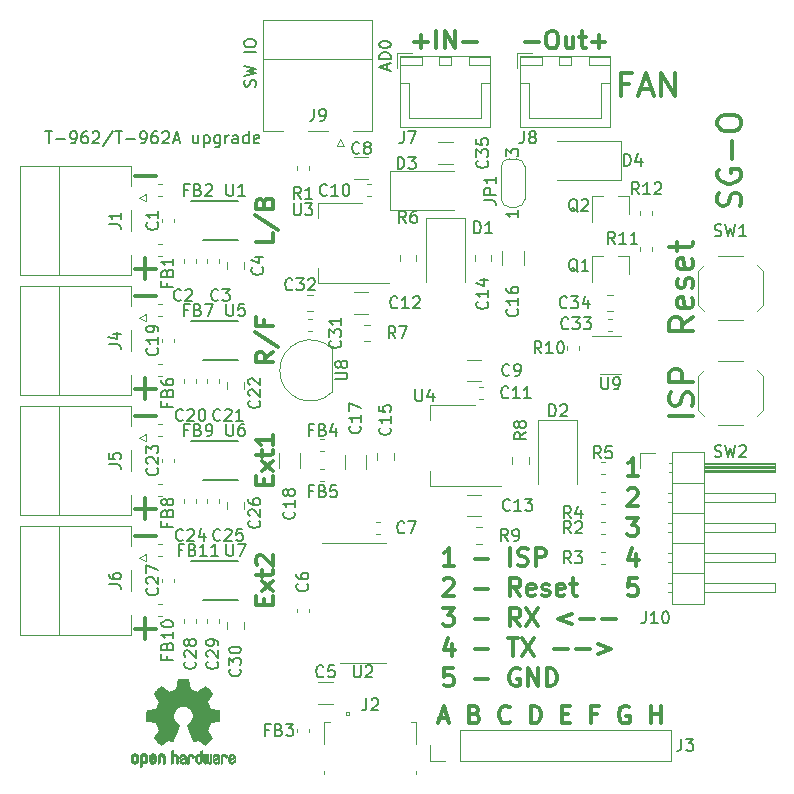
<source format=gbr>
G04 #@! TF.GenerationSoftware,KiCad,Pcbnew,(5.1.5)-3*
G04 #@! TF.CreationDate,2020-02-07T02:29:08+01:00*
G04 #@! TF.ProjectId,T962upgrade,54393632-7570-4677-9261-64652e6b6963,v0.1*
G04 #@! TF.SameCoordinates,Original*
G04 #@! TF.FileFunction,Legend,Top*
G04 #@! TF.FilePolarity,Positive*
%FSLAX46Y46*%
G04 Gerber Fmt 4.6, Leading zero omitted, Abs format (unit mm)*
G04 Created by KiCad (PCBNEW (5.1.5)-3) date 2020-02-07 02:29:08*
%MOMM*%
%LPD*%
G04 APERTURE LIST*
%ADD10C,0.150000*%
%ADD11C,0.300000*%
%ADD12C,0.010000*%
%ADD13C,0.120000*%
G04 APERTURE END LIST*
D10*
X65199761Y-72477380D02*
X65771190Y-72477380D01*
X65485476Y-73477380D02*
X65485476Y-72477380D01*
X66104523Y-73096428D02*
X66866428Y-73096428D01*
X67390238Y-73477380D02*
X67580714Y-73477380D01*
X67675952Y-73429761D01*
X67723571Y-73382142D01*
X67818809Y-73239285D01*
X67866428Y-73048809D01*
X67866428Y-72667857D01*
X67818809Y-72572619D01*
X67771190Y-72525000D01*
X67675952Y-72477380D01*
X67485476Y-72477380D01*
X67390238Y-72525000D01*
X67342619Y-72572619D01*
X67295000Y-72667857D01*
X67295000Y-72905952D01*
X67342619Y-73001190D01*
X67390238Y-73048809D01*
X67485476Y-73096428D01*
X67675952Y-73096428D01*
X67771190Y-73048809D01*
X67818809Y-73001190D01*
X67866428Y-72905952D01*
X68723571Y-72477380D02*
X68533095Y-72477380D01*
X68437857Y-72525000D01*
X68390238Y-72572619D01*
X68295000Y-72715476D01*
X68247380Y-72905952D01*
X68247380Y-73286904D01*
X68295000Y-73382142D01*
X68342619Y-73429761D01*
X68437857Y-73477380D01*
X68628333Y-73477380D01*
X68723571Y-73429761D01*
X68771190Y-73382142D01*
X68818809Y-73286904D01*
X68818809Y-73048809D01*
X68771190Y-72953571D01*
X68723571Y-72905952D01*
X68628333Y-72858333D01*
X68437857Y-72858333D01*
X68342619Y-72905952D01*
X68295000Y-72953571D01*
X68247380Y-73048809D01*
X69199761Y-72572619D02*
X69247380Y-72525000D01*
X69342619Y-72477380D01*
X69580714Y-72477380D01*
X69675952Y-72525000D01*
X69723571Y-72572619D01*
X69771190Y-72667857D01*
X69771190Y-72763095D01*
X69723571Y-72905952D01*
X69152142Y-73477380D01*
X69771190Y-73477380D01*
X70914047Y-72429761D02*
X70056904Y-73715476D01*
X71104523Y-72477380D02*
X71675952Y-72477380D01*
X71390238Y-73477380D02*
X71390238Y-72477380D01*
X72009285Y-73096428D02*
X72771190Y-73096428D01*
X73295000Y-73477380D02*
X73485476Y-73477380D01*
X73580714Y-73429761D01*
X73628333Y-73382142D01*
X73723571Y-73239285D01*
X73771190Y-73048809D01*
X73771190Y-72667857D01*
X73723571Y-72572619D01*
X73675952Y-72525000D01*
X73580714Y-72477380D01*
X73390238Y-72477380D01*
X73295000Y-72525000D01*
X73247380Y-72572619D01*
X73199761Y-72667857D01*
X73199761Y-72905952D01*
X73247380Y-73001190D01*
X73295000Y-73048809D01*
X73390238Y-73096428D01*
X73580714Y-73096428D01*
X73675952Y-73048809D01*
X73723571Y-73001190D01*
X73771190Y-72905952D01*
X74628333Y-72477380D02*
X74437857Y-72477380D01*
X74342619Y-72525000D01*
X74295000Y-72572619D01*
X74199761Y-72715476D01*
X74152142Y-72905952D01*
X74152142Y-73286904D01*
X74199761Y-73382142D01*
X74247380Y-73429761D01*
X74342619Y-73477380D01*
X74533095Y-73477380D01*
X74628333Y-73429761D01*
X74675952Y-73382142D01*
X74723571Y-73286904D01*
X74723571Y-73048809D01*
X74675952Y-72953571D01*
X74628333Y-72905952D01*
X74533095Y-72858333D01*
X74342619Y-72858333D01*
X74247380Y-72905952D01*
X74199761Y-72953571D01*
X74152142Y-73048809D01*
X75104523Y-72572619D02*
X75152142Y-72525000D01*
X75247380Y-72477380D01*
X75485476Y-72477380D01*
X75580714Y-72525000D01*
X75628333Y-72572619D01*
X75675952Y-72667857D01*
X75675952Y-72763095D01*
X75628333Y-72905952D01*
X75056904Y-73477380D01*
X75675952Y-73477380D01*
X76056904Y-73191666D02*
X76533095Y-73191666D01*
X75961666Y-73477380D02*
X76295000Y-72477380D01*
X76628333Y-73477380D01*
X78152142Y-72810714D02*
X78152142Y-73477380D01*
X77723571Y-72810714D02*
X77723571Y-73334523D01*
X77771190Y-73429761D01*
X77866428Y-73477380D01*
X78009285Y-73477380D01*
X78104523Y-73429761D01*
X78152142Y-73382142D01*
X78628333Y-72810714D02*
X78628333Y-73810714D01*
X78628333Y-72858333D02*
X78723571Y-72810714D01*
X78914047Y-72810714D01*
X79009285Y-72858333D01*
X79056904Y-72905952D01*
X79104523Y-73001190D01*
X79104523Y-73286904D01*
X79056904Y-73382142D01*
X79009285Y-73429761D01*
X78914047Y-73477380D01*
X78723571Y-73477380D01*
X78628333Y-73429761D01*
X79961666Y-72810714D02*
X79961666Y-73620238D01*
X79914047Y-73715476D01*
X79866428Y-73763095D01*
X79771190Y-73810714D01*
X79628333Y-73810714D01*
X79533095Y-73763095D01*
X79961666Y-73429761D02*
X79866428Y-73477380D01*
X79675952Y-73477380D01*
X79580714Y-73429761D01*
X79533095Y-73382142D01*
X79485476Y-73286904D01*
X79485476Y-73001190D01*
X79533095Y-72905952D01*
X79580714Y-72858333D01*
X79675952Y-72810714D01*
X79866428Y-72810714D01*
X79961666Y-72858333D01*
X80437857Y-73477380D02*
X80437857Y-72810714D01*
X80437857Y-73001190D02*
X80485476Y-72905952D01*
X80533095Y-72858333D01*
X80628333Y-72810714D01*
X80723571Y-72810714D01*
X81485476Y-73477380D02*
X81485476Y-72953571D01*
X81437857Y-72858333D01*
X81342619Y-72810714D01*
X81152142Y-72810714D01*
X81056904Y-72858333D01*
X81485476Y-73429761D02*
X81390238Y-73477380D01*
X81152142Y-73477380D01*
X81056904Y-73429761D01*
X81009285Y-73334523D01*
X81009285Y-73239285D01*
X81056904Y-73144047D01*
X81152142Y-73096428D01*
X81390238Y-73096428D01*
X81485476Y-73048809D01*
X82390238Y-73477380D02*
X82390238Y-72477380D01*
X82390238Y-73429761D02*
X82295000Y-73477380D01*
X82104523Y-73477380D01*
X82009285Y-73429761D01*
X81961666Y-73382142D01*
X81914047Y-73286904D01*
X81914047Y-73001190D01*
X81961666Y-72905952D01*
X82009285Y-72858333D01*
X82104523Y-72810714D01*
X82295000Y-72810714D01*
X82390238Y-72858333D01*
X83247380Y-73429761D02*
X83152142Y-73477380D01*
X82961666Y-73477380D01*
X82866428Y-73429761D01*
X82818809Y-73334523D01*
X82818809Y-72953571D01*
X82866428Y-72858333D01*
X82961666Y-72810714D01*
X83152142Y-72810714D01*
X83247380Y-72858333D01*
X83295000Y-72953571D01*
X83295000Y-73048809D01*
X82818809Y-73144047D01*
D11*
X123999523Y-78787142D02*
X124094761Y-78501428D01*
X124094761Y-78025238D01*
X123999523Y-77834761D01*
X123904285Y-77739523D01*
X123713809Y-77644285D01*
X123523333Y-77644285D01*
X123332857Y-77739523D01*
X123237619Y-77834761D01*
X123142380Y-78025238D01*
X123047142Y-78406190D01*
X122951904Y-78596666D01*
X122856666Y-78691904D01*
X122666190Y-78787142D01*
X122475714Y-78787142D01*
X122285238Y-78691904D01*
X122190000Y-78596666D01*
X122094761Y-78406190D01*
X122094761Y-77930000D01*
X122190000Y-77644285D01*
X122190000Y-75739523D02*
X122094761Y-75930000D01*
X122094761Y-76215714D01*
X122190000Y-76501428D01*
X122380476Y-76691904D01*
X122570952Y-76787142D01*
X122951904Y-76882380D01*
X123237619Y-76882380D01*
X123618571Y-76787142D01*
X123809047Y-76691904D01*
X123999523Y-76501428D01*
X124094761Y-76215714D01*
X124094761Y-76025238D01*
X123999523Y-75739523D01*
X123904285Y-75644285D01*
X123237619Y-75644285D01*
X123237619Y-76025238D01*
X123332857Y-74787142D02*
X123332857Y-73263333D01*
X122094761Y-71930000D02*
X122094761Y-71549047D01*
X122190000Y-71358571D01*
X122380476Y-71168095D01*
X122761428Y-71072857D01*
X123428095Y-71072857D01*
X123809047Y-71168095D01*
X123999523Y-71358571D01*
X124094761Y-71549047D01*
X124094761Y-71930000D01*
X123999523Y-72120476D01*
X123809047Y-72310952D01*
X123428095Y-72406190D01*
X122761428Y-72406190D01*
X122380476Y-72310952D01*
X122190000Y-72120476D01*
X122094761Y-71930000D01*
X72745714Y-96601428D02*
X74574285Y-96601428D01*
X72745714Y-104401428D02*
X74574285Y-104401428D01*
X73660000Y-105315714D02*
X73660000Y-103487142D01*
X72745714Y-106761428D02*
X74574285Y-106761428D01*
X72745714Y-114561428D02*
X74574285Y-114561428D01*
X73660000Y-115475714D02*
X73660000Y-113647142D01*
X72745714Y-86441428D02*
X74574285Y-86441428D01*
X72745714Y-94241428D02*
X74574285Y-94241428D01*
X73660000Y-95155714D02*
X73660000Y-93327142D01*
X72745714Y-76281428D02*
X74574285Y-76281428D01*
X72745714Y-84081428D02*
X74574285Y-84081428D01*
X73660000Y-84995714D02*
X73660000Y-83167142D01*
X98548809Y-122168333D02*
X99258333Y-122168333D01*
X98406904Y-122594047D02*
X98903571Y-121104047D01*
X99400238Y-122594047D01*
X101528809Y-121813571D02*
X101741666Y-121884523D01*
X101812619Y-121955476D01*
X101883571Y-122097380D01*
X101883571Y-122310238D01*
X101812619Y-122452142D01*
X101741666Y-122523095D01*
X101599761Y-122594047D01*
X101032142Y-122594047D01*
X101032142Y-121104047D01*
X101528809Y-121104047D01*
X101670714Y-121175000D01*
X101741666Y-121245952D01*
X101812619Y-121387857D01*
X101812619Y-121529761D01*
X101741666Y-121671666D01*
X101670714Y-121742619D01*
X101528809Y-121813571D01*
X101032142Y-121813571D01*
X104508809Y-122452142D02*
X104437857Y-122523095D01*
X104225000Y-122594047D01*
X104083095Y-122594047D01*
X103870238Y-122523095D01*
X103728333Y-122381190D01*
X103657380Y-122239285D01*
X103586428Y-121955476D01*
X103586428Y-121742619D01*
X103657380Y-121458809D01*
X103728333Y-121316904D01*
X103870238Y-121175000D01*
X104083095Y-121104047D01*
X104225000Y-121104047D01*
X104437857Y-121175000D01*
X104508809Y-121245952D01*
X106282619Y-122594047D02*
X106282619Y-121104047D01*
X106637380Y-121104047D01*
X106850238Y-121175000D01*
X106992142Y-121316904D01*
X107063095Y-121458809D01*
X107134047Y-121742619D01*
X107134047Y-121955476D01*
X107063095Y-122239285D01*
X106992142Y-122381190D01*
X106850238Y-122523095D01*
X106637380Y-122594047D01*
X106282619Y-122594047D01*
X108907857Y-121813571D02*
X109404523Y-121813571D01*
X109617380Y-122594047D02*
X108907857Y-122594047D01*
X108907857Y-121104047D01*
X109617380Y-121104047D01*
X111887857Y-121813571D02*
X111391190Y-121813571D01*
X111391190Y-122594047D02*
X111391190Y-121104047D01*
X112100714Y-121104047D01*
X114584047Y-121175000D02*
X114442142Y-121104047D01*
X114229285Y-121104047D01*
X114016428Y-121175000D01*
X113874523Y-121316904D01*
X113803571Y-121458809D01*
X113732619Y-121742619D01*
X113732619Y-121955476D01*
X113803571Y-122239285D01*
X113874523Y-122381190D01*
X114016428Y-122523095D01*
X114229285Y-122594047D01*
X114371190Y-122594047D01*
X114584047Y-122523095D01*
X114655000Y-122452142D01*
X114655000Y-121955476D01*
X114371190Y-121955476D01*
X116428809Y-122594047D02*
X116428809Y-121104047D01*
X116428809Y-121813571D02*
X117280238Y-121813571D01*
X117280238Y-122594047D02*
X117280238Y-121104047D01*
X99762857Y-109243571D02*
X98905714Y-109243571D01*
X99334285Y-109243571D02*
X99334285Y-107743571D01*
X99191428Y-107957857D01*
X99048571Y-108100714D01*
X98905714Y-108172142D01*
X101548571Y-108672142D02*
X102691428Y-108672142D01*
X104548571Y-109243571D02*
X104548571Y-107743571D01*
X105191428Y-109172142D02*
X105405714Y-109243571D01*
X105762857Y-109243571D01*
X105905714Y-109172142D01*
X105977142Y-109100714D01*
X106048571Y-108957857D01*
X106048571Y-108815000D01*
X105977142Y-108672142D01*
X105905714Y-108600714D01*
X105762857Y-108529285D01*
X105477142Y-108457857D01*
X105334285Y-108386428D01*
X105262857Y-108315000D01*
X105191428Y-108172142D01*
X105191428Y-108029285D01*
X105262857Y-107886428D01*
X105334285Y-107815000D01*
X105477142Y-107743571D01*
X105834285Y-107743571D01*
X106048571Y-107815000D01*
X106691428Y-109243571D02*
X106691428Y-107743571D01*
X107262857Y-107743571D01*
X107405714Y-107815000D01*
X107477142Y-107886428D01*
X107548571Y-108029285D01*
X107548571Y-108243571D01*
X107477142Y-108386428D01*
X107405714Y-108457857D01*
X107262857Y-108529285D01*
X106691428Y-108529285D01*
X98905714Y-110436428D02*
X98977142Y-110365000D01*
X99120000Y-110293571D01*
X99477142Y-110293571D01*
X99620000Y-110365000D01*
X99691428Y-110436428D01*
X99762857Y-110579285D01*
X99762857Y-110722142D01*
X99691428Y-110936428D01*
X98834285Y-111793571D01*
X99762857Y-111793571D01*
X101548571Y-111222142D02*
X102691428Y-111222142D01*
X105405714Y-111793571D02*
X104905714Y-111079285D01*
X104548571Y-111793571D02*
X104548571Y-110293571D01*
X105120000Y-110293571D01*
X105262857Y-110365000D01*
X105334285Y-110436428D01*
X105405714Y-110579285D01*
X105405714Y-110793571D01*
X105334285Y-110936428D01*
X105262857Y-111007857D01*
X105120000Y-111079285D01*
X104548571Y-111079285D01*
X106620000Y-111722142D02*
X106477142Y-111793571D01*
X106191428Y-111793571D01*
X106048571Y-111722142D01*
X105977142Y-111579285D01*
X105977142Y-111007857D01*
X106048571Y-110865000D01*
X106191428Y-110793571D01*
X106477142Y-110793571D01*
X106620000Y-110865000D01*
X106691428Y-111007857D01*
X106691428Y-111150714D01*
X105977142Y-111293571D01*
X107262857Y-111722142D02*
X107405714Y-111793571D01*
X107691428Y-111793571D01*
X107834285Y-111722142D01*
X107905714Y-111579285D01*
X107905714Y-111507857D01*
X107834285Y-111365000D01*
X107691428Y-111293571D01*
X107477142Y-111293571D01*
X107334285Y-111222142D01*
X107262857Y-111079285D01*
X107262857Y-111007857D01*
X107334285Y-110865000D01*
X107477142Y-110793571D01*
X107691428Y-110793571D01*
X107834285Y-110865000D01*
X109120000Y-111722142D02*
X108977142Y-111793571D01*
X108691428Y-111793571D01*
X108548571Y-111722142D01*
X108477142Y-111579285D01*
X108477142Y-111007857D01*
X108548571Y-110865000D01*
X108691428Y-110793571D01*
X108977142Y-110793571D01*
X109120000Y-110865000D01*
X109191428Y-111007857D01*
X109191428Y-111150714D01*
X108477142Y-111293571D01*
X109620000Y-110793571D02*
X110191428Y-110793571D01*
X109834285Y-110293571D02*
X109834285Y-111579285D01*
X109905714Y-111722142D01*
X110048571Y-111793571D01*
X110191428Y-111793571D01*
X98834285Y-112843571D02*
X99762857Y-112843571D01*
X99262857Y-113415000D01*
X99477142Y-113415000D01*
X99620000Y-113486428D01*
X99691428Y-113557857D01*
X99762857Y-113700714D01*
X99762857Y-114057857D01*
X99691428Y-114200714D01*
X99620000Y-114272142D01*
X99477142Y-114343571D01*
X99048571Y-114343571D01*
X98905714Y-114272142D01*
X98834285Y-114200714D01*
X101548571Y-113772142D02*
X102691428Y-113772142D01*
X105405714Y-114343571D02*
X104905714Y-113629285D01*
X104548571Y-114343571D02*
X104548571Y-112843571D01*
X105120000Y-112843571D01*
X105262857Y-112915000D01*
X105334285Y-112986428D01*
X105405714Y-113129285D01*
X105405714Y-113343571D01*
X105334285Y-113486428D01*
X105262857Y-113557857D01*
X105120000Y-113629285D01*
X104548571Y-113629285D01*
X105905714Y-112843571D02*
X106905714Y-114343571D01*
X106905714Y-112843571D02*
X105905714Y-114343571D01*
X109762857Y-113343571D02*
X108620000Y-113772142D01*
X109762857Y-114200714D01*
X110477142Y-113772142D02*
X111620000Y-113772142D01*
X112334285Y-113772142D02*
X113477142Y-113772142D01*
X99620000Y-115893571D02*
X99620000Y-116893571D01*
X99262857Y-115322142D02*
X98905714Y-116393571D01*
X99834285Y-116393571D01*
X101548571Y-116322142D02*
X102691428Y-116322142D01*
X104334285Y-115393571D02*
X105191428Y-115393571D01*
X104762857Y-116893571D02*
X104762857Y-115393571D01*
X105548571Y-115393571D02*
X106548571Y-116893571D01*
X106548571Y-115393571D02*
X105548571Y-116893571D01*
X108262857Y-116322142D02*
X109405714Y-116322142D01*
X110120000Y-116322142D02*
X111262857Y-116322142D01*
X111977142Y-115893571D02*
X113120000Y-116322142D01*
X111977142Y-116750714D01*
X99691428Y-117943571D02*
X98977142Y-117943571D01*
X98905714Y-118657857D01*
X98977142Y-118586428D01*
X99120000Y-118515000D01*
X99477142Y-118515000D01*
X99620000Y-118586428D01*
X99691428Y-118657857D01*
X99762857Y-118800714D01*
X99762857Y-119157857D01*
X99691428Y-119300714D01*
X99620000Y-119372142D01*
X99477142Y-119443571D01*
X99120000Y-119443571D01*
X98977142Y-119372142D01*
X98905714Y-119300714D01*
X101548571Y-118872142D02*
X102691428Y-118872142D01*
X105334285Y-118015000D02*
X105191428Y-117943571D01*
X104977142Y-117943571D01*
X104762857Y-118015000D01*
X104620000Y-118157857D01*
X104548571Y-118300714D01*
X104477142Y-118586428D01*
X104477142Y-118800714D01*
X104548571Y-119086428D01*
X104620000Y-119229285D01*
X104762857Y-119372142D01*
X104977142Y-119443571D01*
X105120000Y-119443571D01*
X105334285Y-119372142D01*
X105405714Y-119300714D01*
X105405714Y-118800714D01*
X105120000Y-118800714D01*
X106048571Y-119443571D02*
X106048571Y-117943571D01*
X106905714Y-119443571D01*
X106905714Y-117943571D01*
X107620000Y-119443571D02*
X107620000Y-117943571D01*
X107977142Y-117943571D01*
X108191428Y-118015000D01*
X108334285Y-118157857D01*
X108405714Y-118300714D01*
X108477142Y-118586428D01*
X108477142Y-118800714D01*
X108405714Y-119086428D01*
X108334285Y-119229285D01*
X108191428Y-119372142D01*
X107977142Y-119443571D01*
X107620000Y-119443571D01*
X120030761Y-96567380D02*
X118030761Y-96567380D01*
X119935523Y-95710238D02*
X120030761Y-95424523D01*
X120030761Y-94948333D01*
X119935523Y-94757857D01*
X119840285Y-94662619D01*
X119649809Y-94567380D01*
X119459333Y-94567380D01*
X119268857Y-94662619D01*
X119173619Y-94757857D01*
X119078380Y-94948333D01*
X118983142Y-95329285D01*
X118887904Y-95519761D01*
X118792666Y-95615000D01*
X118602190Y-95710238D01*
X118411714Y-95710238D01*
X118221238Y-95615000D01*
X118126000Y-95519761D01*
X118030761Y-95329285D01*
X118030761Y-94853095D01*
X118126000Y-94567380D01*
X120030761Y-93710238D02*
X118030761Y-93710238D01*
X118030761Y-92948333D01*
X118126000Y-92757857D01*
X118221238Y-92662619D01*
X118411714Y-92567380D01*
X118697428Y-92567380D01*
X118887904Y-92662619D01*
X118983142Y-92757857D01*
X119078380Y-92948333D01*
X119078380Y-93710238D01*
X120030761Y-88201190D02*
X119078380Y-88867857D01*
X120030761Y-89344047D02*
X118030761Y-89344047D01*
X118030761Y-88582142D01*
X118126000Y-88391666D01*
X118221238Y-88296428D01*
X118411714Y-88201190D01*
X118697428Y-88201190D01*
X118887904Y-88296428D01*
X118983142Y-88391666D01*
X119078380Y-88582142D01*
X119078380Y-89344047D01*
X119935523Y-86582142D02*
X120030761Y-86772619D01*
X120030761Y-87153571D01*
X119935523Y-87344047D01*
X119745047Y-87439285D01*
X118983142Y-87439285D01*
X118792666Y-87344047D01*
X118697428Y-87153571D01*
X118697428Y-86772619D01*
X118792666Y-86582142D01*
X118983142Y-86486904D01*
X119173619Y-86486904D01*
X119364095Y-87439285D01*
X119935523Y-85725000D02*
X120030761Y-85534523D01*
X120030761Y-85153571D01*
X119935523Y-84963095D01*
X119745047Y-84867857D01*
X119649809Y-84867857D01*
X119459333Y-84963095D01*
X119364095Y-85153571D01*
X119364095Y-85439285D01*
X119268857Y-85629761D01*
X119078380Y-85725000D01*
X118983142Y-85725000D01*
X118792666Y-85629761D01*
X118697428Y-85439285D01*
X118697428Y-85153571D01*
X118792666Y-84963095D01*
X119935523Y-83248809D02*
X120030761Y-83439285D01*
X120030761Y-83820238D01*
X119935523Y-84010714D01*
X119745047Y-84105952D01*
X118983142Y-84105952D01*
X118792666Y-84010714D01*
X118697428Y-83820238D01*
X118697428Y-83439285D01*
X118792666Y-83248809D01*
X118983142Y-83153571D01*
X119173619Y-83153571D01*
X119364095Y-84105952D01*
X118697428Y-82582142D02*
X118697428Y-81820238D01*
X118030761Y-82296428D02*
X119745047Y-82296428D01*
X119935523Y-82201190D01*
X120030761Y-82010714D01*
X120030761Y-81820238D01*
X83712857Y-112561428D02*
X83712857Y-112061428D01*
X84498571Y-111847142D02*
X84498571Y-112561428D01*
X82998571Y-112561428D01*
X82998571Y-111847142D01*
X84498571Y-111347142D02*
X83498571Y-110561428D01*
X83498571Y-111347142D02*
X84498571Y-110561428D01*
X83498571Y-110204285D02*
X83498571Y-109632857D01*
X82998571Y-109990000D02*
X84284285Y-109990000D01*
X84427142Y-109918571D01*
X84498571Y-109775714D01*
X84498571Y-109632857D01*
X83141428Y-109204285D02*
X83070000Y-109132857D01*
X82998571Y-108990000D01*
X82998571Y-108632857D01*
X83070000Y-108490000D01*
X83141428Y-108418571D01*
X83284285Y-108347142D01*
X83427142Y-108347142D01*
X83641428Y-108418571D01*
X84498571Y-109275714D01*
X84498571Y-108347142D01*
X83712857Y-102401428D02*
X83712857Y-101901428D01*
X84498571Y-101687142D02*
X84498571Y-102401428D01*
X82998571Y-102401428D01*
X82998571Y-101687142D01*
X84498571Y-101187142D02*
X83498571Y-100401428D01*
X83498571Y-101187142D02*
X84498571Y-100401428D01*
X83498571Y-100044285D02*
X83498571Y-99472857D01*
X82998571Y-99830000D02*
X84284285Y-99830000D01*
X84427142Y-99758571D01*
X84498571Y-99615714D01*
X84498571Y-99472857D01*
X84498571Y-98187142D02*
X84498571Y-99044285D01*
X84498571Y-98615714D02*
X82998571Y-98615714D01*
X83212857Y-98758571D01*
X83355714Y-98901428D01*
X83427142Y-99044285D01*
X84498571Y-91134285D02*
X83784285Y-91634285D01*
X84498571Y-91991428D02*
X82998571Y-91991428D01*
X82998571Y-91420000D01*
X83070000Y-91277142D01*
X83141428Y-91205714D01*
X83284285Y-91134285D01*
X83498571Y-91134285D01*
X83641428Y-91205714D01*
X83712857Y-91277142D01*
X83784285Y-91420000D01*
X83784285Y-91991428D01*
X82927142Y-89420000D02*
X84855714Y-90705714D01*
X83712857Y-88420000D02*
X83712857Y-88920000D01*
X84498571Y-88920000D02*
X82998571Y-88920000D01*
X82998571Y-88205714D01*
X84498571Y-81081428D02*
X84498571Y-81795714D01*
X82998571Y-81795714D01*
X82927142Y-79510000D02*
X84855714Y-80795714D01*
X83712857Y-78510000D02*
X83784285Y-78295714D01*
X83855714Y-78224285D01*
X83998571Y-78152857D01*
X84212857Y-78152857D01*
X84355714Y-78224285D01*
X84427142Y-78295714D01*
X84498571Y-78438571D01*
X84498571Y-79010000D01*
X82998571Y-79010000D01*
X82998571Y-78510000D01*
X83070000Y-78367142D01*
X83141428Y-78295714D01*
X83284285Y-78224285D01*
X83427142Y-78224285D01*
X83570000Y-78295714D01*
X83641428Y-78367142D01*
X83712857Y-78510000D01*
X83712857Y-79010000D01*
X115363571Y-101623571D02*
X114506428Y-101623571D01*
X114935000Y-101623571D02*
X114935000Y-100123571D01*
X114792142Y-100337857D01*
X114649285Y-100480714D01*
X114506428Y-100552142D01*
X114506428Y-102816428D02*
X114577857Y-102745000D01*
X114720714Y-102673571D01*
X115077857Y-102673571D01*
X115220714Y-102745000D01*
X115292142Y-102816428D01*
X115363571Y-102959285D01*
X115363571Y-103102142D01*
X115292142Y-103316428D01*
X114435000Y-104173571D01*
X115363571Y-104173571D01*
X114435000Y-105223571D02*
X115363571Y-105223571D01*
X114863571Y-105795000D01*
X115077857Y-105795000D01*
X115220714Y-105866428D01*
X115292142Y-105937857D01*
X115363571Y-106080714D01*
X115363571Y-106437857D01*
X115292142Y-106580714D01*
X115220714Y-106652142D01*
X115077857Y-106723571D01*
X114649285Y-106723571D01*
X114506428Y-106652142D01*
X114435000Y-106580714D01*
X115220714Y-108273571D02*
X115220714Y-109273571D01*
X114863571Y-107702142D02*
X114506428Y-108773571D01*
X115435000Y-108773571D01*
X115292142Y-110323571D02*
X114577857Y-110323571D01*
X114506428Y-111037857D01*
X114577857Y-110966428D01*
X114720714Y-110895000D01*
X115077857Y-110895000D01*
X115220714Y-110966428D01*
X115292142Y-111037857D01*
X115363571Y-111180714D01*
X115363571Y-111537857D01*
X115292142Y-111680714D01*
X115220714Y-111752142D01*
X115077857Y-111823571D01*
X114720714Y-111823571D01*
X114577857Y-111752142D01*
X114506428Y-111680714D01*
D10*
X94146666Y-67254285D02*
X94146666Y-66778095D01*
X94432380Y-67349523D02*
X93432380Y-67016190D01*
X94432380Y-66682857D01*
X94432380Y-66349523D02*
X93432380Y-66349523D01*
X93432380Y-66111428D01*
X93480000Y-65968571D01*
X93575238Y-65873333D01*
X93670476Y-65825714D01*
X93860952Y-65778095D01*
X94003809Y-65778095D01*
X94194285Y-65825714D01*
X94289523Y-65873333D01*
X94384761Y-65968571D01*
X94432380Y-66111428D01*
X94432380Y-66349523D01*
X93432380Y-65159047D02*
X93432380Y-65063809D01*
X93480000Y-64968571D01*
X93527619Y-64920952D01*
X93622857Y-64873333D01*
X93813333Y-64825714D01*
X94051428Y-64825714D01*
X94241904Y-64873333D01*
X94337142Y-64920952D01*
X94384761Y-64968571D01*
X94432380Y-65063809D01*
X94432380Y-65159047D01*
X94384761Y-65254285D01*
X94337142Y-65301904D01*
X94241904Y-65349523D01*
X94051428Y-65397142D01*
X93813333Y-65397142D01*
X93622857Y-65349523D01*
X93527619Y-65301904D01*
X93480000Y-65254285D01*
X93432380Y-65159047D01*
X82954761Y-68675000D02*
X83002380Y-68532142D01*
X83002380Y-68294047D01*
X82954761Y-68198809D01*
X82907142Y-68151190D01*
X82811904Y-68103571D01*
X82716666Y-68103571D01*
X82621428Y-68151190D01*
X82573809Y-68198809D01*
X82526190Y-68294047D01*
X82478571Y-68484523D01*
X82430952Y-68579761D01*
X82383333Y-68627380D01*
X82288095Y-68675000D01*
X82192857Y-68675000D01*
X82097619Y-68627380D01*
X82050000Y-68579761D01*
X82002380Y-68484523D01*
X82002380Y-68246428D01*
X82050000Y-68103571D01*
X82002380Y-67770238D02*
X83002380Y-67532142D01*
X82288095Y-67341666D01*
X83002380Y-67151190D01*
X82002380Y-66913095D01*
X83002380Y-65770238D02*
X82002380Y-65770238D01*
X82002380Y-65103571D02*
X82002380Y-64913095D01*
X82050000Y-64817857D01*
X82145238Y-64722619D01*
X82335714Y-64675000D01*
X82669047Y-64675000D01*
X82859523Y-64722619D01*
X82954761Y-64817857D01*
X83002380Y-64913095D01*
X83002380Y-65103571D01*
X82954761Y-65198809D01*
X82859523Y-65294047D01*
X82669047Y-65341666D01*
X82335714Y-65341666D01*
X82145238Y-65294047D01*
X82050000Y-65198809D01*
X82002380Y-65103571D01*
D11*
X114585952Y-68437142D02*
X113919285Y-68437142D01*
X113919285Y-69484761D02*
X113919285Y-67484761D01*
X114871666Y-67484761D01*
X115538333Y-68913333D02*
X116490714Y-68913333D01*
X115347857Y-69484761D02*
X116014523Y-67484761D01*
X116681190Y-69484761D01*
X117347857Y-69484761D02*
X117347857Y-67484761D01*
X118490714Y-69484761D01*
X118490714Y-67484761D01*
X105827142Y-64877142D02*
X106970000Y-64877142D01*
X107970000Y-63948571D02*
X108255714Y-63948571D01*
X108398571Y-64020000D01*
X108541428Y-64162857D01*
X108612857Y-64448571D01*
X108612857Y-64948571D01*
X108541428Y-65234285D01*
X108398571Y-65377142D01*
X108255714Y-65448571D01*
X107970000Y-65448571D01*
X107827142Y-65377142D01*
X107684285Y-65234285D01*
X107612857Y-64948571D01*
X107612857Y-64448571D01*
X107684285Y-64162857D01*
X107827142Y-64020000D01*
X107970000Y-63948571D01*
X109898571Y-64448571D02*
X109898571Y-65448571D01*
X109255714Y-64448571D02*
X109255714Y-65234285D01*
X109327142Y-65377142D01*
X109470000Y-65448571D01*
X109684285Y-65448571D01*
X109827142Y-65377142D01*
X109898571Y-65305714D01*
X110398571Y-64448571D02*
X110970000Y-64448571D01*
X110612857Y-63948571D02*
X110612857Y-65234285D01*
X110684285Y-65377142D01*
X110827142Y-65448571D01*
X110970000Y-65448571D01*
X111470000Y-64877142D02*
X112612857Y-64877142D01*
X112041428Y-65448571D02*
X112041428Y-64305714D01*
X96417142Y-64877142D02*
X97560000Y-64877142D01*
X96988571Y-65448571D02*
X96988571Y-64305714D01*
X98274285Y-65448571D02*
X98274285Y-63948571D01*
X98988571Y-65448571D02*
X98988571Y-63948571D01*
X99845714Y-65448571D01*
X99845714Y-63948571D01*
X100560000Y-64877142D02*
X101702857Y-64877142D01*
D12*
G36*
X76974878Y-118842776D02*
G01*
X77080612Y-118843355D01*
X77157132Y-118844922D01*
X77209372Y-118847972D01*
X77242263Y-118852996D01*
X77260737Y-118860489D01*
X77269727Y-118870944D01*
X77274163Y-118884853D01*
X77274594Y-118886654D01*
X77281333Y-118919145D01*
X77293808Y-118983252D01*
X77310719Y-119072151D01*
X77330771Y-119179019D01*
X77352664Y-119297033D01*
X77353429Y-119301178D01*
X77375359Y-119416831D01*
X77395877Y-119519014D01*
X77413659Y-119601598D01*
X77427381Y-119658456D01*
X77435718Y-119683458D01*
X77436116Y-119683901D01*
X77460677Y-119696110D01*
X77511315Y-119716456D01*
X77577095Y-119740545D01*
X77577461Y-119740674D01*
X77660317Y-119771818D01*
X77758000Y-119811491D01*
X77850077Y-119851381D01*
X77854434Y-119853353D01*
X78004407Y-119921420D01*
X78336498Y-119694639D01*
X78438374Y-119625504D01*
X78530657Y-119563697D01*
X78608003Y-119512733D01*
X78665064Y-119476127D01*
X78696495Y-119457394D01*
X78699479Y-119456004D01*
X78722321Y-119462190D01*
X78764982Y-119492035D01*
X78829128Y-119546947D01*
X78916421Y-119628334D01*
X79005535Y-119714922D01*
X79091441Y-119800247D01*
X79168327Y-119878108D01*
X79231564Y-119943697D01*
X79276523Y-119992205D01*
X79298576Y-120018825D01*
X79299396Y-120020195D01*
X79301834Y-120038463D01*
X79292650Y-120068295D01*
X79269574Y-120113721D01*
X79230337Y-120178770D01*
X79172670Y-120267470D01*
X79095795Y-120381657D01*
X79027570Y-120482162D01*
X78966582Y-120572303D01*
X78916356Y-120646849D01*
X78880416Y-120700565D01*
X78862287Y-120728218D01*
X78861146Y-120730095D01*
X78863359Y-120756590D01*
X78880138Y-120808086D01*
X78908142Y-120874851D01*
X78918122Y-120896172D01*
X78961672Y-120991159D01*
X79008134Y-121098937D01*
X79045877Y-121192192D01*
X79073073Y-121261406D01*
X79094675Y-121314006D01*
X79107158Y-121341497D01*
X79108709Y-121343616D01*
X79131668Y-121347124D01*
X79185786Y-121356738D01*
X79263868Y-121371089D01*
X79358719Y-121388807D01*
X79463143Y-121408525D01*
X79569944Y-121428874D01*
X79671926Y-121448486D01*
X79761894Y-121465991D01*
X79832653Y-121480022D01*
X79877006Y-121489209D01*
X79887885Y-121491807D01*
X79899122Y-121498218D01*
X79907605Y-121512697D01*
X79913714Y-121540133D01*
X79917832Y-121585411D01*
X79920341Y-121653420D01*
X79921621Y-121749047D01*
X79922054Y-121877180D01*
X79922077Y-121929701D01*
X79922077Y-122356845D01*
X79819500Y-122377091D01*
X79762431Y-122388070D01*
X79677269Y-122404095D01*
X79574372Y-122423233D01*
X79464096Y-122443551D01*
X79433615Y-122449132D01*
X79331855Y-122468917D01*
X79243205Y-122488373D01*
X79175108Y-122505697D01*
X79135004Y-122519088D01*
X79128323Y-122523079D01*
X79111919Y-122551342D01*
X79088399Y-122606109D01*
X79062316Y-122676588D01*
X79057142Y-122691769D01*
X79022956Y-122785896D01*
X78980523Y-122892101D01*
X78938997Y-122987473D01*
X78938792Y-122987916D01*
X78869640Y-123137525D01*
X79324512Y-123806617D01*
X79032500Y-124099116D01*
X78944180Y-124186170D01*
X78863625Y-124262909D01*
X78795360Y-124325237D01*
X78743908Y-124369056D01*
X78713794Y-124390270D01*
X78709474Y-124391616D01*
X78684111Y-124381016D01*
X78632358Y-124351547D01*
X78559868Y-124306705D01*
X78472294Y-124249984D01*
X78377612Y-124186462D01*
X78281516Y-124121668D01*
X78195837Y-124065287D01*
X78126016Y-124020788D01*
X78077494Y-123991639D01*
X78055782Y-123981308D01*
X78029293Y-123990050D01*
X77979062Y-124013087D01*
X77915451Y-124045631D01*
X77908708Y-124049249D01*
X77823046Y-124092210D01*
X77764306Y-124113279D01*
X77727772Y-124113503D01*
X77708731Y-124093928D01*
X77708620Y-124093654D01*
X77699102Y-124070472D01*
X77676403Y-124015441D01*
X77642282Y-123932822D01*
X77598500Y-123826872D01*
X77546816Y-123701852D01*
X77488992Y-123562020D01*
X77432991Y-123426637D01*
X77371447Y-123277234D01*
X77314939Y-123138832D01*
X77265161Y-123015673D01*
X77223806Y-122912002D01*
X77192568Y-122832059D01*
X77173141Y-122780088D01*
X77167154Y-122760692D01*
X77182168Y-122738443D01*
X77221439Y-122702982D01*
X77273807Y-122663887D01*
X77422941Y-122540245D01*
X77539511Y-122398522D01*
X77622118Y-122241704D01*
X77669366Y-122072775D01*
X77679857Y-121894722D01*
X77672231Y-121812539D01*
X77630682Y-121642031D01*
X77559123Y-121491459D01*
X77461995Y-121362309D01*
X77343734Y-121256064D01*
X77208780Y-121174210D01*
X77061571Y-121118232D01*
X76906544Y-121089615D01*
X76748139Y-121089844D01*
X76590794Y-121120405D01*
X76438946Y-121182782D01*
X76297035Y-121278460D01*
X76237803Y-121332572D01*
X76124203Y-121471520D01*
X76045106Y-121623361D01*
X75999986Y-121783667D01*
X75988316Y-121948012D01*
X76009569Y-122111971D01*
X76063220Y-122271118D01*
X76148740Y-122421025D01*
X76265605Y-122557267D01*
X76396193Y-122663887D01*
X76450588Y-122704642D01*
X76489014Y-122739718D01*
X76502846Y-122760726D01*
X76495603Y-122783635D01*
X76475005Y-122838365D01*
X76442746Y-122920672D01*
X76400521Y-123026315D01*
X76350023Y-123151050D01*
X76292948Y-123290636D01*
X76236854Y-123426670D01*
X76174967Y-123576201D01*
X76117644Y-123714767D01*
X76066644Y-123838107D01*
X76023727Y-123941964D01*
X75990653Y-124022080D01*
X75969181Y-124074195D01*
X75961225Y-124093654D01*
X75942429Y-124113423D01*
X75906074Y-124113365D01*
X75847479Y-124092441D01*
X75761968Y-124049613D01*
X75761292Y-124049249D01*
X75696907Y-124016012D01*
X75644861Y-123991802D01*
X75615512Y-123981404D01*
X75614217Y-123981308D01*
X75592124Y-123991855D01*
X75543348Y-124021184D01*
X75473331Y-124065827D01*
X75387514Y-124122314D01*
X75292388Y-124186462D01*
X75195540Y-124251411D01*
X75108253Y-124307896D01*
X75036181Y-124352421D01*
X74984977Y-124381490D01*
X74960526Y-124391616D01*
X74938010Y-124378307D01*
X74892742Y-124341112D01*
X74829244Y-124284128D01*
X74752039Y-124211449D01*
X74665651Y-124127171D01*
X74637399Y-124099016D01*
X74345287Y-123806416D01*
X74567631Y-123480104D01*
X74635202Y-123379897D01*
X74694507Y-123289963D01*
X74742217Y-123215510D01*
X74775007Y-123161751D01*
X74789548Y-123133894D01*
X74789974Y-123131912D01*
X74782308Y-123105655D01*
X74761689Y-123052837D01*
X74731685Y-122982310D01*
X74710625Y-122935093D01*
X74671248Y-122844694D01*
X74634165Y-122753366D01*
X74605415Y-122676200D01*
X74597605Y-122652692D01*
X74575417Y-122589916D01*
X74553727Y-122541411D01*
X74541813Y-122523079D01*
X74515523Y-122511859D01*
X74458142Y-122495954D01*
X74377118Y-122477167D01*
X74279895Y-122457299D01*
X74236385Y-122449132D01*
X74125896Y-122428829D01*
X74019916Y-122409170D01*
X73928801Y-122392088D01*
X73862908Y-122379518D01*
X73850500Y-122377091D01*
X73747923Y-122356845D01*
X73747923Y-121929701D01*
X73748153Y-121789246D01*
X73749099Y-121682979D01*
X73751141Y-121606013D01*
X73754662Y-121553460D01*
X73760043Y-121520433D01*
X73767666Y-121502045D01*
X73777912Y-121493408D01*
X73782115Y-121491807D01*
X73807470Y-121486127D01*
X73863484Y-121474795D01*
X73942964Y-121459179D01*
X74038712Y-121440647D01*
X74143533Y-121420569D01*
X74250232Y-121400312D01*
X74351613Y-121381246D01*
X74440479Y-121364739D01*
X74509637Y-121352159D01*
X74551889Y-121344875D01*
X74561290Y-121343616D01*
X74569807Y-121326763D01*
X74588660Y-121281870D01*
X74614324Y-121217430D01*
X74624123Y-121192192D01*
X74663648Y-121094686D01*
X74710192Y-120986959D01*
X74751877Y-120896172D01*
X74782550Y-120826753D01*
X74802956Y-120769710D01*
X74809768Y-120734777D01*
X74808682Y-120730095D01*
X74794285Y-120707991D01*
X74761412Y-120658831D01*
X74713590Y-120587848D01*
X74654348Y-120500278D01*
X74587215Y-120401357D01*
X74573941Y-120381830D01*
X74496046Y-120266140D01*
X74438787Y-120178044D01*
X74399881Y-120113486D01*
X74377044Y-120068411D01*
X74367994Y-120038763D01*
X74370448Y-120020485D01*
X74370511Y-120020369D01*
X74389827Y-119996361D01*
X74432551Y-119949947D01*
X74494051Y-119885937D01*
X74569698Y-119809145D01*
X74654861Y-119724382D01*
X74664465Y-119714922D01*
X74771790Y-119610989D01*
X74854615Y-119534675D01*
X74914605Y-119484571D01*
X74953423Y-119459270D01*
X74970520Y-119456004D01*
X74995473Y-119470250D01*
X75047255Y-119503156D01*
X75120520Y-119551208D01*
X75209920Y-119610890D01*
X75310111Y-119678688D01*
X75333501Y-119694639D01*
X75665593Y-119921420D01*
X75815565Y-119853353D01*
X75906770Y-119813685D01*
X76004669Y-119773791D01*
X76088831Y-119741983D01*
X76092538Y-119740674D01*
X76158369Y-119716576D01*
X76209116Y-119696200D01*
X76233842Y-119683936D01*
X76233884Y-119683901D01*
X76241729Y-119661734D01*
X76255066Y-119607217D01*
X76272570Y-119526480D01*
X76292917Y-119425650D01*
X76314782Y-119310856D01*
X76316571Y-119301178D01*
X76338504Y-119182904D01*
X76358640Y-119075542D01*
X76375680Y-118985917D01*
X76388328Y-118920851D01*
X76395284Y-118887168D01*
X76395406Y-118886654D01*
X76399639Y-118872325D01*
X76407871Y-118861507D01*
X76425033Y-118853706D01*
X76456058Y-118848429D01*
X76505878Y-118845182D01*
X76579424Y-118843472D01*
X76681629Y-118842807D01*
X76817425Y-118842693D01*
X76835000Y-118842692D01*
X76974878Y-118842776D01*
G37*
X76974878Y-118842776D02*
X77080612Y-118843355D01*
X77157132Y-118844922D01*
X77209372Y-118847972D01*
X77242263Y-118852996D01*
X77260737Y-118860489D01*
X77269727Y-118870944D01*
X77274163Y-118884853D01*
X77274594Y-118886654D01*
X77281333Y-118919145D01*
X77293808Y-118983252D01*
X77310719Y-119072151D01*
X77330771Y-119179019D01*
X77352664Y-119297033D01*
X77353429Y-119301178D01*
X77375359Y-119416831D01*
X77395877Y-119519014D01*
X77413659Y-119601598D01*
X77427381Y-119658456D01*
X77435718Y-119683458D01*
X77436116Y-119683901D01*
X77460677Y-119696110D01*
X77511315Y-119716456D01*
X77577095Y-119740545D01*
X77577461Y-119740674D01*
X77660317Y-119771818D01*
X77758000Y-119811491D01*
X77850077Y-119851381D01*
X77854434Y-119853353D01*
X78004407Y-119921420D01*
X78336498Y-119694639D01*
X78438374Y-119625504D01*
X78530657Y-119563697D01*
X78608003Y-119512733D01*
X78665064Y-119476127D01*
X78696495Y-119457394D01*
X78699479Y-119456004D01*
X78722321Y-119462190D01*
X78764982Y-119492035D01*
X78829128Y-119546947D01*
X78916421Y-119628334D01*
X79005535Y-119714922D01*
X79091441Y-119800247D01*
X79168327Y-119878108D01*
X79231564Y-119943697D01*
X79276523Y-119992205D01*
X79298576Y-120018825D01*
X79299396Y-120020195D01*
X79301834Y-120038463D01*
X79292650Y-120068295D01*
X79269574Y-120113721D01*
X79230337Y-120178770D01*
X79172670Y-120267470D01*
X79095795Y-120381657D01*
X79027570Y-120482162D01*
X78966582Y-120572303D01*
X78916356Y-120646849D01*
X78880416Y-120700565D01*
X78862287Y-120728218D01*
X78861146Y-120730095D01*
X78863359Y-120756590D01*
X78880138Y-120808086D01*
X78908142Y-120874851D01*
X78918122Y-120896172D01*
X78961672Y-120991159D01*
X79008134Y-121098937D01*
X79045877Y-121192192D01*
X79073073Y-121261406D01*
X79094675Y-121314006D01*
X79107158Y-121341497D01*
X79108709Y-121343616D01*
X79131668Y-121347124D01*
X79185786Y-121356738D01*
X79263868Y-121371089D01*
X79358719Y-121388807D01*
X79463143Y-121408525D01*
X79569944Y-121428874D01*
X79671926Y-121448486D01*
X79761894Y-121465991D01*
X79832653Y-121480022D01*
X79877006Y-121489209D01*
X79887885Y-121491807D01*
X79899122Y-121498218D01*
X79907605Y-121512697D01*
X79913714Y-121540133D01*
X79917832Y-121585411D01*
X79920341Y-121653420D01*
X79921621Y-121749047D01*
X79922054Y-121877180D01*
X79922077Y-121929701D01*
X79922077Y-122356845D01*
X79819500Y-122377091D01*
X79762431Y-122388070D01*
X79677269Y-122404095D01*
X79574372Y-122423233D01*
X79464096Y-122443551D01*
X79433615Y-122449132D01*
X79331855Y-122468917D01*
X79243205Y-122488373D01*
X79175108Y-122505697D01*
X79135004Y-122519088D01*
X79128323Y-122523079D01*
X79111919Y-122551342D01*
X79088399Y-122606109D01*
X79062316Y-122676588D01*
X79057142Y-122691769D01*
X79022956Y-122785896D01*
X78980523Y-122892101D01*
X78938997Y-122987473D01*
X78938792Y-122987916D01*
X78869640Y-123137525D01*
X79324512Y-123806617D01*
X79032500Y-124099116D01*
X78944180Y-124186170D01*
X78863625Y-124262909D01*
X78795360Y-124325237D01*
X78743908Y-124369056D01*
X78713794Y-124390270D01*
X78709474Y-124391616D01*
X78684111Y-124381016D01*
X78632358Y-124351547D01*
X78559868Y-124306705D01*
X78472294Y-124249984D01*
X78377612Y-124186462D01*
X78281516Y-124121668D01*
X78195837Y-124065287D01*
X78126016Y-124020788D01*
X78077494Y-123991639D01*
X78055782Y-123981308D01*
X78029293Y-123990050D01*
X77979062Y-124013087D01*
X77915451Y-124045631D01*
X77908708Y-124049249D01*
X77823046Y-124092210D01*
X77764306Y-124113279D01*
X77727772Y-124113503D01*
X77708731Y-124093928D01*
X77708620Y-124093654D01*
X77699102Y-124070472D01*
X77676403Y-124015441D01*
X77642282Y-123932822D01*
X77598500Y-123826872D01*
X77546816Y-123701852D01*
X77488992Y-123562020D01*
X77432991Y-123426637D01*
X77371447Y-123277234D01*
X77314939Y-123138832D01*
X77265161Y-123015673D01*
X77223806Y-122912002D01*
X77192568Y-122832059D01*
X77173141Y-122780088D01*
X77167154Y-122760692D01*
X77182168Y-122738443D01*
X77221439Y-122702982D01*
X77273807Y-122663887D01*
X77422941Y-122540245D01*
X77539511Y-122398522D01*
X77622118Y-122241704D01*
X77669366Y-122072775D01*
X77679857Y-121894722D01*
X77672231Y-121812539D01*
X77630682Y-121642031D01*
X77559123Y-121491459D01*
X77461995Y-121362309D01*
X77343734Y-121256064D01*
X77208780Y-121174210D01*
X77061571Y-121118232D01*
X76906544Y-121089615D01*
X76748139Y-121089844D01*
X76590794Y-121120405D01*
X76438946Y-121182782D01*
X76297035Y-121278460D01*
X76237803Y-121332572D01*
X76124203Y-121471520D01*
X76045106Y-121623361D01*
X75999986Y-121783667D01*
X75988316Y-121948012D01*
X76009569Y-122111971D01*
X76063220Y-122271118D01*
X76148740Y-122421025D01*
X76265605Y-122557267D01*
X76396193Y-122663887D01*
X76450588Y-122704642D01*
X76489014Y-122739718D01*
X76502846Y-122760726D01*
X76495603Y-122783635D01*
X76475005Y-122838365D01*
X76442746Y-122920672D01*
X76400521Y-123026315D01*
X76350023Y-123151050D01*
X76292948Y-123290636D01*
X76236854Y-123426670D01*
X76174967Y-123576201D01*
X76117644Y-123714767D01*
X76066644Y-123838107D01*
X76023727Y-123941964D01*
X75990653Y-124022080D01*
X75969181Y-124074195D01*
X75961225Y-124093654D01*
X75942429Y-124113423D01*
X75906074Y-124113365D01*
X75847479Y-124092441D01*
X75761968Y-124049613D01*
X75761292Y-124049249D01*
X75696907Y-124016012D01*
X75644861Y-123991802D01*
X75615512Y-123981404D01*
X75614217Y-123981308D01*
X75592124Y-123991855D01*
X75543348Y-124021184D01*
X75473331Y-124065827D01*
X75387514Y-124122314D01*
X75292388Y-124186462D01*
X75195540Y-124251411D01*
X75108253Y-124307896D01*
X75036181Y-124352421D01*
X74984977Y-124381490D01*
X74960526Y-124391616D01*
X74938010Y-124378307D01*
X74892742Y-124341112D01*
X74829244Y-124284128D01*
X74752039Y-124211449D01*
X74665651Y-124127171D01*
X74637399Y-124099016D01*
X74345287Y-123806416D01*
X74567631Y-123480104D01*
X74635202Y-123379897D01*
X74694507Y-123289963D01*
X74742217Y-123215510D01*
X74775007Y-123161751D01*
X74789548Y-123133894D01*
X74789974Y-123131912D01*
X74782308Y-123105655D01*
X74761689Y-123052837D01*
X74731685Y-122982310D01*
X74710625Y-122935093D01*
X74671248Y-122844694D01*
X74634165Y-122753366D01*
X74605415Y-122676200D01*
X74597605Y-122652692D01*
X74575417Y-122589916D01*
X74553727Y-122541411D01*
X74541813Y-122523079D01*
X74515523Y-122511859D01*
X74458142Y-122495954D01*
X74377118Y-122477167D01*
X74279895Y-122457299D01*
X74236385Y-122449132D01*
X74125896Y-122428829D01*
X74019916Y-122409170D01*
X73928801Y-122392088D01*
X73862908Y-122379518D01*
X73850500Y-122377091D01*
X73747923Y-122356845D01*
X73747923Y-121929701D01*
X73748153Y-121789246D01*
X73749099Y-121682979D01*
X73751141Y-121606013D01*
X73754662Y-121553460D01*
X73760043Y-121520433D01*
X73767666Y-121502045D01*
X73777912Y-121493408D01*
X73782115Y-121491807D01*
X73807470Y-121486127D01*
X73863484Y-121474795D01*
X73942964Y-121459179D01*
X74038712Y-121440647D01*
X74143533Y-121420569D01*
X74250232Y-121400312D01*
X74351613Y-121381246D01*
X74440479Y-121364739D01*
X74509637Y-121352159D01*
X74551889Y-121344875D01*
X74561290Y-121343616D01*
X74569807Y-121326763D01*
X74588660Y-121281870D01*
X74614324Y-121217430D01*
X74624123Y-121192192D01*
X74663648Y-121094686D01*
X74710192Y-120986959D01*
X74751877Y-120896172D01*
X74782550Y-120826753D01*
X74802956Y-120769710D01*
X74809768Y-120734777D01*
X74808682Y-120730095D01*
X74794285Y-120707991D01*
X74761412Y-120658831D01*
X74713590Y-120587848D01*
X74654348Y-120500278D01*
X74587215Y-120401357D01*
X74573941Y-120381830D01*
X74496046Y-120266140D01*
X74438787Y-120178044D01*
X74399881Y-120113486D01*
X74377044Y-120068411D01*
X74367994Y-120038763D01*
X74370448Y-120020485D01*
X74370511Y-120020369D01*
X74389827Y-119996361D01*
X74432551Y-119949947D01*
X74494051Y-119885937D01*
X74569698Y-119809145D01*
X74654861Y-119724382D01*
X74664465Y-119714922D01*
X74771790Y-119610989D01*
X74854615Y-119534675D01*
X74914605Y-119484571D01*
X74953423Y-119459270D01*
X74970520Y-119456004D01*
X74995473Y-119470250D01*
X75047255Y-119503156D01*
X75120520Y-119551208D01*
X75209920Y-119610890D01*
X75310111Y-119678688D01*
X75333501Y-119694639D01*
X75665593Y-119921420D01*
X75815565Y-119853353D01*
X75906770Y-119813685D01*
X76004669Y-119773791D01*
X76088831Y-119741983D01*
X76092538Y-119740674D01*
X76158369Y-119716576D01*
X76209116Y-119696200D01*
X76233842Y-119683936D01*
X76233884Y-119683901D01*
X76241729Y-119661734D01*
X76255066Y-119607217D01*
X76272570Y-119526480D01*
X76292917Y-119425650D01*
X76314782Y-119310856D01*
X76316571Y-119301178D01*
X76338504Y-119182904D01*
X76358640Y-119075542D01*
X76375680Y-118985917D01*
X76388328Y-118920851D01*
X76395284Y-118887168D01*
X76395406Y-118886654D01*
X76399639Y-118872325D01*
X76407871Y-118861507D01*
X76425033Y-118853706D01*
X76456058Y-118848429D01*
X76505878Y-118845182D01*
X76579424Y-118843472D01*
X76681629Y-118842807D01*
X76817425Y-118842693D01*
X76835000Y-118842692D01*
X76974878Y-118842776D01*
G36*
X81080224Y-125202838D02*
G01*
X81157528Y-125253361D01*
X81194814Y-125298590D01*
X81224353Y-125380663D01*
X81226699Y-125445607D01*
X81221385Y-125532445D01*
X81021115Y-125620103D01*
X80923739Y-125664887D01*
X80860113Y-125700913D01*
X80827029Y-125732117D01*
X80821280Y-125762436D01*
X80839658Y-125795805D01*
X80859923Y-125817923D01*
X80918889Y-125853393D01*
X80983024Y-125855879D01*
X81041926Y-125828235D01*
X81085197Y-125773320D01*
X81092936Y-125753928D01*
X81130006Y-125693364D01*
X81172654Y-125667552D01*
X81231154Y-125645471D01*
X81231154Y-125729184D01*
X81225982Y-125786150D01*
X81205723Y-125834189D01*
X81163262Y-125889346D01*
X81156951Y-125896514D01*
X81109720Y-125945585D01*
X81069121Y-125971920D01*
X81018328Y-125984035D01*
X80976220Y-125988003D01*
X80900902Y-125988991D01*
X80847286Y-125976466D01*
X80813838Y-125957869D01*
X80761268Y-125916975D01*
X80724879Y-125872748D01*
X80701850Y-125817126D01*
X80689359Y-125742047D01*
X80684587Y-125639449D01*
X80684206Y-125587376D01*
X80685501Y-125524948D01*
X80803471Y-125524948D01*
X80804839Y-125558438D01*
X80808249Y-125563923D01*
X80830753Y-125556472D01*
X80879182Y-125536753D01*
X80943908Y-125508718D01*
X80957443Y-125502692D01*
X81039244Y-125461096D01*
X81084312Y-125424538D01*
X81094217Y-125390296D01*
X81070526Y-125355648D01*
X81050960Y-125340339D01*
X80980360Y-125309721D01*
X80914280Y-125314780D01*
X80858959Y-125352151D01*
X80820636Y-125418473D01*
X80808349Y-125471116D01*
X80803471Y-125524948D01*
X80685501Y-125524948D01*
X80686730Y-125465720D01*
X80696032Y-125375710D01*
X80714460Y-125310167D01*
X80744360Y-125261912D01*
X80788080Y-125223767D01*
X80807141Y-125211440D01*
X80893726Y-125179336D01*
X80988522Y-125177316D01*
X81080224Y-125202838D01*
G37*
X81080224Y-125202838D02*
X81157528Y-125253361D01*
X81194814Y-125298590D01*
X81224353Y-125380663D01*
X81226699Y-125445607D01*
X81221385Y-125532445D01*
X81021115Y-125620103D01*
X80923739Y-125664887D01*
X80860113Y-125700913D01*
X80827029Y-125732117D01*
X80821280Y-125762436D01*
X80839658Y-125795805D01*
X80859923Y-125817923D01*
X80918889Y-125853393D01*
X80983024Y-125855879D01*
X81041926Y-125828235D01*
X81085197Y-125773320D01*
X81092936Y-125753928D01*
X81130006Y-125693364D01*
X81172654Y-125667552D01*
X81231154Y-125645471D01*
X81231154Y-125729184D01*
X81225982Y-125786150D01*
X81205723Y-125834189D01*
X81163262Y-125889346D01*
X81156951Y-125896514D01*
X81109720Y-125945585D01*
X81069121Y-125971920D01*
X81018328Y-125984035D01*
X80976220Y-125988003D01*
X80900902Y-125988991D01*
X80847286Y-125976466D01*
X80813838Y-125957869D01*
X80761268Y-125916975D01*
X80724879Y-125872748D01*
X80701850Y-125817126D01*
X80689359Y-125742047D01*
X80684587Y-125639449D01*
X80684206Y-125587376D01*
X80685501Y-125524948D01*
X80803471Y-125524948D01*
X80804839Y-125558438D01*
X80808249Y-125563923D01*
X80830753Y-125556472D01*
X80879182Y-125536753D01*
X80943908Y-125508718D01*
X80957443Y-125502692D01*
X81039244Y-125461096D01*
X81084312Y-125424538D01*
X81094217Y-125390296D01*
X81070526Y-125355648D01*
X81050960Y-125340339D01*
X80980360Y-125309721D01*
X80914280Y-125314780D01*
X80858959Y-125352151D01*
X80820636Y-125418473D01*
X80808349Y-125471116D01*
X80803471Y-125524948D01*
X80685501Y-125524948D01*
X80686730Y-125465720D01*
X80696032Y-125375710D01*
X80714460Y-125310167D01*
X80744360Y-125261912D01*
X80788080Y-125223767D01*
X80807141Y-125211440D01*
X80893726Y-125179336D01*
X80988522Y-125177316D01*
X81080224Y-125202838D01*
G36*
X80405807Y-125191782D02*
G01*
X80429161Y-125201988D01*
X80484902Y-125246134D01*
X80532569Y-125309967D01*
X80562048Y-125378087D01*
X80566846Y-125411670D01*
X80550760Y-125458556D01*
X80515475Y-125483365D01*
X80477644Y-125498387D01*
X80460321Y-125501155D01*
X80451886Y-125481066D01*
X80435230Y-125437351D01*
X80427923Y-125417598D01*
X80386948Y-125349271D01*
X80327622Y-125315191D01*
X80251552Y-125316239D01*
X80245918Y-125317581D01*
X80205305Y-125336836D01*
X80175448Y-125374375D01*
X80155055Y-125434809D01*
X80142836Y-125522751D01*
X80137500Y-125642813D01*
X80137000Y-125706698D01*
X80136752Y-125807403D01*
X80135126Y-125876054D01*
X80130801Y-125919673D01*
X80122454Y-125945282D01*
X80108765Y-125959903D01*
X80088411Y-125970558D01*
X80087234Y-125971095D01*
X80048038Y-125987667D01*
X80028619Y-125993769D01*
X80025635Y-125975319D01*
X80023081Y-125924323D01*
X80021140Y-125847308D01*
X80019997Y-125750805D01*
X80019769Y-125680184D01*
X80020932Y-125543525D01*
X80025479Y-125439851D01*
X80034999Y-125363108D01*
X80051081Y-125307246D01*
X80075313Y-125266212D01*
X80109286Y-125233954D01*
X80142833Y-125211440D01*
X80223499Y-125181476D01*
X80317381Y-125174718D01*
X80405807Y-125191782D01*
G37*
X80405807Y-125191782D02*
X80429161Y-125201988D01*
X80484902Y-125246134D01*
X80532569Y-125309967D01*
X80562048Y-125378087D01*
X80566846Y-125411670D01*
X80550760Y-125458556D01*
X80515475Y-125483365D01*
X80477644Y-125498387D01*
X80460321Y-125501155D01*
X80451886Y-125481066D01*
X80435230Y-125437351D01*
X80427923Y-125417598D01*
X80386948Y-125349271D01*
X80327622Y-125315191D01*
X80251552Y-125316239D01*
X80245918Y-125317581D01*
X80205305Y-125336836D01*
X80175448Y-125374375D01*
X80155055Y-125434809D01*
X80142836Y-125522751D01*
X80137500Y-125642813D01*
X80137000Y-125706698D01*
X80136752Y-125807403D01*
X80135126Y-125876054D01*
X80130801Y-125919673D01*
X80122454Y-125945282D01*
X80108765Y-125959903D01*
X80088411Y-125970558D01*
X80087234Y-125971095D01*
X80048038Y-125987667D01*
X80028619Y-125993769D01*
X80025635Y-125975319D01*
X80023081Y-125924323D01*
X80021140Y-125847308D01*
X80019997Y-125750805D01*
X80019769Y-125680184D01*
X80020932Y-125543525D01*
X80025479Y-125439851D01*
X80034999Y-125363108D01*
X80051081Y-125307246D01*
X80075313Y-125266212D01*
X80109286Y-125233954D01*
X80142833Y-125211440D01*
X80223499Y-125181476D01*
X80317381Y-125174718D01*
X80405807Y-125191782D01*
G36*
X79722333Y-125188528D02*
G01*
X79778590Y-125214117D01*
X79822747Y-125245124D01*
X79855101Y-125279795D01*
X79877438Y-125324520D01*
X79891546Y-125385692D01*
X79899211Y-125469701D01*
X79902220Y-125582940D01*
X79902538Y-125657509D01*
X79902538Y-125948420D01*
X79852773Y-125971095D01*
X79813576Y-125987667D01*
X79794157Y-125993769D01*
X79790442Y-125975610D01*
X79787495Y-125926648D01*
X79785691Y-125855153D01*
X79785308Y-125798385D01*
X79783661Y-125716371D01*
X79779222Y-125651309D01*
X79772740Y-125611467D01*
X79767590Y-125603000D01*
X79732977Y-125611646D01*
X79678640Y-125633823D01*
X79615722Y-125663886D01*
X79555368Y-125696192D01*
X79508721Y-125725098D01*
X79486926Y-125744961D01*
X79486839Y-125745175D01*
X79488714Y-125781935D01*
X79505525Y-125817026D01*
X79535039Y-125845528D01*
X79578116Y-125855061D01*
X79614932Y-125853950D01*
X79667074Y-125853133D01*
X79694444Y-125865349D01*
X79710882Y-125897624D01*
X79712955Y-125903710D01*
X79720081Y-125949739D01*
X79701024Y-125977687D01*
X79651353Y-125991007D01*
X79597697Y-125993470D01*
X79501142Y-125975210D01*
X79451159Y-125949131D01*
X79389429Y-125887868D01*
X79356690Y-125812670D01*
X79353753Y-125733211D01*
X79381424Y-125659167D01*
X79423047Y-125612769D01*
X79464604Y-125586793D01*
X79529922Y-125553907D01*
X79606038Y-125520557D01*
X79618726Y-125515461D01*
X79702333Y-125478565D01*
X79750530Y-125446046D01*
X79766030Y-125413718D01*
X79751550Y-125377394D01*
X79726692Y-125349000D01*
X79667939Y-125314039D01*
X79603293Y-125311417D01*
X79544008Y-125338358D01*
X79501339Y-125392088D01*
X79495739Y-125405950D01*
X79463133Y-125456936D01*
X79415530Y-125494787D01*
X79355461Y-125525850D01*
X79355461Y-125437768D01*
X79358997Y-125383951D01*
X79374156Y-125341534D01*
X79407768Y-125296279D01*
X79440035Y-125261420D01*
X79490209Y-125212062D01*
X79529193Y-125185547D01*
X79571064Y-125174911D01*
X79618460Y-125173154D01*
X79722333Y-125188528D01*
G37*
X79722333Y-125188528D02*
X79778590Y-125214117D01*
X79822747Y-125245124D01*
X79855101Y-125279795D01*
X79877438Y-125324520D01*
X79891546Y-125385692D01*
X79899211Y-125469701D01*
X79902220Y-125582940D01*
X79902538Y-125657509D01*
X79902538Y-125948420D01*
X79852773Y-125971095D01*
X79813576Y-125987667D01*
X79794157Y-125993769D01*
X79790442Y-125975610D01*
X79787495Y-125926648D01*
X79785691Y-125855153D01*
X79785308Y-125798385D01*
X79783661Y-125716371D01*
X79779222Y-125651309D01*
X79772740Y-125611467D01*
X79767590Y-125603000D01*
X79732977Y-125611646D01*
X79678640Y-125633823D01*
X79615722Y-125663886D01*
X79555368Y-125696192D01*
X79508721Y-125725098D01*
X79486926Y-125744961D01*
X79486839Y-125745175D01*
X79488714Y-125781935D01*
X79505525Y-125817026D01*
X79535039Y-125845528D01*
X79578116Y-125855061D01*
X79614932Y-125853950D01*
X79667074Y-125853133D01*
X79694444Y-125865349D01*
X79710882Y-125897624D01*
X79712955Y-125903710D01*
X79720081Y-125949739D01*
X79701024Y-125977687D01*
X79651353Y-125991007D01*
X79597697Y-125993470D01*
X79501142Y-125975210D01*
X79451159Y-125949131D01*
X79389429Y-125887868D01*
X79356690Y-125812670D01*
X79353753Y-125733211D01*
X79381424Y-125659167D01*
X79423047Y-125612769D01*
X79464604Y-125586793D01*
X79529922Y-125553907D01*
X79606038Y-125520557D01*
X79618726Y-125515461D01*
X79702333Y-125478565D01*
X79750530Y-125446046D01*
X79766030Y-125413718D01*
X79751550Y-125377394D01*
X79726692Y-125349000D01*
X79667939Y-125314039D01*
X79603293Y-125311417D01*
X79544008Y-125338358D01*
X79501339Y-125392088D01*
X79495739Y-125405950D01*
X79463133Y-125456936D01*
X79415530Y-125494787D01*
X79355461Y-125525850D01*
X79355461Y-125437768D01*
X79358997Y-125383951D01*
X79374156Y-125341534D01*
X79407768Y-125296279D01*
X79440035Y-125261420D01*
X79490209Y-125212062D01*
X79529193Y-125185547D01*
X79571064Y-125174911D01*
X79618460Y-125173154D01*
X79722333Y-125188528D01*
G36*
X79230929Y-125191662D02*
G01*
X79233911Y-125243068D01*
X79236247Y-125321192D01*
X79237749Y-125419857D01*
X79238231Y-125523343D01*
X79238231Y-125873533D01*
X79176401Y-125935363D01*
X79133793Y-125973462D01*
X79096390Y-125988895D01*
X79045270Y-125987918D01*
X79024978Y-125985433D01*
X78961554Y-125978200D01*
X78909095Y-125974055D01*
X78896308Y-125973672D01*
X78853199Y-125976176D01*
X78791544Y-125982462D01*
X78767638Y-125985433D01*
X78708922Y-125990028D01*
X78669464Y-125980046D01*
X78630338Y-125949228D01*
X78616215Y-125935363D01*
X78554385Y-125873533D01*
X78554385Y-125218503D01*
X78604150Y-125195829D01*
X78647002Y-125179034D01*
X78672073Y-125173154D01*
X78678501Y-125191736D01*
X78684509Y-125243655D01*
X78689697Y-125323172D01*
X78693664Y-125424546D01*
X78695577Y-125510192D01*
X78700923Y-125847231D01*
X78747560Y-125853825D01*
X78789976Y-125849214D01*
X78810760Y-125834287D01*
X78816570Y-125806377D01*
X78821530Y-125746925D01*
X78825246Y-125663466D01*
X78827324Y-125563532D01*
X78827624Y-125512104D01*
X78827923Y-125216054D01*
X78889454Y-125194604D01*
X78933004Y-125180020D01*
X78956694Y-125173219D01*
X78957377Y-125173154D01*
X78959754Y-125191642D01*
X78962366Y-125242906D01*
X78964995Y-125320649D01*
X78967421Y-125418574D01*
X78969115Y-125510192D01*
X78974461Y-125847231D01*
X79091692Y-125847231D01*
X79097072Y-125539746D01*
X79102451Y-125232261D01*
X79159601Y-125202707D01*
X79201797Y-125182413D01*
X79226770Y-125173204D01*
X79227491Y-125173154D01*
X79230929Y-125191662D01*
G37*
X79230929Y-125191662D02*
X79233911Y-125243068D01*
X79236247Y-125321192D01*
X79237749Y-125419857D01*
X79238231Y-125523343D01*
X79238231Y-125873533D01*
X79176401Y-125935363D01*
X79133793Y-125973462D01*
X79096390Y-125988895D01*
X79045270Y-125987918D01*
X79024978Y-125985433D01*
X78961554Y-125978200D01*
X78909095Y-125974055D01*
X78896308Y-125973672D01*
X78853199Y-125976176D01*
X78791544Y-125982462D01*
X78767638Y-125985433D01*
X78708922Y-125990028D01*
X78669464Y-125980046D01*
X78630338Y-125949228D01*
X78616215Y-125935363D01*
X78554385Y-125873533D01*
X78554385Y-125218503D01*
X78604150Y-125195829D01*
X78647002Y-125179034D01*
X78672073Y-125173154D01*
X78678501Y-125191736D01*
X78684509Y-125243655D01*
X78689697Y-125323172D01*
X78693664Y-125424546D01*
X78695577Y-125510192D01*
X78700923Y-125847231D01*
X78747560Y-125853825D01*
X78789976Y-125849214D01*
X78810760Y-125834287D01*
X78816570Y-125806377D01*
X78821530Y-125746925D01*
X78825246Y-125663466D01*
X78827324Y-125563532D01*
X78827624Y-125512104D01*
X78827923Y-125216054D01*
X78889454Y-125194604D01*
X78933004Y-125180020D01*
X78956694Y-125173219D01*
X78957377Y-125173154D01*
X78959754Y-125191642D01*
X78962366Y-125242906D01*
X78964995Y-125320649D01*
X78967421Y-125418574D01*
X78969115Y-125510192D01*
X78974461Y-125847231D01*
X79091692Y-125847231D01*
X79097072Y-125539746D01*
X79102451Y-125232261D01*
X79159601Y-125202707D01*
X79201797Y-125182413D01*
X79226770Y-125173204D01*
X79227491Y-125173154D01*
X79230929Y-125191662D01*
G36*
X78437081Y-125335289D02*
G01*
X78436833Y-125481320D01*
X78435872Y-125593655D01*
X78433794Y-125677678D01*
X78430193Y-125738769D01*
X78424665Y-125782309D01*
X78416804Y-125813679D01*
X78406207Y-125838262D01*
X78398182Y-125852294D01*
X78331728Y-125928388D01*
X78247470Y-125976084D01*
X78154249Y-125993199D01*
X78060900Y-125977546D01*
X78005312Y-125949418D01*
X77946957Y-125900760D01*
X77907186Y-125841333D01*
X77883190Y-125763507D01*
X77872161Y-125659652D01*
X77870599Y-125583462D01*
X77870809Y-125577986D01*
X78007308Y-125577986D01*
X78008141Y-125665355D01*
X78011961Y-125723192D01*
X78020746Y-125761029D01*
X78036474Y-125788398D01*
X78055266Y-125809042D01*
X78118375Y-125848890D01*
X78186137Y-125852295D01*
X78250179Y-125819025D01*
X78255164Y-125814517D01*
X78276439Y-125791067D01*
X78289779Y-125763166D01*
X78297001Y-125721641D01*
X78299923Y-125657316D01*
X78300385Y-125586200D01*
X78299383Y-125496858D01*
X78295238Y-125437258D01*
X78286236Y-125398089D01*
X78270667Y-125370040D01*
X78257902Y-125355144D01*
X78198600Y-125317575D01*
X78130301Y-125313057D01*
X78065110Y-125341753D01*
X78052528Y-125352406D01*
X78031111Y-125376063D01*
X78017744Y-125404251D01*
X78010566Y-125446245D01*
X78007719Y-125511319D01*
X78007308Y-125577986D01*
X77870809Y-125577986D01*
X77875322Y-125460765D01*
X77891362Y-125368577D01*
X77921528Y-125299269D01*
X77968629Y-125245211D01*
X78005312Y-125217505D01*
X78071990Y-125187572D01*
X78149272Y-125173678D01*
X78221110Y-125177397D01*
X78261308Y-125192400D01*
X78277082Y-125196670D01*
X78287550Y-125180750D01*
X78294856Y-125138089D01*
X78300385Y-125073106D01*
X78306437Y-125000732D01*
X78314844Y-124957187D01*
X78330141Y-124932287D01*
X78356864Y-124915845D01*
X78373654Y-124908564D01*
X78437154Y-124881963D01*
X78437081Y-125335289D01*
G37*
X78437081Y-125335289D02*
X78436833Y-125481320D01*
X78435872Y-125593655D01*
X78433794Y-125677678D01*
X78430193Y-125738769D01*
X78424665Y-125782309D01*
X78416804Y-125813679D01*
X78406207Y-125838262D01*
X78398182Y-125852294D01*
X78331728Y-125928388D01*
X78247470Y-125976084D01*
X78154249Y-125993199D01*
X78060900Y-125977546D01*
X78005312Y-125949418D01*
X77946957Y-125900760D01*
X77907186Y-125841333D01*
X77883190Y-125763507D01*
X77872161Y-125659652D01*
X77870599Y-125583462D01*
X77870809Y-125577986D01*
X78007308Y-125577986D01*
X78008141Y-125665355D01*
X78011961Y-125723192D01*
X78020746Y-125761029D01*
X78036474Y-125788398D01*
X78055266Y-125809042D01*
X78118375Y-125848890D01*
X78186137Y-125852295D01*
X78250179Y-125819025D01*
X78255164Y-125814517D01*
X78276439Y-125791067D01*
X78289779Y-125763166D01*
X78297001Y-125721641D01*
X78299923Y-125657316D01*
X78300385Y-125586200D01*
X78299383Y-125496858D01*
X78295238Y-125437258D01*
X78286236Y-125398089D01*
X78270667Y-125370040D01*
X78257902Y-125355144D01*
X78198600Y-125317575D01*
X78130301Y-125313057D01*
X78065110Y-125341753D01*
X78052528Y-125352406D01*
X78031111Y-125376063D01*
X78017744Y-125404251D01*
X78010566Y-125446245D01*
X78007719Y-125511319D01*
X78007308Y-125577986D01*
X77870809Y-125577986D01*
X77875322Y-125460765D01*
X77891362Y-125368577D01*
X77921528Y-125299269D01*
X77968629Y-125245211D01*
X78005312Y-125217505D01*
X78071990Y-125187572D01*
X78149272Y-125173678D01*
X78221110Y-125177397D01*
X78261308Y-125192400D01*
X78277082Y-125196670D01*
X78287550Y-125180750D01*
X78294856Y-125138089D01*
X78300385Y-125073106D01*
X78306437Y-125000732D01*
X78314844Y-124957187D01*
X78330141Y-124932287D01*
X78356864Y-124915845D01*
X78373654Y-124908564D01*
X78437154Y-124881963D01*
X78437081Y-125335289D01*
G36*
X77548362Y-125179670D02*
G01*
X77637117Y-125212421D01*
X77709022Y-125270350D01*
X77737144Y-125311128D01*
X77767802Y-125385954D01*
X77767165Y-125440058D01*
X77734987Y-125476446D01*
X77723081Y-125482633D01*
X77671675Y-125501925D01*
X77645422Y-125496982D01*
X77636530Y-125464587D01*
X77636077Y-125446692D01*
X77619797Y-125380859D01*
X77577365Y-125334807D01*
X77518388Y-125312564D01*
X77452475Y-125318161D01*
X77398895Y-125347229D01*
X77380798Y-125363810D01*
X77367971Y-125383925D01*
X77359306Y-125414332D01*
X77353696Y-125461788D01*
X77350035Y-125533050D01*
X77347215Y-125634875D01*
X77346484Y-125667115D01*
X77343820Y-125777410D01*
X77340792Y-125855036D01*
X77336250Y-125906396D01*
X77329046Y-125937890D01*
X77318033Y-125955920D01*
X77302060Y-125966888D01*
X77291834Y-125971733D01*
X77248406Y-125988301D01*
X77222842Y-125993769D01*
X77214395Y-125975507D01*
X77209239Y-125920296D01*
X77207346Y-125827499D01*
X77208689Y-125696478D01*
X77209107Y-125676269D01*
X77212058Y-125556733D01*
X77215548Y-125469449D01*
X77220514Y-125407591D01*
X77227893Y-125364336D01*
X77238624Y-125332860D01*
X77253645Y-125306339D01*
X77261502Y-125294975D01*
X77306553Y-125244692D01*
X77356940Y-125205581D01*
X77363108Y-125202167D01*
X77453458Y-125175212D01*
X77548362Y-125179670D01*
G37*
X77548362Y-125179670D02*
X77637117Y-125212421D01*
X77709022Y-125270350D01*
X77737144Y-125311128D01*
X77767802Y-125385954D01*
X77767165Y-125440058D01*
X77734987Y-125476446D01*
X77723081Y-125482633D01*
X77671675Y-125501925D01*
X77645422Y-125496982D01*
X77636530Y-125464587D01*
X77636077Y-125446692D01*
X77619797Y-125380859D01*
X77577365Y-125334807D01*
X77518388Y-125312564D01*
X77452475Y-125318161D01*
X77398895Y-125347229D01*
X77380798Y-125363810D01*
X77367971Y-125383925D01*
X77359306Y-125414332D01*
X77353696Y-125461788D01*
X77350035Y-125533050D01*
X77347215Y-125634875D01*
X77346484Y-125667115D01*
X77343820Y-125777410D01*
X77340792Y-125855036D01*
X77336250Y-125906396D01*
X77329046Y-125937890D01*
X77318033Y-125955920D01*
X77302060Y-125966888D01*
X77291834Y-125971733D01*
X77248406Y-125988301D01*
X77222842Y-125993769D01*
X77214395Y-125975507D01*
X77209239Y-125920296D01*
X77207346Y-125827499D01*
X77208689Y-125696478D01*
X77209107Y-125676269D01*
X77212058Y-125556733D01*
X77215548Y-125469449D01*
X77220514Y-125407591D01*
X77227893Y-125364336D01*
X77238624Y-125332860D01*
X77253645Y-125306339D01*
X77261502Y-125294975D01*
X77306553Y-125244692D01*
X77356940Y-125205581D01*
X77363108Y-125202167D01*
X77453458Y-125175212D01*
X77548362Y-125179670D01*
G36*
X76888501Y-125181303D02*
G01*
X76965060Y-125209733D01*
X76965936Y-125210279D01*
X77013285Y-125245127D01*
X77048241Y-125285852D01*
X77072825Y-125338925D01*
X77089062Y-125410814D01*
X77098975Y-125507992D01*
X77104586Y-125636928D01*
X77105077Y-125655298D01*
X77112141Y-125932287D01*
X77052695Y-125963028D01*
X77009681Y-125983802D01*
X76983710Y-125993646D01*
X76982509Y-125993769D01*
X76978014Y-125975606D01*
X76974444Y-125926612D01*
X76972248Y-125855031D01*
X76971769Y-125797068D01*
X76971758Y-125703170D01*
X76967466Y-125644203D01*
X76952503Y-125616079D01*
X76920482Y-125614706D01*
X76865014Y-125635998D01*
X76781269Y-125675136D01*
X76719689Y-125707643D01*
X76688017Y-125735845D01*
X76678706Y-125766582D01*
X76678692Y-125768104D01*
X76694057Y-125821054D01*
X76739547Y-125849660D01*
X76809166Y-125853803D01*
X76859313Y-125853084D01*
X76885754Y-125867527D01*
X76902243Y-125902218D01*
X76911733Y-125946416D01*
X76898057Y-125971493D01*
X76892907Y-125975082D01*
X76844425Y-125989496D01*
X76776531Y-125991537D01*
X76706612Y-125981983D01*
X76657068Y-125964522D01*
X76588570Y-125906364D01*
X76549634Y-125825408D01*
X76541923Y-125762160D01*
X76547807Y-125705111D01*
X76569101Y-125658542D01*
X76611265Y-125617181D01*
X76679759Y-125575755D01*
X76780044Y-125528993D01*
X76786154Y-125526350D01*
X76876490Y-125484617D01*
X76932235Y-125450391D01*
X76956129Y-125419635D01*
X76950913Y-125388311D01*
X76919328Y-125352383D01*
X76909883Y-125344116D01*
X76846617Y-125312058D01*
X76781064Y-125313407D01*
X76723972Y-125344838D01*
X76686093Y-125403024D01*
X76682574Y-125414446D01*
X76648300Y-125469837D01*
X76604809Y-125496518D01*
X76541923Y-125522960D01*
X76541923Y-125454548D01*
X76561052Y-125355110D01*
X76617831Y-125263902D01*
X76647378Y-125233389D01*
X76714542Y-125194228D01*
X76799956Y-125176500D01*
X76888501Y-125181303D01*
G37*
X76888501Y-125181303D02*
X76965060Y-125209733D01*
X76965936Y-125210279D01*
X77013285Y-125245127D01*
X77048241Y-125285852D01*
X77072825Y-125338925D01*
X77089062Y-125410814D01*
X77098975Y-125507992D01*
X77104586Y-125636928D01*
X77105077Y-125655298D01*
X77112141Y-125932287D01*
X77052695Y-125963028D01*
X77009681Y-125983802D01*
X76983710Y-125993646D01*
X76982509Y-125993769D01*
X76978014Y-125975606D01*
X76974444Y-125926612D01*
X76972248Y-125855031D01*
X76971769Y-125797068D01*
X76971758Y-125703170D01*
X76967466Y-125644203D01*
X76952503Y-125616079D01*
X76920482Y-125614706D01*
X76865014Y-125635998D01*
X76781269Y-125675136D01*
X76719689Y-125707643D01*
X76688017Y-125735845D01*
X76678706Y-125766582D01*
X76678692Y-125768104D01*
X76694057Y-125821054D01*
X76739547Y-125849660D01*
X76809166Y-125853803D01*
X76859313Y-125853084D01*
X76885754Y-125867527D01*
X76902243Y-125902218D01*
X76911733Y-125946416D01*
X76898057Y-125971493D01*
X76892907Y-125975082D01*
X76844425Y-125989496D01*
X76776531Y-125991537D01*
X76706612Y-125981983D01*
X76657068Y-125964522D01*
X76588570Y-125906364D01*
X76549634Y-125825408D01*
X76541923Y-125762160D01*
X76547807Y-125705111D01*
X76569101Y-125658542D01*
X76611265Y-125617181D01*
X76679759Y-125575755D01*
X76780044Y-125528993D01*
X76786154Y-125526350D01*
X76876490Y-125484617D01*
X76932235Y-125450391D01*
X76956129Y-125419635D01*
X76950913Y-125388311D01*
X76919328Y-125352383D01*
X76909883Y-125344116D01*
X76846617Y-125312058D01*
X76781064Y-125313407D01*
X76723972Y-125344838D01*
X76686093Y-125403024D01*
X76682574Y-125414446D01*
X76648300Y-125469837D01*
X76604809Y-125496518D01*
X76541923Y-125522960D01*
X76541923Y-125454548D01*
X76561052Y-125355110D01*
X76617831Y-125263902D01*
X76647378Y-125233389D01*
X76714542Y-125194228D01*
X76799956Y-125176500D01*
X76888501Y-125181303D01*
G36*
X75994846Y-125047120D02*
G01*
X76000572Y-125126980D01*
X76007149Y-125174039D01*
X76016262Y-125194566D01*
X76029598Y-125194829D01*
X76033923Y-125192378D01*
X76091444Y-125174636D01*
X76166268Y-125175672D01*
X76242339Y-125193910D01*
X76289918Y-125217505D01*
X76338702Y-125255198D01*
X76374364Y-125297855D01*
X76398845Y-125352057D01*
X76414087Y-125424384D01*
X76422030Y-125521419D01*
X76424616Y-125649742D01*
X76424662Y-125674358D01*
X76424692Y-125950870D01*
X76363161Y-125972320D01*
X76319459Y-125986912D01*
X76295482Y-125993706D01*
X76294777Y-125993769D01*
X76292415Y-125975345D01*
X76290406Y-125924526D01*
X76288901Y-125847993D01*
X76288053Y-125752430D01*
X76287923Y-125694329D01*
X76287651Y-125579771D01*
X76286252Y-125497667D01*
X76282849Y-125441393D01*
X76276567Y-125404326D01*
X76266529Y-125379844D01*
X76251861Y-125361325D01*
X76242702Y-125352406D01*
X76179789Y-125316466D01*
X76111136Y-125313775D01*
X76048848Y-125344170D01*
X76037329Y-125355144D01*
X76020433Y-125375779D01*
X76008714Y-125400256D01*
X76001233Y-125435647D01*
X75997054Y-125489026D01*
X75995237Y-125567466D01*
X75994846Y-125675617D01*
X75994846Y-125950870D01*
X75933315Y-125972320D01*
X75889613Y-125986912D01*
X75865636Y-125993706D01*
X75864930Y-125993769D01*
X75863126Y-125975069D01*
X75861500Y-125922322D01*
X75860117Y-125840557D01*
X75859042Y-125734805D01*
X75858340Y-125610094D01*
X75858077Y-125471455D01*
X75858077Y-124936806D01*
X75985077Y-124883236D01*
X75994846Y-125047120D01*
G37*
X75994846Y-125047120D02*
X76000572Y-125126980D01*
X76007149Y-125174039D01*
X76016262Y-125194566D01*
X76029598Y-125194829D01*
X76033923Y-125192378D01*
X76091444Y-125174636D01*
X76166268Y-125175672D01*
X76242339Y-125193910D01*
X76289918Y-125217505D01*
X76338702Y-125255198D01*
X76374364Y-125297855D01*
X76398845Y-125352057D01*
X76414087Y-125424384D01*
X76422030Y-125521419D01*
X76424616Y-125649742D01*
X76424662Y-125674358D01*
X76424692Y-125950870D01*
X76363161Y-125972320D01*
X76319459Y-125986912D01*
X76295482Y-125993706D01*
X76294777Y-125993769D01*
X76292415Y-125975345D01*
X76290406Y-125924526D01*
X76288901Y-125847993D01*
X76288053Y-125752430D01*
X76287923Y-125694329D01*
X76287651Y-125579771D01*
X76286252Y-125497667D01*
X76282849Y-125441393D01*
X76276567Y-125404326D01*
X76266529Y-125379844D01*
X76251861Y-125361325D01*
X76242702Y-125352406D01*
X76179789Y-125316466D01*
X76111136Y-125313775D01*
X76048848Y-125344170D01*
X76037329Y-125355144D01*
X76020433Y-125375779D01*
X76008714Y-125400256D01*
X76001233Y-125435647D01*
X75997054Y-125489026D01*
X75995237Y-125567466D01*
X75994846Y-125675617D01*
X75994846Y-125950870D01*
X75933315Y-125972320D01*
X75889613Y-125986912D01*
X75865636Y-125993706D01*
X75864930Y-125993769D01*
X75863126Y-125975069D01*
X75861500Y-125922322D01*
X75860117Y-125840557D01*
X75859042Y-125734805D01*
X75858340Y-125610094D01*
X75858077Y-125471455D01*
X75858077Y-124936806D01*
X75985077Y-124883236D01*
X75994846Y-125047120D01*
G36*
X74369254Y-125154745D02*
G01*
X74446286Y-125206567D01*
X74505816Y-125281412D01*
X74541378Y-125376654D01*
X74548571Y-125446756D01*
X74547754Y-125476009D01*
X74540914Y-125498407D01*
X74522112Y-125518474D01*
X74485408Y-125540733D01*
X74424862Y-125569709D01*
X74334534Y-125609927D01*
X74334077Y-125610129D01*
X74250933Y-125648210D01*
X74182753Y-125682025D01*
X74136505Y-125707933D01*
X74119158Y-125722295D01*
X74119154Y-125722411D01*
X74134443Y-125753685D01*
X74170196Y-125788157D01*
X74211242Y-125812990D01*
X74232037Y-125817923D01*
X74288770Y-125800862D01*
X74337627Y-125758133D01*
X74361465Y-125711155D01*
X74384397Y-125676522D01*
X74429318Y-125637081D01*
X74482123Y-125603009D01*
X74528710Y-125584480D01*
X74538452Y-125583462D01*
X74549418Y-125600215D01*
X74550079Y-125643039D01*
X74542020Y-125700781D01*
X74526827Y-125762289D01*
X74506086Y-125816409D01*
X74505038Y-125818510D01*
X74442621Y-125905660D01*
X74361726Y-125964939D01*
X74269856Y-125994034D01*
X74174513Y-125990634D01*
X74083198Y-125952428D01*
X74079138Y-125949741D01*
X74007306Y-125884642D01*
X73960073Y-125799705D01*
X73933934Y-125688021D01*
X73930426Y-125656643D01*
X73924213Y-125508536D01*
X73931661Y-125439468D01*
X74119154Y-125439468D01*
X74121590Y-125482552D01*
X74134914Y-125495126D01*
X74168132Y-125485719D01*
X74220494Y-125463483D01*
X74279024Y-125435610D01*
X74280479Y-125434872D01*
X74330089Y-125408777D01*
X74350000Y-125391363D01*
X74345090Y-125373107D01*
X74324416Y-125349120D01*
X74271819Y-125314406D01*
X74215177Y-125311856D01*
X74164369Y-125337119D01*
X74129276Y-125385847D01*
X74119154Y-125439468D01*
X73931661Y-125439468D01*
X73936992Y-125390036D01*
X73969778Y-125296055D01*
X74015421Y-125230215D01*
X74097802Y-125163681D01*
X74188546Y-125130676D01*
X74281185Y-125128573D01*
X74369254Y-125154745D01*
G37*
X74369254Y-125154745D02*
X74446286Y-125206567D01*
X74505816Y-125281412D01*
X74541378Y-125376654D01*
X74548571Y-125446756D01*
X74547754Y-125476009D01*
X74540914Y-125498407D01*
X74522112Y-125518474D01*
X74485408Y-125540733D01*
X74424862Y-125569709D01*
X74334534Y-125609927D01*
X74334077Y-125610129D01*
X74250933Y-125648210D01*
X74182753Y-125682025D01*
X74136505Y-125707933D01*
X74119158Y-125722295D01*
X74119154Y-125722411D01*
X74134443Y-125753685D01*
X74170196Y-125788157D01*
X74211242Y-125812990D01*
X74232037Y-125817923D01*
X74288770Y-125800862D01*
X74337627Y-125758133D01*
X74361465Y-125711155D01*
X74384397Y-125676522D01*
X74429318Y-125637081D01*
X74482123Y-125603009D01*
X74528710Y-125584480D01*
X74538452Y-125583462D01*
X74549418Y-125600215D01*
X74550079Y-125643039D01*
X74542020Y-125700781D01*
X74526827Y-125762289D01*
X74506086Y-125816409D01*
X74505038Y-125818510D01*
X74442621Y-125905660D01*
X74361726Y-125964939D01*
X74269856Y-125994034D01*
X74174513Y-125990634D01*
X74083198Y-125952428D01*
X74079138Y-125949741D01*
X74007306Y-125884642D01*
X73960073Y-125799705D01*
X73933934Y-125688021D01*
X73930426Y-125656643D01*
X73924213Y-125508536D01*
X73931661Y-125439468D01*
X74119154Y-125439468D01*
X74121590Y-125482552D01*
X74134914Y-125495126D01*
X74168132Y-125485719D01*
X74220494Y-125463483D01*
X74279024Y-125435610D01*
X74280479Y-125434872D01*
X74330089Y-125408777D01*
X74350000Y-125391363D01*
X74345090Y-125373107D01*
X74324416Y-125349120D01*
X74271819Y-125314406D01*
X74215177Y-125311856D01*
X74164369Y-125337119D01*
X74129276Y-125385847D01*
X74119154Y-125439468D01*
X73931661Y-125439468D01*
X73936992Y-125390036D01*
X73969778Y-125296055D01*
X74015421Y-125230215D01*
X74097802Y-125163681D01*
X74188546Y-125130676D01*
X74281185Y-125128573D01*
X74369254Y-125154745D01*
G36*
X72851886Y-125142256D02*
G01*
X72943464Y-125190409D01*
X73011049Y-125267905D01*
X73035057Y-125317727D01*
X73053738Y-125392533D01*
X73063301Y-125487052D01*
X73064208Y-125590210D01*
X73056921Y-125690935D01*
X73041903Y-125778153D01*
X73019615Y-125840791D01*
X73012765Y-125851579D01*
X72931632Y-125932105D01*
X72835266Y-125980336D01*
X72730701Y-125994450D01*
X72624968Y-125972629D01*
X72595543Y-125959547D01*
X72538241Y-125919231D01*
X72487950Y-125865775D01*
X72483197Y-125858995D01*
X72463878Y-125826321D01*
X72451108Y-125791394D01*
X72443564Y-125745414D01*
X72439924Y-125679584D01*
X72438865Y-125585105D01*
X72438846Y-125563923D01*
X72438894Y-125557182D01*
X72634231Y-125557182D01*
X72635368Y-125646349D01*
X72639841Y-125705520D01*
X72649246Y-125743741D01*
X72665176Y-125770053D01*
X72673308Y-125778846D01*
X72720058Y-125812261D01*
X72765447Y-125810737D01*
X72811340Y-125781752D01*
X72838712Y-125750809D01*
X72854923Y-125705643D01*
X72864026Y-125634420D01*
X72864651Y-125626114D01*
X72866204Y-125497037D01*
X72849965Y-125401172D01*
X72816152Y-125339107D01*
X72764984Y-125311432D01*
X72746720Y-125309923D01*
X72698760Y-125317513D01*
X72665953Y-125343808D01*
X72645895Y-125394095D01*
X72636178Y-125473664D01*
X72634231Y-125557182D01*
X72438894Y-125557182D01*
X72439574Y-125463249D01*
X72442629Y-125392906D01*
X72449322Y-125344163D01*
X72460960Y-125308288D01*
X72478853Y-125276548D01*
X72482808Y-125270648D01*
X72549267Y-125191104D01*
X72621685Y-125144929D01*
X72709849Y-125126599D01*
X72739787Y-125125703D01*
X72851886Y-125142256D01*
G37*
X72851886Y-125142256D02*
X72943464Y-125190409D01*
X73011049Y-125267905D01*
X73035057Y-125317727D01*
X73053738Y-125392533D01*
X73063301Y-125487052D01*
X73064208Y-125590210D01*
X73056921Y-125690935D01*
X73041903Y-125778153D01*
X73019615Y-125840791D01*
X73012765Y-125851579D01*
X72931632Y-125932105D01*
X72835266Y-125980336D01*
X72730701Y-125994450D01*
X72624968Y-125972629D01*
X72595543Y-125959547D01*
X72538241Y-125919231D01*
X72487950Y-125865775D01*
X72483197Y-125858995D01*
X72463878Y-125826321D01*
X72451108Y-125791394D01*
X72443564Y-125745414D01*
X72439924Y-125679584D01*
X72438865Y-125585105D01*
X72438846Y-125563923D01*
X72438894Y-125557182D01*
X72634231Y-125557182D01*
X72635368Y-125646349D01*
X72639841Y-125705520D01*
X72649246Y-125743741D01*
X72665176Y-125770053D01*
X72673308Y-125778846D01*
X72720058Y-125812261D01*
X72765447Y-125810737D01*
X72811340Y-125781752D01*
X72838712Y-125750809D01*
X72854923Y-125705643D01*
X72864026Y-125634420D01*
X72864651Y-125626114D01*
X72866204Y-125497037D01*
X72849965Y-125401172D01*
X72816152Y-125339107D01*
X72764984Y-125311432D01*
X72746720Y-125309923D01*
X72698760Y-125317513D01*
X72665953Y-125343808D01*
X72645895Y-125394095D01*
X72636178Y-125473664D01*
X72634231Y-125557182D01*
X72438894Y-125557182D01*
X72439574Y-125463249D01*
X72442629Y-125392906D01*
X72449322Y-125344163D01*
X72460960Y-125308288D01*
X72478853Y-125276548D01*
X72482808Y-125270648D01*
X72549267Y-125191104D01*
X72621685Y-125144929D01*
X72709849Y-125126599D01*
X72739787Y-125125703D01*
X72851886Y-125142256D01*
G36*
X75106664Y-125150089D02*
G01*
X75169367Y-125186358D01*
X75212961Y-125222358D01*
X75244845Y-125260075D01*
X75266810Y-125306199D01*
X75280649Y-125367421D01*
X75288153Y-125450431D01*
X75291117Y-125561919D01*
X75291461Y-125642062D01*
X75291461Y-125937065D01*
X75125385Y-126011515D01*
X75115615Y-125688402D01*
X75111579Y-125567729D01*
X75107344Y-125480141D01*
X75102097Y-125419650D01*
X75095025Y-125380268D01*
X75085311Y-125356007D01*
X75072144Y-125340880D01*
X75067919Y-125337606D01*
X75003909Y-125312034D01*
X74939208Y-125322153D01*
X74900692Y-125349000D01*
X74885025Y-125368024D01*
X74874180Y-125392988D01*
X74867288Y-125430834D01*
X74863479Y-125488502D01*
X74861883Y-125572935D01*
X74861615Y-125660928D01*
X74861563Y-125771323D01*
X74859672Y-125849463D01*
X74853345Y-125902165D01*
X74839983Y-125936242D01*
X74816985Y-125958511D01*
X74781754Y-125975787D01*
X74734697Y-125993738D01*
X74683303Y-126013278D01*
X74689421Y-125666485D01*
X74691884Y-125541468D01*
X74694767Y-125449082D01*
X74698898Y-125382881D01*
X74705107Y-125336420D01*
X74714226Y-125303256D01*
X74727083Y-125276944D01*
X74742584Y-125253729D01*
X74817371Y-125179569D01*
X74908628Y-125136684D01*
X75007883Y-125126412D01*
X75106664Y-125150089D01*
G37*
X75106664Y-125150089D02*
X75169367Y-125186358D01*
X75212961Y-125222358D01*
X75244845Y-125260075D01*
X75266810Y-125306199D01*
X75280649Y-125367421D01*
X75288153Y-125450431D01*
X75291117Y-125561919D01*
X75291461Y-125642062D01*
X75291461Y-125937065D01*
X75125385Y-126011515D01*
X75115615Y-125688402D01*
X75111579Y-125567729D01*
X75107344Y-125480141D01*
X75102097Y-125419650D01*
X75095025Y-125380268D01*
X75085311Y-125356007D01*
X75072144Y-125340880D01*
X75067919Y-125337606D01*
X75003909Y-125312034D01*
X74939208Y-125322153D01*
X74900692Y-125349000D01*
X74885025Y-125368024D01*
X74874180Y-125392988D01*
X74867288Y-125430834D01*
X74863479Y-125488502D01*
X74861883Y-125572935D01*
X74861615Y-125660928D01*
X74861563Y-125771323D01*
X74859672Y-125849463D01*
X74853345Y-125902165D01*
X74839983Y-125936242D01*
X74816985Y-125958511D01*
X74781754Y-125975787D01*
X74734697Y-125993738D01*
X74683303Y-126013278D01*
X74689421Y-125666485D01*
X74691884Y-125541468D01*
X74694767Y-125449082D01*
X74698898Y-125382881D01*
X74705107Y-125336420D01*
X74714226Y-125303256D01*
X74727083Y-125276944D01*
X74742584Y-125253729D01*
X74817371Y-125179569D01*
X74908628Y-125136684D01*
X75007883Y-125126412D01*
X75106664Y-125150089D01*
G36*
X73603886Y-125139505D02*
G01*
X73678539Y-125176727D01*
X73744431Y-125245261D01*
X73762577Y-125270648D01*
X73782345Y-125303866D01*
X73795172Y-125339945D01*
X73802510Y-125388098D01*
X73805813Y-125457536D01*
X73806538Y-125549206D01*
X73803263Y-125674830D01*
X73791877Y-125769154D01*
X73770041Y-125839523D01*
X73735419Y-125893286D01*
X73685670Y-125937788D01*
X73682014Y-125940423D01*
X73632985Y-125967377D01*
X73573945Y-125980712D01*
X73498859Y-125984000D01*
X73376795Y-125984000D01*
X73376744Y-126102497D01*
X73375608Y-126168492D01*
X73368686Y-126207202D01*
X73350598Y-126230419D01*
X73315962Y-126249933D01*
X73307645Y-126253920D01*
X73268720Y-126272603D01*
X73238583Y-126284403D01*
X73216174Y-126285422D01*
X73200433Y-126271761D01*
X73190302Y-126239522D01*
X73184723Y-126184804D01*
X73182635Y-126103711D01*
X73182981Y-125992344D01*
X73184700Y-125846802D01*
X73185237Y-125803269D01*
X73187172Y-125653205D01*
X73188904Y-125555042D01*
X73376692Y-125555042D01*
X73377748Y-125638364D01*
X73382438Y-125692880D01*
X73393051Y-125728837D01*
X73411872Y-125756482D01*
X73424650Y-125769965D01*
X73476890Y-125809417D01*
X73523142Y-125812628D01*
X73570867Y-125780049D01*
X73572077Y-125778846D01*
X73591494Y-125753668D01*
X73603307Y-125719447D01*
X73609265Y-125666748D01*
X73611120Y-125586131D01*
X73611154Y-125568271D01*
X73606670Y-125457175D01*
X73592074Y-125380161D01*
X73565650Y-125333147D01*
X73525683Y-125312050D01*
X73502584Y-125309923D01*
X73447762Y-125319900D01*
X73410158Y-125352752D01*
X73387523Y-125412857D01*
X73377606Y-125504598D01*
X73376692Y-125555042D01*
X73188904Y-125555042D01*
X73189222Y-125537060D01*
X73191873Y-125449679D01*
X73195606Y-125385905D01*
X73200907Y-125340582D01*
X73208258Y-125308555D01*
X73218143Y-125284668D01*
X73231046Y-125263764D01*
X73236579Y-125255898D01*
X73309969Y-125181595D01*
X73402760Y-125139467D01*
X73510096Y-125127722D01*
X73603886Y-125139505D01*
G37*
X73603886Y-125139505D02*
X73678539Y-125176727D01*
X73744431Y-125245261D01*
X73762577Y-125270648D01*
X73782345Y-125303866D01*
X73795172Y-125339945D01*
X73802510Y-125388098D01*
X73805813Y-125457536D01*
X73806538Y-125549206D01*
X73803263Y-125674830D01*
X73791877Y-125769154D01*
X73770041Y-125839523D01*
X73735419Y-125893286D01*
X73685670Y-125937788D01*
X73682014Y-125940423D01*
X73632985Y-125967377D01*
X73573945Y-125980712D01*
X73498859Y-125984000D01*
X73376795Y-125984000D01*
X73376744Y-126102497D01*
X73375608Y-126168492D01*
X73368686Y-126207202D01*
X73350598Y-126230419D01*
X73315962Y-126249933D01*
X73307645Y-126253920D01*
X73268720Y-126272603D01*
X73238583Y-126284403D01*
X73216174Y-126285422D01*
X73200433Y-126271761D01*
X73190302Y-126239522D01*
X73184723Y-126184804D01*
X73182635Y-126103711D01*
X73182981Y-125992344D01*
X73184700Y-125846802D01*
X73185237Y-125803269D01*
X73187172Y-125653205D01*
X73188904Y-125555042D01*
X73376692Y-125555042D01*
X73377748Y-125638364D01*
X73382438Y-125692880D01*
X73393051Y-125728837D01*
X73411872Y-125756482D01*
X73424650Y-125769965D01*
X73476890Y-125809417D01*
X73523142Y-125812628D01*
X73570867Y-125780049D01*
X73572077Y-125778846D01*
X73591494Y-125753668D01*
X73603307Y-125719447D01*
X73609265Y-125666748D01*
X73611120Y-125586131D01*
X73611154Y-125568271D01*
X73606670Y-125457175D01*
X73592074Y-125380161D01*
X73565650Y-125333147D01*
X73525683Y-125312050D01*
X73502584Y-125309923D01*
X73447762Y-125319900D01*
X73410158Y-125352752D01*
X73387523Y-125412857D01*
X73377606Y-125504598D01*
X73376692Y-125555042D01*
X73188904Y-125555042D01*
X73189222Y-125537060D01*
X73191873Y-125449679D01*
X73195606Y-125385905D01*
X73200907Y-125340582D01*
X73208258Y-125308555D01*
X73218143Y-125284668D01*
X73231046Y-125263764D01*
X73236579Y-125255898D01*
X73309969Y-125181595D01*
X73402760Y-125139467D01*
X73510096Y-125127722D01*
X73603886Y-125139505D01*
D13*
X112232221Y-108075000D02*
X112557779Y-108075000D01*
X112232221Y-109095000D02*
X112557779Y-109095000D01*
X103865000Y-82582936D02*
X103865000Y-83787064D01*
X105685000Y-82582936D02*
X105685000Y-83787064D01*
X76075000Y-80172779D02*
X76075000Y-79847221D01*
X75055000Y-80172779D02*
X75055000Y-79847221D01*
X77980000Y-83276221D02*
X77980000Y-83601779D01*
X76960000Y-83276221D02*
X76960000Y-83601779D01*
X79885000Y-83276221D02*
X79885000Y-83601779D01*
X78865000Y-83276221D02*
X78865000Y-83601779D01*
X81990000Y-83561422D02*
X81990000Y-84078578D01*
X80570000Y-83561422D02*
X80570000Y-84078578D01*
X89502064Y-119105000D02*
X88297936Y-119105000D01*
X89502064Y-120925000D02*
X88297936Y-120925000D01*
X86485000Y-112867221D02*
X86485000Y-113192779D01*
X87505000Y-112867221D02*
X87505000Y-113192779D01*
X93507779Y-106555000D02*
X93182221Y-106555000D01*
X93507779Y-105535000D02*
X93182221Y-105535000D01*
X92547064Y-76475000D02*
X91342936Y-76475000D01*
X92547064Y-74655000D02*
X91342936Y-74655000D01*
X102072064Y-93620000D02*
X100867936Y-93620000D01*
X102072064Y-91800000D02*
X100867936Y-91800000D01*
X92720279Y-77980000D02*
X92394721Y-77980000D01*
X92720279Y-76960000D02*
X92394721Y-76960000D01*
X102245279Y-94105000D02*
X101919721Y-94105000D01*
X102245279Y-95125000D02*
X101919721Y-95125000D01*
X92547064Y-86085000D02*
X91342936Y-86085000D01*
X92547064Y-87905000D02*
X91342936Y-87905000D01*
X102072064Y-105050000D02*
X100867936Y-105050000D01*
X102072064Y-103230000D02*
X100867936Y-103230000D01*
X102945000Y-82926422D02*
X102945000Y-83443578D01*
X101525000Y-82926422D02*
X101525000Y-83443578D01*
X93270000Y-99738922D02*
X93270000Y-100256078D01*
X94690000Y-99738922D02*
X94690000Y-100256078D01*
X92350000Y-99857936D02*
X92350000Y-101062064D01*
X90530000Y-99857936D02*
X90530000Y-101062064D01*
X86762000Y-99727936D02*
X86762000Y-100932064D01*
X84942000Y-99727936D02*
X84942000Y-100932064D01*
X76075000Y-90332779D02*
X76075000Y-90007221D01*
X75055000Y-90332779D02*
X75055000Y-90007221D01*
X76960000Y-93436221D02*
X76960000Y-93761779D01*
X77980000Y-93436221D02*
X77980000Y-93761779D01*
X79885000Y-93436221D02*
X79885000Y-93761779D01*
X78865000Y-93436221D02*
X78865000Y-93761779D01*
X80570000Y-93721422D02*
X80570000Y-94238578D01*
X81990000Y-93721422D02*
X81990000Y-94238578D01*
X75055000Y-100492779D02*
X75055000Y-100167221D01*
X76075000Y-100492779D02*
X76075000Y-100167221D01*
X77980000Y-103596221D02*
X77980000Y-103921779D01*
X76960000Y-103596221D02*
X76960000Y-103921779D01*
X78865000Y-103596221D02*
X78865000Y-103921779D01*
X79885000Y-103596221D02*
X79885000Y-103921779D01*
X80570000Y-103881422D02*
X80570000Y-104398578D01*
X81990000Y-103881422D02*
X81990000Y-104398578D01*
X76075000Y-110652779D02*
X76075000Y-110327221D01*
X75055000Y-110652779D02*
X75055000Y-110327221D01*
X76960000Y-113756221D02*
X76960000Y-114081779D01*
X77980000Y-113756221D02*
X77980000Y-114081779D01*
X79885000Y-113756221D02*
X79885000Y-114081779D01*
X78865000Y-113756221D02*
X78865000Y-114081779D01*
X81990000Y-114041422D02*
X81990000Y-114558578D01*
X80570000Y-114041422D02*
X80570000Y-114558578D01*
X87467221Y-89410000D02*
X87792779Y-89410000D01*
X87467221Y-88390000D02*
X87792779Y-88390000D01*
X87371422Y-86285000D02*
X87888578Y-86285000D01*
X87371422Y-87705000D02*
X87888578Y-87705000D01*
X113192779Y-89410000D02*
X112867221Y-89410000D01*
X113192779Y-88390000D02*
X112867221Y-88390000D01*
X113288578Y-86285000D02*
X112771422Y-86285000D01*
X113288578Y-87705000D02*
X112771422Y-87705000D01*
X98457936Y-75205000D02*
X99662064Y-75205000D01*
X98457936Y-73385000D02*
X99662064Y-73385000D01*
X75092779Y-83060000D02*
X74767221Y-83060000D01*
X75092779Y-82040000D02*
X74767221Y-82040000D01*
X75092779Y-76960000D02*
X74767221Y-76960000D01*
X75092779Y-77980000D02*
X74767221Y-77980000D01*
X87505000Y-123027221D02*
X87505000Y-123352779D01*
X86485000Y-123027221D02*
X86485000Y-123352779D01*
X88483221Y-99570000D02*
X88808779Y-99570000D01*
X88483221Y-98550000D02*
X88808779Y-98550000D01*
X88483221Y-101090000D02*
X88808779Y-101090000D01*
X88483221Y-102110000D02*
X88808779Y-102110000D01*
X75092779Y-93220000D02*
X74767221Y-93220000D01*
X75092779Y-92200000D02*
X74767221Y-92200000D01*
X75092779Y-88140000D02*
X74767221Y-88140000D01*
X75092779Y-87120000D02*
X74767221Y-87120000D01*
X75092779Y-103380000D02*
X74767221Y-103380000D01*
X75092779Y-102360000D02*
X74767221Y-102360000D01*
X75092779Y-97280000D02*
X74767221Y-97280000D01*
X75092779Y-98300000D02*
X74767221Y-98300000D01*
X75092779Y-112520000D02*
X74767221Y-112520000D01*
X75092779Y-113540000D02*
X74767221Y-113540000D01*
X75092779Y-107440000D02*
X74767221Y-107440000D01*
X75092779Y-108460000D02*
X74767221Y-108460000D01*
X72430000Y-75395000D02*
X63010000Y-75395000D01*
X63010000Y-75395000D02*
X63010000Y-84625000D01*
X63010000Y-84625000D02*
X72430000Y-84625000D01*
X72430000Y-75395000D02*
X72430000Y-77055000D01*
X72430000Y-84625000D02*
X72430000Y-82965000D01*
X72430000Y-79155000D02*
X72430000Y-80865000D01*
X66320000Y-75395000D02*
X66320000Y-84625000D01*
X73720000Y-78405000D02*
X73120000Y-78105000D01*
X73120000Y-78105000D02*
X73720000Y-77805000D01*
X73720000Y-77805000D02*
X73720000Y-78405000D01*
X88810000Y-122509000D02*
X89260000Y-122509000D01*
X88810000Y-124359000D02*
X88810000Y-122509000D01*
X96610000Y-126909000D02*
X96610000Y-126659000D01*
X88810000Y-126909000D02*
X88810000Y-126659000D01*
X96610000Y-124359000D02*
X96610000Y-122509000D01*
X96610000Y-122509000D02*
X96160000Y-122509000D01*
X90610000Y-121909000D02*
X90610000Y-121609000D01*
X90610000Y-121609000D02*
X90910000Y-121609000D01*
X90910000Y-121609000D02*
X90910000Y-121909000D01*
X90910000Y-121909000D02*
X90610000Y-121909000D01*
X118170000Y-125790000D02*
X118170000Y-123130000D01*
X100330000Y-125790000D02*
X118170000Y-125790000D01*
X100330000Y-123130000D02*
X118170000Y-123130000D01*
X100330000Y-125790000D02*
X100330000Y-123130000D01*
X99060000Y-125790000D02*
X97730000Y-125790000D01*
X97730000Y-125790000D02*
X97730000Y-124460000D01*
X72430000Y-85555000D02*
X63010000Y-85555000D01*
X63010000Y-85555000D02*
X63010000Y-94785000D01*
X63010000Y-94785000D02*
X72430000Y-94785000D01*
X72430000Y-85555000D02*
X72430000Y-87215000D01*
X72430000Y-94785000D02*
X72430000Y-93125000D01*
X72430000Y-89315000D02*
X72430000Y-91025000D01*
X66320000Y-85555000D02*
X66320000Y-94785000D01*
X73720000Y-88565000D02*
X73120000Y-88265000D01*
X73120000Y-88265000D02*
X73720000Y-87965000D01*
X73720000Y-87965000D02*
X73720000Y-88565000D01*
X72430000Y-95715000D02*
X63010000Y-95715000D01*
X63010000Y-95715000D02*
X63010000Y-104945000D01*
X63010000Y-104945000D02*
X72430000Y-104945000D01*
X72430000Y-95715000D02*
X72430000Y-97375000D01*
X72430000Y-104945000D02*
X72430000Y-103285000D01*
X72430000Y-99475000D02*
X72430000Y-101185000D01*
X66320000Y-95715000D02*
X66320000Y-104945000D01*
X73720000Y-98725000D02*
X73120000Y-98425000D01*
X73120000Y-98425000D02*
X73720000Y-98125000D01*
X73720000Y-98125000D02*
X73720000Y-98725000D01*
X73720000Y-108285000D02*
X73720000Y-108885000D01*
X73120000Y-108585000D02*
X73720000Y-108285000D01*
X73720000Y-108885000D02*
X73120000Y-108585000D01*
X66320000Y-105875000D02*
X66320000Y-115105000D01*
X72430000Y-109635000D02*
X72430000Y-111345000D01*
X72430000Y-115105000D02*
X72430000Y-113445000D01*
X72430000Y-105875000D02*
X72430000Y-107535000D01*
X63010000Y-115105000D02*
X72430000Y-115105000D01*
X63010000Y-105875000D02*
X63010000Y-115105000D01*
X72430000Y-105875000D02*
X63010000Y-105875000D01*
X94940000Y-65830000D02*
X94940000Y-67080000D01*
X96190000Y-65830000D02*
X94940000Y-65830000D01*
X102090000Y-71330000D02*
X99040000Y-71330000D01*
X102090000Y-68380000D02*
X102090000Y-71330000D01*
X102840000Y-68380000D02*
X102090000Y-68380000D01*
X95990000Y-71330000D02*
X99040000Y-71330000D01*
X95990000Y-68380000D02*
X95990000Y-71330000D01*
X95240000Y-68380000D02*
X95990000Y-68380000D01*
X102840000Y-66130000D02*
X101040000Y-66130000D01*
X102840000Y-66880000D02*
X102840000Y-66130000D01*
X101040000Y-66880000D02*
X102840000Y-66880000D01*
X101040000Y-66130000D02*
X101040000Y-66880000D01*
X97040000Y-66130000D02*
X95240000Y-66130000D01*
X97040000Y-66880000D02*
X97040000Y-66130000D01*
X95240000Y-66880000D02*
X97040000Y-66880000D01*
X95240000Y-66130000D02*
X95240000Y-66880000D01*
X99540000Y-66130000D02*
X98540000Y-66130000D01*
X99540000Y-66880000D02*
X99540000Y-66130000D01*
X98540000Y-66880000D02*
X99540000Y-66880000D01*
X98540000Y-66130000D02*
X98540000Y-66880000D01*
X102850000Y-66120000D02*
X95230000Y-66120000D01*
X102850000Y-72090000D02*
X102850000Y-66120000D01*
X95230000Y-72090000D02*
X102850000Y-72090000D01*
X95230000Y-66120000D02*
X95230000Y-72090000D01*
X105390000Y-66120000D02*
X105390000Y-72090000D01*
X105390000Y-72090000D02*
X113010000Y-72090000D01*
X113010000Y-72090000D02*
X113010000Y-66120000D01*
X113010000Y-66120000D02*
X105390000Y-66120000D01*
X108700000Y-66130000D02*
X108700000Y-66880000D01*
X108700000Y-66880000D02*
X109700000Y-66880000D01*
X109700000Y-66880000D02*
X109700000Y-66130000D01*
X109700000Y-66130000D02*
X108700000Y-66130000D01*
X105400000Y-66130000D02*
X105400000Y-66880000D01*
X105400000Y-66880000D02*
X107200000Y-66880000D01*
X107200000Y-66880000D02*
X107200000Y-66130000D01*
X107200000Y-66130000D02*
X105400000Y-66130000D01*
X111200000Y-66130000D02*
X111200000Y-66880000D01*
X111200000Y-66880000D02*
X113000000Y-66880000D01*
X113000000Y-66880000D02*
X113000000Y-66130000D01*
X113000000Y-66130000D02*
X111200000Y-66130000D01*
X105400000Y-68380000D02*
X106150000Y-68380000D01*
X106150000Y-68380000D02*
X106150000Y-71330000D01*
X106150000Y-71330000D02*
X109200000Y-71330000D01*
X113000000Y-68380000D02*
X112250000Y-68380000D01*
X112250000Y-68380000D02*
X112250000Y-71330000D01*
X112250000Y-71330000D02*
X109200000Y-71330000D01*
X106350000Y-65830000D02*
X105100000Y-65830000D01*
X105100000Y-65830000D02*
X105100000Y-67080000D01*
X90470000Y-73720000D02*
X89870000Y-73720000D01*
X90170000Y-73120000D02*
X90470000Y-73720000D01*
X89870000Y-73720000D02*
X90170000Y-73120000D01*
X92880000Y-66320000D02*
X83650000Y-66320000D01*
X89120000Y-72430000D02*
X87410000Y-72430000D01*
X83650000Y-72430000D02*
X85310000Y-72430000D01*
X92880000Y-72430000D02*
X91220000Y-72430000D01*
X83650000Y-63010000D02*
X83650000Y-72430000D01*
X92880000Y-63010000D02*
X83650000Y-63010000D01*
X92880000Y-72430000D02*
X92880000Y-63010000D01*
X118280000Y-99635000D02*
X118280000Y-112455000D01*
X118280000Y-112455000D02*
X120940000Y-112455000D01*
X120940000Y-112455000D02*
X120940000Y-99635000D01*
X120940000Y-99635000D02*
X118280000Y-99635000D01*
X120940000Y-100585000D02*
X126940000Y-100585000D01*
X126940000Y-100585000D02*
X126940000Y-101345000D01*
X126940000Y-101345000D02*
X120940000Y-101345000D01*
X120940000Y-100645000D02*
X126940000Y-100645000D01*
X120940000Y-100765000D02*
X126940000Y-100765000D01*
X120940000Y-100885000D02*
X126940000Y-100885000D01*
X120940000Y-101005000D02*
X126940000Y-101005000D01*
X120940000Y-101125000D02*
X126940000Y-101125000D01*
X120940000Y-101245000D02*
X126940000Y-101245000D01*
X117950000Y-100585000D02*
X118280000Y-100585000D01*
X117950000Y-101345000D02*
X118280000Y-101345000D01*
X118280000Y-102235000D02*
X120940000Y-102235000D01*
X120940000Y-103125000D02*
X126940000Y-103125000D01*
X126940000Y-103125000D02*
X126940000Y-103885000D01*
X126940000Y-103885000D02*
X120940000Y-103885000D01*
X117882929Y-103125000D02*
X118280000Y-103125000D01*
X117882929Y-103885000D02*
X118280000Y-103885000D01*
X118280000Y-104775000D02*
X120940000Y-104775000D01*
X120940000Y-105665000D02*
X126940000Y-105665000D01*
X126940000Y-105665000D02*
X126940000Y-106425000D01*
X126940000Y-106425000D02*
X120940000Y-106425000D01*
X117882929Y-105665000D02*
X118280000Y-105665000D01*
X117882929Y-106425000D02*
X118280000Y-106425000D01*
X118280000Y-107315000D02*
X120940000Y-107315000D01*
X120940000Y-108205000D02*
X126940000Y-108205000D01*
X126940000Y-108205000D02*
X126940000Y-108965000D01*
X126940000Y-108965000D02*
X120940000Y-108965000D01*
X117882929Y-108205000D02*
X118280000Y-108205000D01*
X117882929Y-108965000D02*
X118280000Y-108965000D01*
X118280000Y-109855000D02*
X120940000Y-109855000D01*
X120940000Y-110745000D02*
X126940000Y-110745000D01*
X126940000Y-110745000D02*
X126940000Y-111505000D01*
X126940000Y-111505000D02*
X120940000Y-111505000D01*
X117882929Y-110745000D02*
X118280000Y-110745000D01*
X117882929Y-111505000D02*
X118280000Y-111505000D01*
X115570000Y-100965000D02*
X115570000Y-99695000D01*
X115570000Y-99695000D02*
X116840000Y-99695000D01*
X105075000Y-78885000D02*
X104475000Y-78885000D01*
X105775000Y-75435000D02*
X105775000Y-78235000D01*
X104475000Y-74785000D02*
X105075000Y-74785000D01*
X103775000Y-78235000D02*
X103775000Y-75435000D01*
X103775000Y-75485000D02*
G75*
G02X104475000Y-74785000I700000J0D01*
G01*
X105075000Y-74785000D02*
G75*
G02X105775000Y-75485000I0J-700000D01*
G01*
X105775000Y-78185000D02*
G75*
G02X105075000Y-78885000I-700000J0D01*
G01*
X104475000Y-78885000D02*
G75*
G02X103775000Y-78185000I0J700000D01*
G01*
X114610000Y-83060000D02*
X114610000Y-84520000D01*
X111450000Y-83060000D02*
X111450000Y-85220000D01*
X111450000Y-83060000D02*
X112380000Y-83060000D01*
X114610000Y-83060000D02*
X113680000Y-83060000D01*
X114610000Y-77980000D02*
X113680000Y-77980000D01*
X111450000Y-77980000D02*
X112380000Y-77980000D01*
X111450000Y-77980000D02*
X111450000Y-80140000D01*
X114610000Y-77980000D02*
X114610000Y-79440000D01*
X87505000Y-75727779D02*
X87505000Y-75402221D01*
X86485000Y-75727779D02*
X86485000Y-75402221D01*
X112232221Y-106555000D02*
X112557779Y-106555000D01*
X112232221Y-105535000D02*
X112557779Y-105535000D01*
X112232221Y-104015000D02*
X112557779Y-104015000D01*
X112232221Y-102995000D02*
X112557779Y-102995000D01*
X112232221Y-100455000D02*
X112557779Y-100455000D01*
X112232221Y-101475000D02*
X112557779Y-101475000D01*
X95175000Y-82926422D02*
X95175000Y-83443578D01*
X96595000Y-82926422D02*
X96595000Y-83443578D01*
X92666078Y-90245000D02*
X92148922Y-90245000D01*
X92666078Y-88825000D02*
X92148922Y-88825000D01*
X104700000Y-100071422D02*
X104700000Y-100588578D01*
X106120000Y-100071422D02*
X106120000Y-100588578D01*
X102191078Y-107390000D02*
X101673922Y-107390000D01*
X102191078Y-105970000D02*
X101673922Y-105970000D01*
X109345000Y-90642221D02*
X109345000Y-90967779D01*
X110365000Y-90642221D02*
X110365000Y-90967779D01*
X116588000Y-82260221D02*
X116588000Y-82585779D01*
X115568000Y-82260221D02*
X115568000Y-82585779D01*
X115568000Y-79537779D02*
X115568000Y-79212221D01*
X116588000Y-79537779D02*
X116588000Y-79212221D01*
X125910000Y-84275000D02*
X125420000Y-83785000D01*
X125910000Y-87175000D02*
X125910000Y-84275000D01*
X125910000Y-87175000D02*
X125420000Y-87665000D01*
X120470000Y-87175000D02*
X120470000Y-84275000D01*
X120470000Y-87175000D02*
X120960000Y-87665000D01*
X124230000Y-83005000D02*
X122150000Y-83005000D01*
X120470000Y-84275000D02*
X120960000Y-83785000D01*
X124230000Y-88445000D02*
X122150000Y-88445000D01*
X124230000Y-97335000D02*
X122150000Y-97335000D01*
X120470000Y-93165000D02*
X120960000Y-92675000D01*
X124230000Y-91895000D02*
X122150000Y-91895000D01*
X120470000Y-96065000D02*
X120960000Y-96555000D01*
X120470000Y-96065000D02*
X120470000Y-93165000D01*
X125910000Y-96065000D02*
X125420000Y-96555000D01*
X125910000Y-96065000D02*
X125910000Y-93165000D01*
X125910000Y-93165000D02*
X125420000Y-92675000D01*
D10*
X78510000Y-81660000D02*
X81510000Y-81660000D01*
X77510000Y-78360000D02*
X81510000Y-78360000D01*
D13*
X92075000Y-117455000D02*
X94025000Y-117455000D01*
X92075000Y-117455000D02*
X90125000Y-117455000D01*
X92075000Y-107335000D02*
X94025000Y-107335000D01*
X92075000Y-107335000D02*
X88625000Y-107335000D01*
X94270000Y-85325000D02*
X88260000Y-85325000D01*
X92020000Y-78505000D02*
X88260000Y-78505000D01*
X88260000Y-85325000D02*
X88260000Y-84065000D01*
X88260000Y-78505000D02*
X88260000Y-79765000D01*
X97785000Y-95650000D02*
X97785000Y-96910000D01*
X97785000Y-102470000D02*
X97785000Y-101210000D01*
X101545000Y-95650000D02*
X97785000Y-95650000D01*
X103795000Y-102470000D02*
X97785000Y-102470000D01*
D10*
X77510000Y-88520000D02*
X81510000Y-88520000D01*
X78510000Y-91820000D02*
X81510000Y-91820000D01*
X78510000Y-101980000D02*
X81510000Y-101980000D01*
X77510000Y-98680000D02*
X81510000Y-98680000D01*
X77510000Y-108840000D02*
X81510000Y-108840000D01*
X78510000Y-112140000D02*
X81510000Y-112140000D01*
D13*
X89480000Y-94510000D02*
X89480000Y-90910000D01*
X89468478Y-94548478D02*
G75*
G02X85030000Y-92710000I-1838478J1838478D01*
G01*
X89468478Y-90871522D02*
G75*
G03X85030000Y-92710000I-1838478J-1838478D01*
G01*
X112130000Y-93050000D02*
X113930000Y-93050000D01*
X113930000Y-89830000D02*
X111480000Y-89830000D01*
X100710000Y-79785000D02*
X100710000Y-85185000D01*
X97410000Y-79785000D02*
X97410000Y-85185000D01*
X100710000Y-79785000D02*
X97410000Y-79785000D01*
X110235000Y-96930000D02*
X106935000Y-96930000D01*
X106935000Y-96930000D02*
X106935000Y-102330000D01*
X110235000Y-96930000D02*
X110235000Y-102330000D01*
X94390000Y-75820000D02*
X94390000Y-79120000D01*
X94390000Y-79120000D02*
X99790000Y-79120000D01*
X94390000Y-75820000D02*
X99790000Y-75820000D01*
X113890000Y-76580000D02*
X108490000Y-76580000D01*
X113890000Y-73280000D02*
X108490000Y-73280000D01*
X113890000Y-76580000D02*
X113890000Y-73280000D01*
D10*
X109688333Y-109037380D02*
X109355000Y-108561190D01*
X109116904Y-109037380D02*
X109116904Y-108037380D01*
X109497857Y-108037380D01*
X109593095Y-108085000D01*
X109640714Y-108132619D01*
X109688333Y-108227857D01*
X109688333Y-108370714D01*
X109640714Y-108465952D01*
X109593095Y-108513571D01*
X109497857Y-108561190D01*
X109116904Y-108561190D01*
X110021666Y-108037380D02*
X110640714Y-108037380D01*
X110307380Y-108418333D01*
X110450238Y-108418333D01*
X110545476Y-108465952D01*
X110593095Y-108513571D01*
X110640714Y-108608809D01*
X110640714Y-108846904D01*
X110593095Y-108942142D01*
X110545476Y-108989761D01*
X110450238Y-109037380D01*
X110164523Y-109037380D01*
X110069285Y-108989761D01*
X110021666Y-108942142D01*
X105132142Y-87510857D02*
X105179761Y-87558476D01*
X105227380Y-87701333D01*
X105227380Y-87796571D01*
X105179761Y-87939428D01*
X105084523Y-88034666D01*
X104989285Y-88082285D01*
X104798809Y-88129904D01*
X104655952Y-88129904D01*
X104465476Y-88082285D01*
X104370238Y-88034666D01*
X104275000Y-87939428D01*
X104227380Y-87796571D01*
X104227380Y-87701333D01*
X104275000Y-87558476D01*
X104322619Y-87510857D01*
X105227380Y-86558476D02*
X105227380Y-87129904D01*
X105227380Y-86844190D02*
X104227380Y-86844190D01*
X104370238Y-86939428D01*
X104465476Y-87034666D01*
X104513095Y-87129904D01*
X104227380Y-85701333D02*
X104227380Y-85891809D01*
X104275000Y-85987047D01*
X104322619Y-86034666D01*
X104465476Y-86129904D01*
X104655952Y-86177523D01*
X105036904Y-86177523D01*
X105132142Y-86129904D01*
X105179761Y-86082285D01*
X105227380Y-85987047D01*
X105227380Y-85796571D01*
X105179761Y-85701333D01*
X105132142Y-85653714D01*
X105036904Y-85606095D01*
X104798809Y-85606095D01*
X104703571Y-85653714D01*
X104655952Y-85701333D01*
X104608333Y-85796571D01*
X104608333Y-85987047D01*
X104655952Y-86082285D01*
X104703571Y-86129904D01*
X104798809Y-86177523D01*
X74652142Y-80176666D02*
X74699761Y-80224285D01*
X74747380Y-80367142D01*
X74747380Y-80462380D01*
X74699761Y-80605238D01*
X74604523Y-80700476D01*
X74509285Y-80748095D01*
X74318809Y-80795714D01*
X74175952Y-80795714D01*
X73985476Y-80748095D01*
X73890238Y-80700476D01*
X73795000Y-80605238D01*
X73747380Y-80462380D01*
X73747380Y-80367142D01*
X73795000Y-80224285D01*
X73842619Y-80176666D01*
X74747380Y-79224285D02*
X74747380Y-79795714D01*
X74747380Y-79510000D02*
X73747380Y-79510000D01*
X73890238Y-79605238D01*
X73985476Y-79700476D01*
X74033095Y-79795714D01*
X76668333Y-86717142D02*
X76620714Y-86764761D01*
X76477857Y-86812380D01*
X76382619Y-86812380D01*
X76239761Y-86764761D01*
X76144523Y-86669523D01*
X76096904Y-86574285D01*
X76049285Y-86383809D01*
X76049285Y-86240952D01*
X76096904Y-86050476D01*
X76144523Y-85955238D01*
X76239761Y-85860000D01*
X76382619Y-85812380D01*
X76477857Y-85812380D01*
X76620714Y-85860000D01*
X76668333Y-85907619D01*
X77049285Y-85907619D02*
X77096904Y-85860000D01*
X77192142Y-85812380D01*
X77430238Y-85812380D01*
X77525476Y-85860000D01*
X77573095Y-85907619D01*
X77620714Y-86002857D01*
X77620714Y-86098095D01*
X77573095Y-86240952D01*
X77001666Y-86812380D01*
X77620714Y-86812380D01*
X79843333Y-86717142D02*
X79795714Y-86764761D01*
X79652857Y-86812380D01*
X79557619Y-86812380D01*
X79414761Y-86764761D01*
X79319523Y-86669523D01*
X79271904Y-86574285D01*
X79224285Y-86383809D01*
X79224285Y-86240952D01*
X79271904Y-86050476D01*
X79319523Y-85955238D01*
X79414761Y-85860000D01*
X79557619Y-85812380D01*
X79652857Y-85812380D01*
X79795714Y-85860000D01*
X79843333Y-85907619D01*
X80176666Y-85812380D02*
X80795714Y-85812380D01*
X80462380Y-86193333D01*
X80605238Y-86193333D01*
X80700476Y-86240952D01*
X80748095Y-86288571D01*
X80795714Y-86383809D01*
X80795714Y-86621904D01*
X80748095Y-86717142D01*
X80700476Y-86764761D01*
X80605238Y-86812380D01*
X80319523Y-86812380D01*
X80224285Y-86764761D01*
X80176666Y-86717142D01*
X83542142Y-83986666D02*
X83589761Y-84034285D01*
X83637380Y-84177142D01*
X83637380Y-84272380D01*
X83589761Y-84415238D01*
X83494523Y-84510476D01*
X83399285Y-84558095D01*
X83208809Y-84605714D01*
X83065952Y-84605714D01*
X82875476Y-84558095D01*
X82780238Y-84510476D01*
X82685000Y-84415238D01*
X82637380Y-84272380D01*
X82637380Y-84177142D01*
X82685000Y-84034285D01*
X82732619Y-83986666D01*
X82970714Y-83129523D02*
X83637380Y-83129523D01*
X82589761Y-83367619D02*
X83304047Y-83605714D01*
X83304047Y-82986666D01*
X88733333Y-118594142D02*
X88685714Y-118641761D01*
X88542857Y-118689380D01*
X88447619Y-118689380D01*
X88304761Y-118641761D01*
X88209523Y-118546523D01*
X88161904Y-118451285D01*
X88114285Y-118260809D01*
X88114285Y-118117952D01*
X88161904Y-117927476D01*
X88209523Y-117832238D01*
X88304761Y-117737000D01*
X88447619Y-117689380D01*
X88542857Y-117689380D01*
X88685714Y-117737000D01*
X88733333Y-117784619D01*
X89638095Y-117689380D02*
X89161904Y-117689380D01*
X89114285Y-118165571D01*
X89161904Y-118117952D01*
X89257142Y-118070333D01*
X89495238Y-118070333D01*
X89590476Y-118117952D01*
X89638095Y-118165571D01*
X89685714Y-118260809D01*
X89685714Y-118498904D01*
X89638095Y-118594142D01*
X89590476Y-118641761D01*
X89495238Y-118689380D01*
X89257142Y-118689380D01*
X89161904Y-118641761D01*
X89114285Y-118594142D01*
X87352142Y-110783666D02*
X87399761Y-110831285D01*
X87447380Y-110974142D01*
X87447380Y-111069380D01*
X87399761Y-111212238D01*
X87304523Y-111307476D01*
X87209285Y-111355095D01*
X87018809Y-111402714D01*
X86875952Y-111402714D01*
X86685476Y-111355095D01*
X86590238Y-111307476D01*
X86495000Y-111212238D01*
X86447380Y-111069380D01*
X86447380Y-110974142D01*
X86495000Y-110831285D01*
X86542619Y-110783666D01*
X86447380Y-109926523D02*
X86447380Y-110117000D01*
X86495000Y-110212238D01*
X86542619Y-110259857D01*
X86685476Y-110355095D01*
X86875952Y-110402714D01*
X87256904Y-110402714D01*
X87352142Y-110355095D01*
X87399761Y-110307476D01*
X87447380Y-110212238D01*
X87447380Y-110021761D01*
X87399761Y-109926523D01*
X87352142Y-109878904D01*
X87256904Y-109831285D01*
X87018809Y-109831285D01*
X86923571Y-109878904D01*
X86875952Y-109926523D01*
X86828333Y-110021761D01*
X86828333Y-110212238D01*
X86875952Y-110307476D01*
X86923571Y-110355095D01*
X87018809Y-110402714D01*
X95591333Y-106402142D02*
X95543714Y-106449761D01*
X95400857Y-106497380D01*
X95305619Y-106497380D01*
X95162761Y-106449761D01*
X95067523Y-106354523D01*
X95019904Y-106259285D01*
X94972285Y-106068809D01*
X94972285Y-105925952D01*
X95019904Y-105735476D01*
X95067523Y-105640238D01*
X95162761Y-105545000D01*
X95305619Y-105497380D01*
X95400857Y-105497380D01*
X95543714Y-105545000D01*
X95591333Y-105592619D01*
X95924666Y-105497380D02*
X96591333Y-105497380D01*
X96162761Y-106497380D01*
X91778333Y-74271142D02*
X91730714Y-74318761D01*
X91587857Y-74366380D01*
X91492619Y-74366380D01*
X91349761Y-74318761D01*
X91254523Y-74223523D01*
X91206904Y-74128285D01*
X91159285Y-73937809D01*
X91159285Y-73794952D01*
X91206904Y-73604476D01*
X91254523Y-73509238D01*
X91349761Y-73414000D01*
X91492619Y-73366380D01*
X91587857Y-73366380D01*
X91730714Y-73414000D01*
X91778333Y-73461619D01*
X92349761Y-73794952D02*
X92254523Y-73747333D01*
X92206904Y-73699714D01*
X92159285Y-73604476D01*
X92159285Y-73556857D01*
X92206904Y-73461619D01*
X92254523Y-73414000D01*
X92349761Y-73366380D01*
X92540238Y-73366380D01*
X92635476Y-73414000D01*
X92683095Y-73461619D01*
X92730714Y-73556857D01*
X92730714Y-73604476D01*
X92683095Y-73699714D01*
X92635476Y-73747333D01*
X92540238Y-73794952D01*
X92349761Y-73794952D01*
X92254523Y-73842571D01*
X92206904Y-73890190D01*
X92159285Y-73985428D01*
X92159285Y-74175904D01*
X92206904Y-74271142D01*
X92254523Y-74318761D01*
X92349761Y-74366380D01*
X92540238Y-74366380D01*
X92635476Y-74318761D01*
X92683095Y-74271142D01*
X92730714Y-74175904D01*
X92730714Y-73985428D01*
X92683095Y-73890190D01*
X92635476Y-73842571D01*
X92540238Y-73794952D01*
X104481333Y-93067142D02*
X104433714Y-93114761D01*
X104290857Y-93162380D01*
X104195619Y-93162380D01*
X104052761Y-93114761D01*
X103957523Y-93019523D01*
X103909904Y-92924285D01*
X103862285Y-92733809D01*
X103862285Y-92590952D01*
X103909904Y-92400476D01*
X103957523Y-92305238D01*
X104052761Y-92210000D01*
X104195619Y-92162380D01*
X104290857Y-92162380D01*
X104433714Y-92210000D01*
X104481333Y-92257619D01*
X104957523Y-93162380D02*
X105148000Y-93162380D01*
X105243238Y-93114761D01*
X105290857Y-93067142D01*
X105386095Y-92924285D01*
X105433714Y-92733809D01*
X105433714Y-92352857D01*
X105386095Y-92257619D01*
X105338476Y-92210000D01*
X105243238Y-92162380D01*
X105052761Y-92162380D01*
X104957523Y-92210000D01*
X104909904Y-92257619D01*
X104862285Y-92352857D01*
X104862285Y-92590952D01*
X104909904Y-92686190D01*
X104957523Y-92733809D01*
X105052761Y-92781428D01*
X105243238Y-92781428D01*
X105338476Y-92733809D01*
X105386095Y-92686190D01*
X105433714Y-92590952D01*
X89019142Y-77827142D02*
X88971523Y-77874761D01*
X88828666Y-77922380D01*
X88733428Y-77922380D01*
X88590571Y-77874761D01*
X88495333Y-77779523D01*
X88447714Y-77684285D01*
X88400095Y-77493809D01*
X88400095Y-77350952D01*
X88447714Y-77160476D01*
X88495333Y-77065238D01*
X88590571Y-76970000D01*
X88733428Y-76922380D01*
X88828666Y-76922380D01*
X88971523Y-76970000D01*
X89019142Y-77017619D01*
X89971523Y-77922380D02*
X89400095Y-77922380D01*
X89685809Y-77922380D02*
X89685809Y-76922380D01*
X89590571Y-77065238D01*
X89495333Y-77160476D01*
X89400095Y-77208095D01*
X90590571Y-76922380D02*
X90685809Y-76922380D01*
X90781047Y-76970000D01*
X90828666Y-77017619D01*
X90876285Y-77112857D01*
X90923904Y-77303333D01*
X90923904Y-77541428D01*
X90876285Y-77731904D01*
X90828666Y-77827142D01*
X90781047Y-77874761D01*
X90685809Y-77922380D01*
X90590571Y-77922380D01*
X90495333Y-77874761D01*
X90447714Y-77827142D01*
X90400095Y-77731904D01*
X90352476Y-77541428D01*
X90352476Y-77303333D01*
X90400095Y-77112857D01*
X90447714Y-77017619D01*
X90495333Y-76970000D01*
X90590571Y-76922380D01*
X104386142Y-94972142D02*
X104338523Y-95019761D01*
X104195666Y-95067380D01*
X104100428Y-95067380D01*
X103957571Y-95019761D01*
X103862333Y-94924523D01*
X103814714Y-94829285D01*
X103767095Y-94638809D01*
X103767095Y-94495952D01*
X103814714Y-94305476D01*
X103862333Y-94210238D01*
X103957571Y-94115000D01*
X104100428Y-94067380D01*
X104195666Y-94067380D01*
X104338523Y-94115000D01*
X104386142Y-94162619D01*
X105338523Y-95067380D02*
X104767095Y-95067380D01*
X105052809Y-95067380D02*
X105052809Y-94067380D01*
X104957571Y-94210238D01*
X104862333Y-94305476D01*
X104767095Y-94353095D01*
X106290904Y-95067380D02*
X105719476Y-95067380D01*
X106005190Y-95067380D02*
X106005190Y-94067380D01*
X105909952Y-94210238D01*
X105814714Y-94305476D01*
X105719476Y-94353095D01*
X94988142Y-87352142D02*
X94940523Y-87399761D01*
X94797666Y-87447380D01*
X94702428Y-87447380D01*
X94559571Y-87399761D01*
X94464333Y-87304523D01*
X94416714Y-87209285D01*
X94369095Y-87018809D01*
X94369095Y-86875952D01*
X94416714Y-86685476D01*
X94464333Y-86590238D01*
X94559571Y-86495000D01*
X94702428Y-86447380D01*
X94797666Y-86447380D01*
X94940523Y-86495000D01*
X94988142Y-86542619D01*
X95940523Y-87447380D02*
X95369095Y-87447380D01*
X95654809Y-87447380D02*
X95654809Y-86447380D01*
X95559571Y-86590238D01*
X95464333Y-86685476D01*
X95369095Y-86733095D01*
X96321476Y-86542619D02*
X96369095Y-86495000D01*
X96464333Y-86447380D01*
X96702428Y-86447380D01*
X96797666Y-86495000D01*
X96845285Y-86542619D01*
X96892904Y-86637857D01*
X96892904Y-86733095D01*
X96845285Y-86875952D01*
X96273857Y-87447380D01*
X96892904Y-87447380D01*
X104513142Y-104497142D02*
X104465523Y-104544761D01*
X104322666Y-104592380D01*
X104227428Y-104592380D01*
X104084571Y-104544761D01*
X103989333Y-104449523D01*
X103941714Y-104354285D01*
X103894095Y-104163809D01*
X103894095Y-104020952D01*
X103941714Y-103830476D01*
X103989333Y-103735238D01*
X104084571Y-103640000D01*
X104227428Y-103592380D01*
X104322666Y-103592380D01*
X104465523Y-103640000D01*
X104513142Y-103687619D01*
X105465523Y-104592380D02*
X104894095Y-104592380D01*
X105179809Y-104592380D02*
X105179809Y-103592380D01*
X105084571Y-103735238D01*
X104989333Y-103830476D01*
X104894095Y-103878095D01*
X105798857Y-103592380D02*
X106417904Y-103592380D01*
X106084571Y-103973333D01*
X106227428Y-103973333D01*
X106322666Y-104020952D01*
X106370285Y-104068571D01*
X106417904Y-104163809D01*
X106417904Y-104401904D01*
X106370285Y-104497142D01*
X106322666Y-104544761D01*
X106227428Y-104592380D01*
X105941714Y-104592380D01*
X105846476Y-104544761D01*
X105798857Y-104497142D01*
X102592142Y-86875857D02*
X102639761Y-86923476D01*
X102687380Y-87066333D01*
X102687380Y-87161571D01*
X102639761Y-87304428D01*
X102544523Y-87399666D01*
X102449285Y-87447285D01*
X102258809Y-87494904D01*
X102115952Y-87494904D01*
X101925476Y-87447285D01*
X101830238Y-87399666D01*
X101735000Y-87304428D01*
X101687380Y-87161571D01*
X101687380Y-87066333D01*
X101735000Y-86923476D01*
X101782619Y-86875857D01*
X102687380Y-85923476D02*
X102687380Y-86494904D01*
X102687380Y-86209190D02*
X101687380Y-86209190D01*
X101830238Y-86304428D01*
X101925476Y-86399666D01*
X101973095Y-86494904D01*
X102020714Y-85066333D02*
X102687380Y-85066333D01*
X101639761Y-85304428D02*
X102354047Y-85542523D01*
X102354047Y-84923476D01*
X94337142Y-97543857D02*
X94384761Y-97591476D01*
X94432380Y-97734333D01*
X94432380Y-97829571D01*
X94384761Y-97972428D01*
X94289523Y-98067666D01*
X94194285Y-98115285D01*
X94003809Y-98162904D01*
X93860952Y-98162904D01*
X93670476Y-98115285D01*
X93575238Y-98067666D01*
X93480000Y-97972428D01*
X93432380Y-97829571D01*
X93432380Y-97734333D01*
X93480000Y-97591476D01*
X93527619Y-97543857D01*
X94432380Y-96591476D02*
X94432380Y-97162904D01*
X94432380Y-96877190D02*
X93432380Y-96877190D01*
X93575238Y-96972428D01*
X93670476Y-97067666D01*
X93718095Y-97162904D01*
X93432380Y-95686714D02*
X93432380Y-96162904D01*
X93908571Y-96210523D01*
X93860952Y-96162904D01*
X93813333Y-96067666D01*
X93813333Y-95829571D01*
X93860952Y-95734333D01*
X93908571Y-95686714D01*
X94003809Y-95639095D01*
X94241904Y-95639095D01*
X94337142Y-95686714D01*
X94384761Y-95734333D01*
X94432380Y-95829571D01*
X94432380Y-96067666D01*
X94384761Y-96162904D01*
X94337142Y-96210523D01*
X91797142Y-97416857D02*
X91844761Y-97464476D01*
X91892380Y-97607333D01*
X91892380Y-97702571D01*
X91844761Y-97845428D01*
X91749523Y-97940666D01*
X91654285Y-97988285D01*
X91463809Y-98035904D01*
X91320952Y-98035904D01*
X91130476Y-97988285D01*
X91035238Y-97940666D01*
X90940000Y-97845428D01*
X90892380Y-97702571D01*
X90892380Y-97607333D01*
X90940000Y-97464476D01*
X90987619Y-97416857D01*
X91892380Y-96464476D02*
X91892380Y-97035904D01*
X91892380Y-96750190D02*
X90892380Y-96750190D01*
X91035238Y-96845428D01*
X91130476Y-96940666D01*
X91178095Y-97035904D01*
X90892380Y-96131142D02*
X90892380Y-95464476D01*
X91892380Y-95893047D01*
X86209142Y-104655857D02*
X86256761Y-104703476D01*
X86304380Y-104846333D01*
X86304380Y-104941571D01*
X86256761Y-105084428D01*
X86161523Y-105179666D01*
X86066285Y-105227285D01*
X85875809Y-105274904D01*
X85732952Y-105274904D01*
X85542476Y-105227285D01*
X85447238Y-105179666D01*
X85352000Y-105084428D01*
X85304380Y-104941571D01*
X85304380Y-104846333D01*
X85352000Y-104703476D01*
X85399619Y-104655857D01*
X86304380Y-103703476D02*
X86304380Y-104274904D01*
X86304380Y-103989190D02*
X85304380Y-103989190D01*
X85447238Y-104084428D01*
X85542476Y-104179666D01*
X85590095Y-104274904D01*
X85732952Y-103132047D02*
X85685333Y-103227285D01*
X85637714Y-103274904D01*
X85542476Y-103322523D01*
X85494857Y-103322523D01*
X85399619Y-103274904D01*
X85352000Y-103227285D01*
X85304380Y-103132047D01*
X85304380Y-102941571D01*
X85352000Y-102846333D01*
X85399619Y-102798714D01*
X85494857Y-102751095D01*
X85542476Y-102751095D01*
X85637714Y-102798714D01*
X85685333Y-102846333D01*
X85732952Y-102941571D01*
X85732952Y-103132047D01*
X85780571Y-103227285D01*
X85828190Y-103274904D01*
X85923428Y-103322523D01*
X86113904Y-103322523D01*
X86209142Y-103274904D01*
X86256761Y-103227285D01*
X86304380Y-103132047D01*
X86304380Y-102941571D01*
X86256761Y-102846333D01*
X86209142Y-102798714D01*
X86113904Y-102751095D01*
X85923428Y-102751095D01*
X85828190Y-102798714D01*
X85780571Y-102846333D01*
X85732952Y-102941571D01*
X74652142Y-90812857D02*
X74699761Y-90860476D01*
X74747380Y-91003333D01*
X74747380Y-91098571D01*
X74699761Y-91241428D01*
X74604523Y-91336666D01*
X74509285Y-91384285D01*
X74318809Y-91431904D01*
X74175952Y-91431904D01*
X73985476Y-91384285D01*
X73890238Y-91336666D01*
X73795000Y-91241428D01*
X73747380Y-91098571D01*
X73747380Y-91003333D01*
X73795000Y-90860476D01*
X73842619Y-90812857D01*
X74747380Y-89860476D02*
X74747380Y-90431904D01*
X74747380Y-90146190D02*
X73747380Y-90146190D01*
X73890238Y-90241428D01*
X73985476Y-90336666D01*
X74033095Y-90431904D01*
X74747380Y-89384285D02*
X74747380Y-89193809D01*
X74699761Y-89098571D01*
X74652142Y-89050952D01*
X74509285Y-88955714D01*
X74318809Y-88908095D01*
X73937857Y-88908095D01*
X73842619Y-88955714D01*
X73795000Y-89003333D01*
X73747380Y-89098571D01*
X73747380Y-89289047D01*
X73795000Y-89384285D01*
X73842619Y-89431904D01*
X73937857Y-89479523D01*
X74175952Y-89479523D01*
X74271190Y-89431904D01*
X74318809Y-89384285D01*
X74366428Y-89289047D01*
X74366428Y-89098571D01*
X74318809Y-89003333D01*
X74271190Y-88955714D01*
X74175952Y-88908095D01*
X76827142Y-96877142D02*
X76779523Y-96924761D01*
X76636666Y-96972380D01*
X76541428Y-96972380D01*
X76398571Y-96924761D01*
X76303333Y-96829523D01*
X76255714Y-96734285D01*
X76208095Y-96543809D01*
X76208095Y-96400952D01*
X76255714Y-96210476D01*
X76303333Y-96115238D01*
X76398571Y-96020000D01*
X76541428Y-95972380D01*
X76636666Y-95972380D01*
X76779523Y-96020000D01*
X76827142Y-96067619D01*
X77208095Y-96067619D02*
X77255714Y-96020000D01*
X77350952Y-95972380D01*
X77589047Y-95972380D01*
X77684285Y-96020000D01*
X77731904Y-96067619D01*
X77779523Y-96162857D01*
X77779523Y-96258095D01*
X77731904Y-96400952D01*
X77160476Y-96972380D01*
X77779523Y-96972380D01*
X78398571Y-95972380D02*
X78493809Y-95972380D01*
X78589047Y-96020000D01*
X78636666Y-96067619D01*
X78684285Y-96162857D01*
X78731904Y-96353333D01*
X78731904Y-96591428D01*
X78684285Y-96781904D01*
X78636666Y-96877142D01*
X78589047Y-96924761D01*
X78493809Y-96972380D01*
X78398571Y-96972380D01*
X78303333Y-96924761D01*
X78255714Y-96877142D01*
X78208095Y-96781904D01*
X78160476Y-96591428D01*
X78160476Y-96353333D01*
X78208095Y-96162857D01*
X78255714Y-96067619D01*
X78303333Y-96020000D01*
X78398571Y-95972380D01*
X80002142Y-96877142D02*
X79954523Y-96924761D01*
X79811666Y-96972380D01*
X79716428Y-96972380D01*
X79573571Y-96924761D01*
X79478333Y-96829523D01*
X79430714Y-96734285D01*
X79383095Y-96543809D01*
X79383095Y-96400952D01*
X79430714Y-96210476D01*
X79478333Y-96115238D01*
X79573571Y-96020000D01*
X79716428Y-95972380D01*
X79811666Y-95972380D01*
X79954523Y-96020000D01*
X80002142Y-96067619D01*
X80383095Y-96067619D02*
X80430714Y-96020000D01*
X80525952Y-95972380D01*
X80764047Y-95972380D01*
X80859285Y-96020000D01*
X80906904Y-96067619D01*
X80954523Y-96162857D01*
X80954523Y-96258095D01*
X80906904Y-96400952D01*
X80335476Y-96972380D01*
X80954523Y-96972380D01*
X81906904Y-96972380D02*
X81335476Y-96972380D01*
X81621190Y-96972380D02*
X81621190Y-95972380D01*
X81525952Y-96115238D01*
X81430714Y-96210476D01*
X81335476Y-96258095D01*
X83287142Y-95257857D02*
X83334761Y-95305476D01*
X83382380Y-95448333D01*
X83382380Y-95543571D01*
X83334761Y-95686428D01*
X83239523Y-95781666D01*
X83144285Y-95829285D01*
X82953809Y-95876904D01*
X82810952Y-95876904D01*
X82620476Y-95829285D01*
X82525238Y-95781666D01*
X82430000Y-95686428D01*
X82382380Y-95543571D01*
X82382380Y-95448333D01*
X82430000Y-95305476D01*
X82477619Y-95257857D01*
X82477619Y-94876904D02*
X82430000Y-94829285D01*
X82382380Y-94734047D01*
X82382380Y-94495952D01*
X82430000Y-94400714D01*
X82477619Y-94353095D01*
X82572857Y-94305476D01*
X82668095Y-94305476D01*
X82810952Y-94353095D01*
X83382380Y-94924523D01*
X83382380Y-94305476D01*
X82477619Y-93924523D02*
X82430000Y-93876904D01*
X82382380Y-93781666D01*
X82382380Y-93543571D01*
X82430000Y-93448333D01*
X82477619Y-93400714D01*
X82572857Y-93353095D01*
X82668095Y-93353095D01*
X82810952Y-93400714D01*
X83382380Y-93972142D01*
X83382380Y-93353095D01*
X74652142Y-100972857D02*
X74699761Y-101020476D01*
X74747380Y-101163333D01*
X74747380Y-101258571D01*
X74699761Y-101401428D01*
X74604523Y-101496666D01*
X74509285Y-101544285D01*
X74318809Y-101591904D01*
X74175952Y-101591904D01*
X73985476Y-101544285D01*
X73890238Y-101496666D01*
X73795000Y-101401428D01*
X73747380Y-101258571D01*
X73747380Y-101163333D01*
X73795000Y-101020476D01*
X73842619Y-100972857D01*
X73842619Y-100591904D02*
X73795000Y-100544285D01*
X73747380Y-100449047D01*
X73747380Y-100210952D01*
X73795000Y-100115714D01*
X73842619Y-100068095D01*
X73937857Y-100020476D01*
X74033095Y-100020476D01*
X74175952Y-100068095D01*
X74747380Y-100639523D01*
X74747380Y-100020476D01*
X73747380Y-99687142D02*
X73747380Y-99068095D01*
X74128333Y-99401428D01*
X74128333Y-99258571D01*
X74175952Y-99163333D01*
X74223571Y-99115714D01*
X74318809Y-99068095D01*
X74556904Y-99068095D01*
X74652142Y-99115714D01*
X74699761Y-99163333D01*
X74747380Y-99258571D01*
X74747380Y-99544285D01*
X74699761Y-99639523D01*
X74652142Y-99687142D01*
X76827142Y-107037142D02*
X76779523Y-107084761D01*
X76636666Y-107132380D01*
X76541428Y-107132380D01*
X76398571Y-107084761D01*
X76303333Y-106989523D01*
X76255714Y-106894285D01*
X76208095Y-106703809D01*
X76208095Y-106560952D01*
X76255714Y-106370476D01*
X76303333Y-106275238D01*
X76398571Y-106180000D01*
X76541428Y-106132380D01*
X76636666Y-106132380D01*
X76779523Y-106180000D01*
X76827142Y-106227619D01*
X77208095Y-106227619D02*
X77255714Y-106180000D01*
X77350952Y-106132380D01*
X77589047Y-106132380D01*
X77684285Y-106180000D01*
X77731904Y-106227619D01*
X77779523Y-106322857D01*
X77779523Y-106418095D01*
X77731904Y-106560952D01*
X77160476Y-107132380D01*
X77779523Y-107132380D01*
X78636666Y-106465714D02*
X78636666Y-107132380D01*
X78398571Y-106084761D02*
X78160476Y-106799047D01*
X78779523Y-106799047D01*
X80002142Y-107037142D02*
X79954523Y-107084761D01*
X79811666Y-107132380D01*
X79716428Y-107132380D01*
X79573571Y-107084761D01*
X79478333Y-106989523D01*
X79430714Y-106894285D01*
X79383095Y-106703809D01*
X79383095Y-106560952D01*
X79430714Y-106370476D01*
X79478333Y-106275238D01*
X79573571Y-106180000D01*
X79716428Y-106132380D01*
X79811666Y-106132380D01*
X79954523Y-106180000D01*
X80002142Y-106227619D01*
X80383095Y-106227619D02*
X80430714Y-106180000D01*
X80525952Y-106132380D01*
X80764047Y-106132380D01*
X80859285Y-106180000D01*
X80906904Y-106227619D01*
X80954523Y-106322857D01*
X80954523Y-106418095D01*
X80906904Y-106560952D01*
X80335476Y-107132380D01*
X80954523Y-107132380D01*
X81859285Y-106132380D02*
X81383095Y-106132380D01*
X81335476Y-106608571D01*
X81383095Y-106560952D01*
X81478333Y-106513333D01*
X81716428Y-106513333D01*
X81811666Y-106560952D01*
X81859285Y-106608571D01*
X81906904Y-106703809D01*
X81906904Y-106941904D01*
X81859285Y-107037142D01*
X81811666Y-107084761D01*
X81716428Y-107132380D01*
X81478333Y-107132380D01*
X81383095Y-107084761D01*
X81335476Y-107037142D01*
X83288142Y-105417857D02*
X83335761Y-105465476D01*
X83383380Y-105608333D01*
X83383380Y-105703571D01*
X83335761Y-105846428D01*
X83240523Y-105941666D01*
X83145285Y-105989285D01*
X82954809Y-106036904D01*
X82811952Y-106036904D01*
X82621476Y-105989285D01*
X82526238Y-105941666D01*
X82431000Y-105846428D01*
X82383380Y-105703571D01*
X82383380Y-105608333D01*
X82431000Y-105465476D01*
X82478619Y-105417857D01*
X82478619Y-105036904D02*
X82431000Y-104989285D01*
X82383380Y-104894047D01*
X82383380Y-104655952D01*
X82431000Y-104560714D01*
X82478619Y-104513095D01*
X82573857Y-104465476D01*
X82669095Y-104465476D01*
X82811952Y-104513095D01*
X83383380Y-105084523D01*
X83383380Y-104465476D01*
X82383380Y-103608333D02*
X82383380Y-103798809D01*
X82431000Y-103894047D01*
X82478619Y-103941666D01*
X82621476Y-104036904D01*
X82811952Y-104084523D01*
X83192904Y-104084523D01*
X83288142Y-104036904D01*
X83335761Y-103989285D01*
X83383380Y-103894047D01*
X83383380Y-103703571D01*
X83335761Y-103608333D01*
X83288142Y-103560714D01*
X83192904Y-103513095D01*
X82954809Y-103513095D01*
X82859571Y-103560714D01*
X82811952Y-103608333D01*
X82764333Y-103703571D01*
X82764333Y-103894047D01*
X82811952Y-103989285D01*
X82859571Y-104036904D01*
X82954809Y-104084523D01*
X74652142Y-111132857D02*
X74699761Y-111180476D01*
X74747380Y-111323333D01*
X74747380Y-111418571D01*
X74699761Y-111561428D01*
X74604523Y-111656666D01*
X74509285Y-111704285D01*
X74318809Y-111751904D01*
X74175952Y-111751904D01*
X73985476Y-111704285D01*
X73890238Y-111656666D01*
X73795000Y-111561428D01*
X73747380Y-111418571D01*
X73747380Y-111323333D01*
X73795000Y-111180476D01*
X73842619Y-111132857D01*
X73842619Y-110751904D02*
X73795000Y-110704285D01*
X73747380Y-110609047D01*
X73747380Y-110370952D01*
X73795000Y-110275714D01*
X73842619Y-110228095D01*
X73937857Y-110180476D01*
X74033095Y-110180476D01*
X74175952Y-110228095D01*
X74747380Y-110799523D01*
X74747380Y-110180476D01*
X73747380Y-109847142D02*
X73747380Y-109180476D01*
X74747380Y-109609047D01*
X77827142Y-117355857D02*
X77874761Y-117403476D01*
X77922380Y-117546333D01*
X77922380Y-117641571D01*
X77874761Y-117784428D01*
X77779523Y-117879666D01*
X77684285Y-117927285D01*
X77493809Y-117974904D01*
X77350952Y-117974904D01*
X77160476Y-117927285D01*
X77065238Y-117879666D01*
X76970000Y-117784428D01*
X76922380Y-117641571D01*
X76922380Y-117546333D01*
X76970000Y-117403476D01*
X77017619Y-117355857D01*
X77017619Y-116974904D02*
X76970000Y-116927285D01*
X76922380Y-116832047D01*
X76922380Y-116593952D01*
X76970000Y-116498714D01*
X77017619Y-116451095D01*
X77112857Y-116403476D01*
X77208095Y-116403476D01*
X77350952Y-116451095D01*
X77922380Y-117022523D01*
X77922380Y-116403476D01*
X77350952Y-115832047D02*
X77303333Y-115927285D01*
X77255714Y-115974904D01*
X77160476Y-116022523D01*
X77112857Y-116022523D01*
X77017619Y-115974904D01*
X76970000Y-115927285D01*
X76922380Y-115832047D01*
X76922380Y-115641571D01*
X76970000Y-115546333D01*
X77017619Y-115498714D01*
X77112857Y-115451095D01*
X77160476Y-115451095D01*
X77255714Y-115498714D01*
X77303333Y-115546333D01*
X77350952Y-115641571D01*
X77350952Y-115832047D01*
X77398571Y-115927285D01*
X77446190Y-115974904D01*
X77541428Y-116022523D01*
X77731904Y-116022523D01*
X77827142Y-115974904D01*
X77874761Y-115927285D01*
X77922380Y-115832047D01*
X77922380Y-115641571D01*
X77874761Y-115546333D01*
X77827142Y-115498714D01*
X77731904Y-115451095D01*
X77541428Y-115451095D01*
X77446190Y-115498714D01*
X77398571Y-115546333D01*
X77350952Y-115641571D01*
X79732142Y-117355857D02*
X79779761Y-117403476D01*
X79827380Y-117546333D01*
X79827380Y-117641571D01*
X79779761Y-117784428D01*
X79684523Y-117879666D01*
X79589285Y-117927285D01*
X79398809Y-117974904D01*
X79255952Y-117974904D01*
X79065476Y-117927285D01*
X78970238Y-117879666D01*
X78875000Y-117784428D01*
X78827380Y-117641571D01*
X78827380Y-117546333D01*
X78875000Y-117403476D01*
X78922619Y-117355857D01*
X78922619Y-116974904D02*
X78875000Y-116927285D01*
X78827380Y-116832047D01*
X78827380Y-116593952D01*
X78875000Y-116498714D01*
X78922619Y-116451095D01*
X79017857Y-116403476D01*
X79113095Y-116403476D01*
X79255952Y-116451095D01*
X79827380Y-117022523D01*
X79827380Y-116403476D01*
X79827380Y-115927285D02*
X79827380Y-115736809D01*
X79779761Y-115641571D01*
X79732142Y-115593952D01*
X79589285Y-115498714D01*
X79398809Y-115451095D01*
X79017857Y-115451095D01*
X78922619Y-115498714D01*
X78875000Y-115546333D01*
X78827380Y-115641571D01*
X78827380Y-115832047D01*
X78875000Y-115927285D01*
X78922619Y-115974904D01*
X79017857Y-116022523D01*
X79255952Y-116022523D01*
X79351190Y-115974904D01*
X79398809Y-115927285D01*
X79446428Y-115832047D01*
X79446428Y-115641571D01*
X79398809Y-115546333D01*
X79351190Y-115498714D01*
X79255952Y-115451095D01*
X81637142Y-117990857D02*
X81684761Y-118038476D01*
X81732380Y-118181333D01*
X81732380Y-118276571D01*
X81684761Y-118419428D01*
X81589523Y-118514666D01*
X81494285Y-118562285D01*
X81303809Y-118609904D01*
X81160952Y-118609904D01*
X80970476Y-118562285D01*
X80875238Y-118514666D01*
X80780000Y-118419428D01*
X80732380Y-118276571D01*
X80732380Y-118181333D01*
X80780000Y-118038476D01*
X80827619Y-117990857D01*
X80732380Y-117657523D02*
X80732380Y-117038476D01*
X81113333Y-117371809D01*
X81113333Y-117228952D01*
X81160952Y-117133714D01*
X81208571Y-117086095D01*
X81303809Y-117038476D01*
X81541904Y-117038476D01*
X81637142Y-117086095D01*
X81684761Y-117133714D01*
X81732380Y-117228952D01*
X81732380Y-117514666D01*
X81684761Y-117609904D01*
X81637142Y-117657523D01*
X80732380Y-116419428D02*
X80732380Y-116324190D01*
X80780000Y-116228952D01*
X80827619Y-116181333D01*
X80922857Y-116133714D01*
X81113333Y-116086095D01*
X81351428Y-116086095D01*
X81541904Y-116133714D01*
X81637142Y-116181333D01*
X81684761Y-116228952D01*
X81732380Y-116324190D01*
X81732380Y-116419428D01*
X81684761Y-116514666D01*
X81637142Y-116562285D01*
X81541904Y-116609904D01*
X81351428Y-116657523D01*
X81113333Y-116657523D01*
X80922857Y-116609904D01*
X80827619Y-116562285D01*
X80780000Y-116514666D01*
X80732380Y-116419428D01*
X90146142Y-90177857D02*
X90193761Y-90225476D01*
X90241380Y-90368333D01*
X90241380Y-90463571D01*
X90193761Y-90606428D01*
X90098523Y-90701666D01*
X90003285Y-90749285D01*
X89812809Y-90796904D01*
X89669952Y-90796904D01*
X89479476Y-90749285D01*
X89384238Y-90701666D01*
X89289000Y-90606428D01*
X89241380Y-90463571D01*
X89241380Y-90368333D01*
X89289000Y-90225476D01*
X89336619Y-90177857D01*
X89241380Y-89844523D02*
X89241380Y-89225476D01*
X89622333Y-89558809D01*
X89622333Y-89415952D01*
X89669952Y-89320714D01*
X89717571Y-89273095D01*
X89812809Y-89225476D01*
X90050904Y-89225476D01*
X90146142Y-89273095D01*
X90193761Y-89320714D01*
X90241380Y-89415952D01*
X90241380Y-89701666D01*
X90193761Y-89796904D01*
X90146142Y-89844523D01*
X90241380Y-88273095D02*
X90241380Y-88844523D01*
X90241380Y-88558809D02*
X89241380Y-88558809D01*
X89384238Y-88654047D01*
X89479476Y-88749285D01*
X89527095Y-88844523D01*
X86098142Y-85828142D02*
X86050523Y-85875761D01*
X85907666Y-85923380D01*
X85812428Y-85923380D01*
X85669571Y-85875761D01*
X85574333Y-85780523D01*
X85526714Y-85685285D01*
X85479095Y-85494809D01*
X85479095Y-85351952D01*
X85526714Y-85161476D01*
X85574333Y-85066238D01*
X85669571Y-84971000D01*
X85812428Y-84923380D01*
X85907666Y-84923380D01*
X86050523Y-84971000D01*
X86098142Y-85018619D01*
X86431476Y-84923380D02*
X87050523Y-84923380D01*
X86717190Y-85304333D01*
X86860047Y-85304333D01*
X86955285Y-85351952D01*
X87002904Y-85399571D01*
X87050523Y-85494809D01*
X87050523Y-85732904D01*
X87002904Y-85828142D01*
X86955285Y-85875761D01*
X86860047Y-85923380D01*
X86574333Y-85923380D01*
X86479095Y-85875761D01*
X86431476Y-85828142D01*
X87431476Y-85018619D02*
X87479095Y-84971000D01*
X87574333Y-84923380D01*
X87812428Y-84923380D01*
X87907666Y-84971000D01*
X87955285Y-85018619D01*
X88002904Y-85113857D01*
X88002904Y-85209095D01*
X87955285Y-85351952D01*
X87383857Y-85923380D01*
X88002904Y-85923380D01*
X109466142Y-89130142D02*
X109418523Y-89177761D01*
X109275666Y-89225380D01*
X109180428Y-89225380D01*
X109037571Y-89177761D01*
X108942333Y-89082523D01*
X108894714Y-88987285D01*
X108847095Y-88796809D01*
X108847095Y-88653952D01*
X108894714Y-88463476D01*
X108942333Y-88368238D01*
X109037571Y-88273000D01*
X109180428Y-88225380D01*
X109275666Y-88225380D01*
X109418523Y-88273000D01*
X109466142Y-88320619D01*
X109799476Y-88225380D02*
X110418523Y-88225380D01*
X110085190Y-88606333D01*
X110228047Y-88606333D01*
X110323285Y-88653952D01*
X110370904Y-88701571D01*
X110418523Y-88796809D01*
X110418523Y-89034904D01*
X110370904Y-89130142D01*
X110323285Y-89177761D01*
X110228047Y-89225380D01*
X109942333Y-89225380D01*
X109847095Y-89177761D01*
X109799476Y-89130142D01*
X110751857Y-88225380D02*
X111370904Y-88225380D01*
X111037571Y-88606333D01*
X111180428Y-88606333D01*
X111275666Y-88653952D01*
X111323285Y-88701571D01*
X111370904Y-88796809D01*
X111370904Y-89034904D01*
X111323285Y-89130142D01*
X111275666Y-89177761D01*
X111180428Y-89225380D01*
X110894714Y-89225380D01*
X110799476Y-89177761D01*
X110751857Y-89130142D01*
X109339142Y-87352142D02*
X109291523Y-87399761D01*
X109148666Y-87447380D01*
X109053428Y-87447380D01*
X108910571Y-87399761D01*
X108815333Y-87304523D01*
X108767714Y-87209285D01*
X108720095Y-87018809D01*
X108720095Y-86875952D01*
X108767714Y-86685476D01*
X108815333Y-86590238D01*
X108910571Y-86495000D01*
X109053428Y-86447380D01*
X109148666Y-86447380D01*
X109291523Y-86495000D01*
X109339142Y-86542619D01*
X109672476Y-86447380D02*
X110291523Y-86447380D01*
X109958190Y-86828333D01*
X110101047Y-86828333D01*
X110196285Y-86875952D01*
X110243904Y-86923571D01*
X110291523Y-87018809D01*
X110291523Y-87256904D01*
X110243904Y-87352142D01*
X110196285Y-87399761D01*
X110101047Y-87447380D01*
X109815333Y-87447380D01*
X109720095Y-87399761D01*
X109672476Y-87352142D01*
X111148666Y-86780714D02*
X111148666Y-87447380D01*
X110910571Y-86399761D02*
X110672476Y-87114047D01*
X111291523Y-87114047D01*
X102592142Y-74937857D02*
X102639761Y-74985476D01*
X102687380Y-75128333D01*
X102687380Y-75223571D01*
X102639761Y-75366428D01*
X102544523Y-75461666D01*
X102449285Y-75509285D01*
X102258809Y-75556904D01*
X102115952Y-75556904D01*
X101925476Y-75509285D01*
X101830238Y-75461666D01*
X101735000Y-75366428D01*
X101687380Y-75223571D01*
X101687380Y-75128333D01*
X101735000Y-74985476D01*
X101782619Y-74937857D01*
X101687380Y-74604523D02*
X101687380Y-73985476D01*
X102068333Y-74318809D01*
X102068333Y-74175952D01*
X102115952Y-74080714D01*
X102163571Y-74033095D01*
X102258809Y-73985476D01*
X102496904Y-73985476D01*
X102592142Y-74033095D01*
X102639761Y-74080714D01*
X102687380Y-74175952D01*
X102687380Y-74461666D01*
X102639761Y-74556904D01*
X102592142Y-74604523D01*
X101687380Y-73080714D02*
X101687380Y-73556904D01*
X102163571Y-73604523D01*
X102115952Y-73556904D01*
X102068333Y-73461666D01*
X102068333Y-73223571D01*
X102115952Y-73128333D01*
X102163571Y-73080714D01*
X102258809Y-73033095D01*
X102496904Y-73033095D01*
X102592142Y-73080714D01*
X102639761Y-73128333D01*
X102687380Y-73223571D01*
X102687380Y-73461666D01*
X102639761Y-73556904D01*
X102592142Y-73604523D01*
X75493571Y-85288333D02*
X75493571Y-85621666D01*
X76017380Y-85621666D02*
X75017380Y-85621666D01*
X75017380Y-85145476D01*
X75493571Y-84431190D02*
X75541190Y-84288333D01*
X75588809Y-84240714D01*
X75684047Y-84193095D01*
X75826904Y-84193095D01*
X75922142Y-84240714D01*
X75969761Y-84288333D01*
X76017380Y-84383571D01*
X76017380Y-84764523D01*
X75017380Y-84764523D01*
X75017380Y-84431190D01*
X75065000Y-84335952D01*
X75112619Y-84288333D01*
X75207857Y-84240714D01*
X75303095Y-84240714D01*
X75398333Y-84288333D01*
X75445952Y-84335952D01*
X75493571Y-84431190D01*
X75493571Y-84764523D01*
X76017380Y-83240714D02*
X76017380Y-83812142D01*
X76017380Y-83526428D02*
X75017380Y-83526428D01*
X75160238Y-83621666D01*
X75255476Y-83716904D01*
X75303095Y-83812142D01*
X77271666Y-77398571D02*
X76938333Y-77398571D01*
X76938333Y-77922380D02*
X76938333Y-76922380D01*
X77414523Y-76922380D01*
X78128809Y-77398571D02*
X78271666Y-77446190D01*
X78319285Y-77493809D01*
X78366904Y-77589047D01*
X78366904Y-77731904D01*
X78319285Y-77827142D01*
X78271666Y-77874761D01*
X78176428Y-77922380D01*
X77795476Y-77922380D01*
X77795476Y-76922380D01*
X78128809Y-76922380D01*
X78224047Y-76970000D01*
X78271666Y-77017619D01*
X78319285Y-77112857D01*
X78319285Y-77208095D01*
X78271666Y-77303333D01*
X78224047Y-77350952D01*
X78128809Y-77398571D01*
X77795476Y-77398571D01*
X78747857Y-77017619D02*
X78795476Y-76970000D01*
X78890714Y-76922380D01*
X79128809Y-76922380D01*
X79224047Y-76970000D01*
X79271666Y-77017619D01*
X79319285Y-77112857D01*
X79319285Y-77208095D01*
X79271666Y-77350952D01*
X78700238Y-77922380D01*
X79319285Y-77922380D01*
X84129666Y-123118571D02*
X83796333Y-123118571D01*
X83796333Y-123642380D02*
X83796333Y-122642380D01*
X84272523Y-122642380D01*
X84986809Y-123118571D02*
X85129666Y-123166190D01*
X85177285Y-123213809D01*
X85224904Y-123309047D01*
X85224904Y-123451904D01*
X85177285Y-123547142D01*
X85129666Y-123594761D01*
X85034428Y-123642380D01*
X84653476Y-123642380D01*
X84653476Y-122642380D01*
X84986809Y-122642380D01*
X85082047Y-122690000D01*
X85129666Y-122737619D01*
X85177285Y-122832857D01*
X85177285Y-122928095D01*
X85129666Y-123023333D01*
X85082047Y-123070952D01*
X84986809Y-123118571D01*
X84653476Y-123118571D01*
X85558238Y-122642380D02*
X86177285Y-122642380D01*
X85843952Y-123023333D01*
X85986809Y-123023333D01*
X86082047Y-123070952D01*
X86129666Y-123118571D01*
X86177285Y-123213809D01*
X86177285Y-123451904D01*
X86129666Y-123547142D01*
X86082047Y-123594761D01*
X85986809Y-123642380D01*
X85701095Y-123642380D01*
X85605857Y-123594761D01*
X85558238Y-123547142D01*
X87812666Y-97718571D02*
X87479333Y-97718571D01*
X87479333Y-98242380D02*
X87479333Y-97242380D01*
X87955523Y-97242380D01*
X88669809Y-97718571D02*
X88812666Y-97766190D01*
X88860285Y-97813809D01*
X88907904Y-97909047D01*
X88907904Y-98051904D01*
X88860285Y-98147142D01*
X88812666Y-98194761D01*
X88717428Y-98242380D01*
X88336476Y-98242380D01*
X88336476Y-97242380D01*
X88669809Y-97242380D01*
X88765047Y-97290000D01*
X88812666Y-97337619D01*
X88860285Y-97432857D01*
X88860285Y-97528095D01*
X88812666Y-97623333D01*
X88765047Y-97670952D01*
X88669809Y-97718571D01*
X88336476Y-97718571D01*
X89765047Y-97575714D02*
X89765047Y-98242380D01*
X89526952Y-97194761D02*
X89288857Y-97909047D01*
X89907904Y-97909047D01*
X87812666Y-102925571D02*
X87479333Y-102925571D01*
X87479333Y-103449380D02*
X87479333Y-102449380D01*
X87955523Y-102449380D01*
X88669809Y-102925571D02*
X88812666Y-102973190D01*
X88860285Y-103020809D01*
X88907904Y-103116047D01*
X88907904Y-103258904D01*
X88860285Y-103354142D01*
X88812666Y-103401761D01*
X88717428Y-103449380D01*
X88336476Y-103449380D01*
X88336476Y-102449380D01*
X88669809Y-102449380D01*
X88765047Y-102497000D01*
X88812666Y-102544619D01*
X88860285Y-102639857D01*
X88860285Y-102735095D01*
X88812666Y-102830333D01*
X88765047Y-102877952D01*
X88669809Y-102925571D01*
X88336476Y-102925571D01*
X89812666Y-102449380D02*
X89336476Y-102449380D01*
X89288857Y-102925571D01*
X89336476Y-102877952D01*
X89431714Y-102830333D01*
X89669809Y-102830333D01*
X89765047Y-102877952D01*
X89812666Y-102925571D01*
X89860285Y-103020809D01*
X89860285Y-103258904D01*
X89812666Y-103354142D01*
X89765047Y-103401761D01*
X89669809Y-103449380D01*
X89431714Y-103449380D01*
X89336476Y-103401761D01*
X89288857Y-103354142D01*
X75493571Y-95448333D02*
X75493571Y-95781666D01*
X76017380Y-95781666D02*
X75017380Y-95781666D01*
X75017380Y-95305476D01*
X75493571Y-94591190D02*
X75541190Y-94448333D01*
X75588809Y-94400714D01*
X75684047Y-94353095D01*
X75826904Y-94353095D01*
X75922142Y-94400714D01*
X75969761Y-94448333D01*
X76017380Y-94543571D01*
X76017380Y-94924523D01*
X75017380Y-94924523D01*
X75017380Y-94591190D01*
X75065000Y-94495952D01*
X75112619Y-94448333D01*
X75207857Y-94400714D01*
X75303095Y-94400714D01*
X75398333Y-94448333D01*
X75445952Y-94495952D01*
X75493571Y-94591190D01*
X75493571Y-94924523D01*
X75017380Y-93495952D02*
X75017380Y-93686428D01*
X75065000Y-93781666D01*
X75112619Y-93829285D01*
X75255476Y-93924523D01*
X75445952Y-93972142D01*
X75826904Y-93972142D01*
X75922142Y-93924523D01*
X75969761Y-93876904D01*
X76017380Y-93781666D01*
X76017380Y-93591190D01*
X75969761Y-93495952D01*
X75922142Y-93448333D01*
X75826904Y-93400714D01*
X75588809Y-93400714D01*
X75493571Y-93448333D01*
X75445952Y-93495952D01*
X75398333Y-93591190D01*
X75398333Y-93781666D01*
X75445952Y-93876904D01*
X75493571Y-93924523D01*
X75588809Y-93972142D01*
X77271666Y-87558571D02*
X76938333Y-87558571D01*
X76938333Y-88082380D02*
X76938333Y-87082380D01*
X77414523Y-87082380D01*
X78128809Y-87558571D02*
X78271666Y-87606190D01*
X78319285Y-87653809D01*
X78366904Y-87749047D01*
X78366904Y-87891904D01*
X78319285Y-87987142D01*
X78271666Y-88034761D01*
X78176428Y-88082380D01*
X77795476Y-88082380D01*
X77795476Y-87082380D01*
X78128809Y-87082380D01*
X78224047Y-87130000D01*
X78271666Y-87177619D01*
X78319285Y-87272857D01*
X78319285Y-87368095D01*
X78271666Y-87463333D01*
X78224047Y-87510952D01*
X78128809Y-87558571D01*
X77795476Y-87558571D01*
X78700238Y-87082380D02*
X79366904Y-87082380D01*
X78938333Y-88082380D01*
X75493571Y-105608333D02*
X75493571Y-105941666D01*
X76017380Y-105941666D02*
X75017380Y-105941666D01*
X75017380Y-105465476D01*
X75493571Y-104751190D02*
X75541190Y-104608333D01*
X75588809Y-104560714D01*
X75684047Y-104513095D01*
X75826904Y-104513095D01*
X75922142Y-104560714D01*
X75969761Y-104608333D01*
X76017380Y-104703571D01*
X76017380Y-105084523D01*
X75017380Y-105084523D01*
X75017380Y-104751190D01*
X75065000Y-104655952D01*
X75112619Y-104608333D01*
X75207857Y-104560714D01*
X75303095Y-104560714D01*
X75398333Y-104608333D01*
X75445952Y-104655952D01*
X75493571Y-104751190D01*
X75493571Y-105084523D01*
X75445952Y-103941666D02*
X75398333Y-104036904D01*
X75350714Y-104084523D01*
X75255476Y-104132142D01*
X75207857Y-104132142D01*
X75112619Y-104084523D01*
X75065000Y-104036904D01*
X75017380Y-103941666D01*
X75017380Y-103751190D01*
X75065000Y-103655952D01*
X75112619Y-103608333D01*
X75207857Y-103560714D01*
X75255476Y-103560714D01*
X75350714Y-103608333D01*
X75398333Y-103655952D01*
X75445952Y-103751190D01*
X75445952Y-103941666D01*
X75493571Y-104036904D01*
X75541190Y-104084523D01*
X75636428Y-104132142D01*
X75826904Y-104132142D01*
X75922142Y-104084523D01*
X75969761Y-104036904D01*
X76017380Y-103941666D01*
X76017380Y-103751190D01*
X75969761Y-103655952D01*
X75922142Y-103608333D01*
X75826904Y-103560714D01*
X75636428Y-103560714D01*
X75541190Y-103608333D01*
X75493571Y-103655952D01*
X75445952Y-103751190D01*
X77271666Y-97718571D02*
X76938333Y-97718571D01*
X76938333Y-98242380D02*
X76938333Y-97242380D01*
X77414523Y-97242380D01*
X78128809Y-97718571D02*
X78271666Y-97766190D01*
X78319285Y-97813809D01*
X78366904Y-97909047D01*
X78366904Y-98051904D01*
X78319285Y-98147142D01*
X78271666Y-98194761D01*
X78176428Y-98242380D01*
X77795476Y-98242380D01*
X77795476Y-97242380D01*
X78128809Y-97242380D01*
X78224047Y-97290000D01*
X78271666Y-97337619D01*
X78319285Y-97432857D01*
X78319285Y-97528095D01*
X78271666Y-97623333D01*
X78224047Y-97670952D01*
X78128809Y-97718571D01*
X77795476Y-97718571D01*
X78843095Y-98242380D02*
X79033571Y-98242380D01*
X79128809Y-98194761D01*
X79176428Y-98147142D01*
X79271666Y-98004285D01*
X79319285Y-97813809D01*
X79319285Y-97432857D01*
X79271666Y-97337619D01*
X79224047Y-97290000D01*
X79128809Y-97242380D01*
X78938333Y-97242380D01*
X78843095Y-97290000D01*
X78795476Y-97337619D01*
X78747857Y-97432857D01*
X78747857Y-97670952D01*
X78795476Y-97766190D01*
X78843095Y-97813809D01*
X78938333Y-97861428D01*
X79128809Y-97861428D01*
X79224047Y-97813809D01*
X79271666Y-97766190D01*
X79319285Y-97670952D01*
X75493571Y-116879523D02*
X75493571Y-117212857D01*
X76017380Y-117212857D02*
X75017380Y-117212857D01*
X75017380Y-116736666D01*
X75493571Y-116022380D02*
X75541190Y-115879523D01*
X75588809Y-115831904D01*
X75684047Y-115784285D01*
X75826904Y-115784285D01*
X75922142Y-115831904D01*
X75969761Y-115879523D01*
X76017380Y-115974761D01*
X76017380Y-116355714D01*
X75017380Y-116355714D01*
X75017380Y-116022380D01*
X75065000Y-115927142D01*
X75112619Y-115879523D01*
X75207857Y-115831904D01*
X75303095Y-115831904D01*
X75398333Y-115879523D01*
X75445952Y-115927142D01*
X75493571Y-116022380D01*
X75493571Y-116355714D01*
X76017380Y-114831904D02*
X76017380Y-115403333D01*
X76017380Y-115117619D02*
X75017380Y-115117619D01*
X75160238Y-115212857D01*
X75255476Y-115308095D01*
X75303095Y-115403333D01*
X75017380Y-114212857D02*
X75017380Y-114117619D01*
X75065000Y-114022380D01*
X75112619Y-113974761D01*
X75207857Y-113927142D01*
X75398333Y-113879523D01*
X75636428Y-113879523D01*
X75826904Y-113927142D01*
X75922142Y-113974761D01*
X75969761Y-114022380D01*
X76017380Y-114117619D01*
X76017380Y-114212857D01*
X75969761Y-114308095D01*
X75922142Y-114355714D01*
X75826904Y-114403333D01*
X75636428Y-114450952D01*
X75398333Y-114450952D01*
X75207857Y-114403333D01*
X75112619Y-114355714D01*
X75065000Y-114308095D01*
X75017380Y-114212857D01*
X76795476Y-107878571D02*
X76462142Y-107878571D01*
X76462142Y-108402380D02*
X76462142Y-107402380D01*
X76938333Y-107402380D01*
X77652619Y-107878571D02*
X77795476Y-107926190D01*
X77843095Y-107973809D01*
X77890714Y-108069047D01*
X77890714Y-108211904D01*
X77843095Y-108307142D01*
X77795476Y-108354761D01*
X77700238Y-108402380D01*
X77319285Y-108402380D01*
X77319285Y-107402380D01*
X77652619Y-107402380D01*
X77747857Y-107450000D01*
X77795476Y-107497619D01*
X77843095Y-107592857D01*
X77843095Y-107688095D01*
X77795476Y-107783333D01*
X77747857Y-107830952D01*
X77652619Y-107878571D01*
X77319285Y-107878571D01*
X78843095Y-108402380D02*
X78271666Y-108402380D01*
X78557380Y-108402380D02*
X78557380Y-107402380D01*
X78462142Y-107545238D01*
X78366904Y-107640476D01*
X78271666Y-107688095D01*
X79795476Y-108402380D02*
X79224047Y-108402380D01*
X79509761Y-108402380D02*
X79509761Y-107402380D01*
X79414523Y-107545238D01*
X79319285Y-107640476D01*
X79224047Y-107688095D01*
X70572380Y-80343333D02*
X71286666Y-80343333D01*
X71429523Y-80390952D01*
X71524761Y-80486190D01*
X71572380Y-80629047D01*
X71572380Y-80724285D01*
X71572380Y-79343333D02*
X71572380Y-79914761D01*
X71572380Y-79629047D02*
X70572380Y-79629047D01*
X70715238Y-79724285D01*
X70810476Y-79819523D01*
X70858095Y-79914761D01*
X92376666Y-120483380D02*
X92376666Y-121197666D01*
X92329047Y-121340523D01*
X92233809Y-121435761D01*
X92090952Y-121483380D01*
X91995714Y-121483380D01*
X92805238Y-120578619D02*
X92852857Y-120531000D01*
X92948095Y-120483380D01*
X93186190Y-120483380D01*
X93281428Y-120531000D01*
X93329047Y-120578619D01*
X93376666Y-120673857D01*
X93376666Y-120769095D01*
X93329047Y-120911952D01*
X92757619Y-121483380D01*
X93376666Y-121483380D01*
X119046666Y-123912380D02*
X119046666Y-124626666D01*
X118999047Y-124769523D01*
X118903809Y-124864761D01*
X118760952Y-124912380D01*
X118665714Y-124912380D01*
X119427619Y-123912380D02*
X120046666Y-123912380D01*
X119713333Y-124293333D01*
X119856190Y-124293333D01*
X119951428Y-124340952D01*
X119999047Y-124388571D01*
X120046666Y-124483809D01*
X120046666Y-124721904D01*
X119999047Y-124817142D01*
X119951428Y-124864761D01*
X119856190Y-124912380D01*
X119570476Y-124912380D01*
X119475238Y-124864761D01*
X119427619Y-124817142D01*
X70572380Y-90503333D02*
X71286666Y-90503333D01*
X71429523Y-90550952D01*
X71524761Y-90646190D01*
X71572380Y-90789047D01*
X71572380Y-90884285D01*
X70905714Y-89598571D02*
X71572380Y-89598571D01*
X70524761Y-89836666D02*
X71239047Y-90074761D01*
X71239047Y-89455714D01*
X70572380Y-100663333D02*
X71286666Y-100663333D01*
X71429523Y-100710952D01*
X71524761Y-100806190D01*
X71572380Y-100949047D01*
X71572380Y-101044285D01*
X70572380Y-99710952D02*
X70572380Y-100187142D01*
X71048571Y-100234761D01*
X71000952Y-100187142D01*
X70953333Y-100091904D01*
X70953333Y-99853809D01*
X71000952Y-99758571D01*
X71048571Y-99710952D01*
X71143809Y-99663333D01*
X71381904Y-99663333D01*
X71477142Y-99710952D01*
X71524761Y-99758571D01*
X71572380Y-99853809D01*
X71572380Y-100091904D01*
X71524761Y-100187142D01*
X71477142Y-100234761D01*
X70572380Y-110823333D02*
X71286666Y-110823333D01*
X71429523Y-110870952D01*
X71524761Y-110966190D01*
X71572380Y-111109047D01*
X71572380Y-111204285D01*
X70572380Y-109918571D02*
X70572380Y-110109047D01*
X70620000Y-110204285D01*
X70667619Y-110251904D01*
X70810476Y-110347142D01*
X71000952Y-110394761D01*
X71381904Y-110394761D01*
X71477142Y-110347142D01*
X71524761Y-110299523D01*
X71572380Y-110204285D01*
X71572380Y-110013809D01*
X71524761Y-109918571D01*
X71477142Y-109870952D01*
X71381904Y-109823333D01*
X71143809Y-109823333D01*
X71048571Y-109870952D01*
X71000952Y-109918571D01*
X70953333Y-110013809D01*
X70953333Y-110204285D01*
X71000952Y-110299523D01*
X71048571Y-110347142D01*
X71143809Y-110394761D01*
X95551666Y-72477380D02*
X95551666Y-73191666D01*
X95504047Y-73334523D01*
X95408809Y-73429761D01*
X95265952Y-73477380D01*
X95170714Y-73477380D01*
X95932619Y-72477380D02*
X96599285Y-72477380D01*
X96170714Y-73477380D01*
X105711666Y-72477380D02*
X105711666Y-73191666D01*
X105664047Y-73334523D01*
X105568809Y-73429761D01*
X105425952Y-73477380D01*
X105330714Y-73477380D01*
X106330714Y-72905952D02*
X106235476Y-72858333D01*
X106187857Y-72810714D01*
X106140238Y-72715476D01*
X106140238Y-72667857D01*
X106187857Y-72572619D01*
X106235476Y-72525000D01*
X106330714Y-72477380D01*
X106521190Y-72477380D01*
X106616428Y-72525000D01*
X106664047Y-72572619D01*
X106711666Y-72667857D01*
X106711666Y-72715476D01*
X106664047Y-72810714D01*
X106616428Y-72858333D01*
X106521190Y-72905952D01*
X106330714Y-72905952D01*
X106235476Y-72953571D01*
X106187857Y-73001190D01*
X106140238Y-73096428D01*
X106140238Y-73286904D01*
X106187857Y-73382142D01*
X106235476Y-73429761D01*
X106330714Y-73477380D01*
X106521190Y-73477380D01*
X106616428Y-73429761D01*
X106664047Y-73382142D01*
X106711666Y-73286904D01*
X106711666Y-73096428D01*
X106664047Y-73001190D01*
X106616428Y-72953571D01*
X106521190Y-72905952D01*
X87936666Y-70572380D02*
X87936666Y-71286666D01*
X87889047Y-71429523D01*
X87793809Y-71524761D01*
X87650952Y-71572380D01*
X87555714Y-71572380D01*
X88460476Y-71572380D02*
X88650952Y-71572380D01*
X88746190Y-71524761D01*
X88793809Y-71477142D01*
X88889047Y-71334285D01*
X88936666Y-71143809D01*
X88936666Y-70762857D01*
X88889047Y-70667619D01*
X88841428Y-70620000D01*
X88746190Y-70572380D01*
X88555714Y-70572380D01*
X88460476Y-70620000D01*
X88412857Y-70667619D01*
X88365238Y-70762857D01*
X88365238Y-71000952D01*
X88412857Y-71096190D01*
X88460476Y-71143809D01*
X88555714Y-71191428D01*
X88746190Y-71191428D01*
X88841428Y-71143809D01*
X88889047Y-71096190D01*
X88936666Y-71000952D01*
X116030476Y-113117380D02*
X116030476Y-113831666D01*
X115982857Y-113974523D01*
X115887619Y-114069761D01*
X115744761Y-114117380D01*
X115649523Y-114117380D01*
X117030476Y-114117380D02*
X116459047Y-114117380D01*
X116744761Y-114117380D02*
X116744761Y-113117380D01*
X116649523Y-113260238D01*
X116554285Y-113355476D01*
X116459047Y-113403095D01*
X117649523Y-113117380D02*
X117744761Y-113117380D01*
X117840000Y-113165000D01*
X117887619Y-113212619D01*
X117935238Y-113307857D01*
X117982857Y-113498333D01*
X117982857Y-113736428D01*
X117935238Y-113926904D01*
X117887619Y-114022142D01*
X117840000Y-114069761D01*
X117744761Y-114117380D01*
X117649523Y-114117380D01*
X117554285Y-114069761D01*
X117506666Y-114022142D01*
X117459047Y-113926904D01*
X117411428Y-113736428D01*
X117411428Y-113498333D01*
X117459047Y-113307857D01*
X117506666Y-113212619D01*
X117554285Y-113165000D01*
X117649523Y-113117380D01*
X102322380Y-78303333D02*
X103036666Y-78303333D01*
X103179523Y-78350952D01*
X103274761Y-78446190D01*
X103322380Y-78589047D01*
X103322380Y-78684285D01*
X103322380Y-77827142D02*
X102322380Y-77827142D01*
X102322380Y-77446190D01*
X102370000Y-77350952D01*
X102417619Y-77303333D01*
X102512857Y-77255714D01*
X102655714Y-77255714D01*
X102750952Y-77303333D01*
X102798571Y-77350952D01*
X102846190Y-77446190D01*
X102846190Y-77827142D01*
X103322380Y-76303333D02*
X103322380Y-76874761D01*
X103322380Y-76589047D02*
X102322380Y-76589047D01*
X102465238Y-76684285D01*
X102560476Y-76779523D01*
X102608095Y-76874761D01*
X104227380Y-74568333D02*
X104227380Y-73949285D01*
X104608333Y-74282619D01*
X104608333Y-74139761D01*
X104655952Y-74044523D01*
X104703571Y-73996904D01*
X104798809Y-73949285D01*
X105036904Y-73949285D01*
X105132142Y-73996904D01*
X105179761Y-74044523D01*
X105227380Y-74139761D01*
X105227380Y-74425476D01*
X105179761Y-74520714D01*
X105132142Y-74568333D01*
X105227380Y-79149285D02*
X105227380Y-79720714D01*
X105227380Y-79435000D02*
X104227380Y-79435000D01*
X104370238Y-79530238D01*
X104465476Y-79625476D01*
X104513095Y-79720714D01*
X110267761Y-84367619D02*
X110172523Y-84320000D01*
X110077285Y-84224761D01*
X109934428Y-84081904D01*
X109839190Y-84034285D01*
X109743952Y-84034285D01*
X109791571Y-84272380D02*
X109696333Y-84224761D01*
X109601095Y-84129523D01*
X109553476Y-83939047D01*
X109553476Y-83605714D01*
X109601095Y-83415238D01*
X109696333Y-83320000D01*
X109791571Y-83272380D01*
X109982047Y-83272380D01*
X110077285Y-83320000D01*
X110172523Y-83415238D01*
X110220142Y-83605714D01*
X110220142Y-83939047D01*
X110172523Y-84129523D01*
X110077285Y-84224761D01*
X109982047Y-84272380D01*
X109791571Y-84272380D01*
X111172523Y-84272380D02*
X110601095Y-84272380D01*
X110886809Y-84272380D02*
X110886809Y-83272380D01*
X110791571Y-83415238D01*
X110696333Y-83510476D01*
X110601095Y-83558095D01*
X110267761Y-79287619D02*
X110172523Y-79240000D01*
X110077285Y-79144761D01*
X109934428Y-79001904D01*
X109839190Y-78954285D01*
X109743952Y-78954285D01*
X109791571Y-79192380D02*
X109696333Y-79144761D01*
X109601095Y-79049523D01*
X109553476Y-78859047D01*
X109553476Y-78525714D01*
X109601095Y-78335238D01*
X109696333Y-78240000D01*
X109791571Y-78192380D01*
X109982047Y-78192380D01*
X110077285Y-78240000D01*
X110172523Y-78335238D01*
X110220142Y-78525714D01*
X110220142Y-78859047D01*
X110172523Y-79049523D01*
X110077285Y-79144761D01*
X109982047Y-79192380D01*
X109791571Y-79192380D01*
X110601095Y-78287619D02*
X110648714Y-78240000D01*
X110743952Y-78192380D01*
X110982047Y-78192380D01*
X111077285Y-78240000D01*
X111124904Y-78287619D01*
X111172523Y-78382857D01*
X111172523Y-78478095D01*
X111124904Y-78620952D01*
X110553476Y-79192380D01*
X111172523Y-79192380D01*
X86828333Y-78176380D02*
X86495000Y-77700190D01*
X86256904Y-78176380D02*
X86256904Y-77176380D01*
X86637857Y-77176380D01*
X86733095Y-77224000D01*
X86780714Y-77271619D01*
X86828333Y-77366857D01*
X86828333Y-77509714D01*
X86780714Y-77604952D01*
X86733095Y-77652571D01*
X86637857Y-77700190D01*
X86256904Y-77700190D01*
X87780714Y-78176380D02*
X87209285Y-78176380D01*
X87495000Y-78176380D02*
X87495000Y-77176380D01*
X87399761Y-77319238D01*
X87304523Y-77414476D01*
X87209285Y-77462095D01*
X109688333Y-106497380D02*
X109355000Y-106021190D01*
X109116904Y-106497380D02*
X109116904Y-105497380D01*
X109497857Y-105497380D01*
X109593095Y-105545000D01*
X109640714Y-105592619D01*
X109688333Y-105687857D01*
X109688333Y-105830714D01*
X109640714Y-105925952D01*
X109593095Y-105973571D01*
X109497857Y-106021190D01*
X109116904Y-106021190D01*
X110069285Y-105592619D02*
X110116904Y-105545000D01*
X110212142Y-105497380D01*
X110450238Y-105497380D01*
X110545476Y-105545000D01*
X110593095Y-105592619D01*
X110640714Y-105687857D01*
X110640714Y-105783095D01*
X110593095Y-105925952D01*
X110021666Y-106497380D01*
X110640714Y-106497380D01*
X109688333Y-105227380D02*
X109355000Y-104751190D01*
X109116904Y-105227380D02*
X109116904Y-104227380D01*
X109497857Y-104227380D01*
X109593095Y-104275000D01*
X109640714Y-104322619D01*
X109688333Y-104417857D01*
X109688333Y-104560714D01*
X109640714Y-104655952D01*
X109593095Y-104703571D01*
X109497857Y-104751190D01*
X109116904Y-104751190D01*
X110545476Y-104560714D02*
X110545476Y-105227380D01*
X110307380Y-104179761D02*
X110069285Y-104894047D01*
X110688333Y-104894047D01*
X112228333Y-100147380D02*
X111895000Y-99671190D01*
X111656904Y-100147380D02*
X111656904Y-99147380D01*
X112037857Y-99147380D01*
X112133095Y-99195000D01*
X112180714Y-99242619D01*
X112228333Y-99337857D01*
X112228333Y-99480714D01*
X112180714Y-99575952D01*
X112133095Y-99623571D01*
X112037857Y-99671190D01*
X111656904Y-99671190D01*
X113133095Y-99147380D02*
X112656904Y-99147380D01*
X112609285Y-99623571D01*
X112656904Y-99575952D01*
X112752142Y-99528333D01*
X112990238Y-99528333D01*
X113085476Y-99575952D01*
X113133095Y-99623571D01*
X113180714Y-99718809D01*
X113180714Y-99956904D01*
X113133095Y-100052142D01*
X113085476Y-100099761D01*
X112990238Y-100147380D01*
X112752142Y-100147380D01*
X112656904Y-100099761D01*
X112609285Y-100052142D01*
X95718333Y-80208380D02*
X95385000Y-79732190D01*
X95146904Y-80208380D02*
X95146904Y-79208380D01*
X95527857Y-79208380D01*
X95623095Y-79256000D01*
X95670714Y-79303619D01*
X95718333Y-79398857D01*
X95718333Y-79541714D01*
X95670714Y-79636952D01*
X95623095Y-79684571D01*
X95527857Y-79732190D01*
X95146904Y-79732190D01*
X96575476Y-79208380D02*
X96385000Y-79208380D01*
X96289761Y-79256000D01*
X96242142Y-79303619D01*
X96146904Y-79446476D01*
X96099285Y-79636952D01*
X96099285Y-80017904D01*
X96146904Y-80113142D01*
X96194523Y-80160761D01*
X96289761Y-80208380D01*
X96480238Y-80208380D01*
X96575476Y-80160761D01*
X96623095Y-80113142D01*
X96670714Y-80017904D01*
X96670714Y-79779809D01*
X96623095Y-79684571D01*
X96575476Y-79636952D01*
X96480238Y-79589333D01*
X96289761Y-79589333D01*
X96194523Y-79636952D01*
X96146904Y-79684571D01*
X96099285Y-79779809D01*
X94829333Y-89987380D02*
X94496000Y-89511190D01*
X94257904Y-89987380D02*
X94257904Y-88987380D01*
X94638857Y-88987380D01*
X94734095Y-89035000D01*
X94781714Y-89082619D01*
X94829333Y-89177857D01*
X94829333Y-89320714D01*
X94781714Y-89415952D01*
X94734095Y-89463571D01*
X94638857Y-89511190D01*
X94257904Y-89511190D01*
X95162666Y-88987380D02*
X95829333Y-88987380D01*
X95400761Y-89987380D01*
X105862380Y-97956666D02*
X105386190Y-98290000D01*
X105862380Y-98528095D02*
X104862380Y-98528095D01*
X104862380Y-98147142D01*
X104910000Y-98051904D01*
X104957619Y-98004285D01*
X105052857Y-97956666D01*
X105195714Y-97956666D01*
X105290952Y-98004285D01*
X105338571Y-98051904D01*
X105386190Y-98147142D01*
X105386190Y-98528095D01*
X105290952Y-97385238D02*
X105243333Y-97480476D01*
X105195714Y-97528095D01*
X105100476Y-97575714D01*
X105052857Y-97575714D01*
X104957619Y-97528095D01*
X104910000Y-97480476D01*
X104862380Y-97385238D01*
X104862380Y-97194761D01*
X104910000Y-97099523D01*
X104957619Y-97051904D01*
X105052857Y-97004285D01*
X105100476Y-97004285D01*
X105195714Y-97051904D01*
X105243333Y-97099523D01*
X105290952Y-97194761D01*
X105290952Y-97385238D01*
X105338571Y-97480476D01*
X105386190Y-97528095D01*
X105481428Y-97575714D01*
X105671904Y-97575714D01*
X105767142Y-97528095D01*
X105814761Y-97480476D01*
X105862380Y-97385238D01*
X105862380Y-97194761D01*
X105814761Y-97099523D01*
X105767142Y-97051904D01*
X105671904Y-97004285D01*
X105481428Y-97004285D01*
X105386190Y-97051904D01*
X105338571Y-97099523D01*
X105290952Y-97194761D01*
X104354333Y-107132380D02*
X104021000Y-106656190D01*
X103782904Y-107132380D02*
X103782904Y-106132380D01*
X104163857Y-106132380D01*
X104259095Y-106180000D01*
X104306714Y-106227619D01*
X104354333Y-106322857D01*
X104354333Y-106465714D01*
X104306714Y-106560952D01*
X104259095Y-106608571D01*
X104163857Y-106656190D01*
X103782904Y-106656190D01*
X104830523Y-107132380D02*
X105021000Y-107132380D01*
X105116238Y-107084761D01*
X105163857Y-107037142D01*
X105259095Y-106894285D01*
X105306714Y-106703809D01*
X105306714Y-106322857D01*
X105259095Y-106227619D01*
X105211476Y-106180000D01*
X105116238Y-106132380D01*
X104925761Y-106132380D01*
X104830523Y-106180000D01*
X104782904Y-106227619D01*
X104735285Y-106322857D01*
X104735285Y-106560952D01*
X104782904Y-106656190D01*
X104830523Y-106703809D01*
X104925761Y-106751428D01*
X105116238Y-106751428D01*
X105211476Y-106703809D01*
X105259095Y-106656190D01*
X105306714Y-106560952D01*
X107180142Y-91257380D02*
X106846809Y-90781190D01*
X106608714Y-91257380D02*
X106608714Y-90257380D01*
X106989666Y-90257380D01*
X107084904Y-90305000D01*
X107132523Y-90352619D01*
X107180142Y-90447857D01*
X107180142Y-90590714D01*
X107132523Y-90685952D01*
X107084904Y-90733571D01*
X106989666Y-90781190D01*
X106608714Y-90781190D01*
X108132523Y-91257380D02*
X107561095Y-91257380D01*
X107846809Y-91257380D02*
X107846809Y-90257380D01*
X107751571Y-90400238D01*
X107656333Y-90495476D01*
X107561095Y-90543095D01*
X108751571Y-90257380D02*
X108846809Y-90257380D01*
X108942047Y-90305000D01*
X108989666Y-90352619D01*
X109037285Y-90447857D01*
X109084904Y-90638333D01*
X109084904Y-90876428D01*
X109037285Y-91066904D01*
X108989666Y-91162142D01*
X108942047Y-91209761D01*
X108846809Y-91257380D01*
X108751571Y-91257380D01*
X108656333Y-91209761D01*
X108608714Y-91162142D01*
X108561095Y-91066904D01*
X108513476Y-90876428D01*
X108513476Y-90638333D01*
X108561095Y-90447857D01*
X108608714Y-90352619D01*
X108656333Y-90305000D01*
X108751571Y-90257380D01*
X113403142Y-81986380D02*
X113069809Y-81510190D01*
X112831714Y-81986380D02*
X112831714Y-80986380D01*
X113212666Y-80986380D01*
X113307904Y-81034000D01*
X113355523Y-81081619D01*
X113403142Y-81176857D01*
X113403142Y-81319714D01*
X113355523Y-81414952D01*
X113307904Y-81462571D01*
X113212666Y-81510190D01*
X112831714Y-81510190D01*
X114355523Y-81986380D02*
X113784095Y-81986380D01*
X114069809Y-81986380D02*
X114069809Y-80986380D01*
X113974571Y-81129238D01*
X113879333Y-81224476D01*
X113784095Y-81272095D01*
X115307904Y-81986380D02*
X114736476Y-81986380D01*
X115022190Y-81986380D02*
X115022190Y-80986380D01*
X114926952Y-81129238D01*
X114831714Y-81224476D01*
X114736476Y-81272095D01*
X115435142Y-77795380D02*
X115101809Y-77319190D01*
X114863714Y-77795380D02*
X114863714Y-76795380D01*
X115244666Y-76795380D01*
X115339904Y-76843000D01*
X115387523Y-76890619D01*
X115435142Y-76985857D01*
X115435142Y-77128714D01*
X115387523Y-77223952D01*
X115339904Y-77271571D01*
X115244666Y-77319190D01*
X114863714Y-77319190D01*
X116387523Y-77795380D02*
X115816095Y-77795380D01*
X116101809Y-77795380D02*
X116101809Y-76795380D01*
X116006571Y-76938238D01*
X115911333Y-77033476D01*
X115816095Y-77081095D01*
X116768476Y-76890619D02*
X116816095Y-76843000D01*
X116911333Y-76795380D01*
X117149428Y-76795380D01*
X117244666Y-76843000D01*
X117292285Y-76890619D01*
X117339904Y-76985857D01*
X117339904Y-77081095D01*
X117292285Y-77223952D01*
X116720857Y-77795380D01*
X117339904Y-77795380D01*
X121856666Y-81303761D02*
X121999523Y-81351380D01*
X122237619Y-81351380D01*
X122332857Y-81303761D01*
X122380476Y-81256142D01*
X122428095Y-81160904D01*
X122428095Y-81065666D01*
X122380476Y-80970428D01*
X122332857Y-80922809D01*
X122237619Y-80875190D01*
X122047142Y-80827571D01*
X121951904Y-80779952D01*
X121904285Y-80732333D01*
X121856666Y-80637095D01*
X121856666Y-80541857D01*
X121904285Y-80446619D01*
X121951904Y-80399000D01*
X122047142Y-80351380D01*
X122285238Y-80351380D01*
X122428095Y-80399000D01*
X122761428Y-80351380D02*
X122999523Y-81351380D01*
X123190000Y-80637095D01*
X123380476Y-81351380D01*
X123618571Y-80351380D01*
X124523333Y-81351380D02*
X123951904Y-81351380D01*
X124237619Y-81351380D02*
X124237619Y-80351380D01*
X124142380Y-80494238D01*
X124047142Y-80589476D01*
X123951904Y-80637095D01*
X121856666Y-99972761D02*
X121999523Y-100020380D01*
X122237619Y-100020380D01*
X122332857Y-99972761D01*
X122380476Y-99925142D01*
X122428095Y-99829904D01*
X122428095Y-99734666D01*
X122380476Y-99639428D01*
X122332857Y-99591809D01*
X122237619Y-99544190D01*
X122047142Y-99496571D01*
X121951904Y-99448952D01*
X121904285Y-99401333D01*
X121856666Y-99306095D01*
X121856666Y-99210857D01*
X121904285Y-99115619D01*
X121951904Y-99068000D01*
X122047142Y-99020380D01*
X122285238Y-99020380D01*
X122428095Y-99068000D01*
X122761428Y-99020380D02*
X122999523Y-100020380D01*
X123190000Y-99306095D01*
X123380476Y-100020380D01*
X123618571Y-99020380D01*
X123951904Y-99115619D02*
X123999523Y-99068000D01*
X124094761Y-99020380D01*
X124332857Y-99020380D01*
X124428095Y-99068000D01*
X124475714Y-99115619D01*
X124523333Y-99210857D01*
X124523333Y-99306095D01*
X124475714Y-99448952D01*
X123904285Y-100020380D01*
X124523333Y-100020380D01*
X80518095Y-76922380D02*
X80518095Y-77731904D01*
X80565714Y-77827142D01*
X80613333Y-77874761D01*
X80708571Y-77922380D01*
X80899047Y-77922380D01*
X80994285Y-77874761D01*
X81041904Y-77827142D01*
X81089523Y-77731904D01*
X81089523Y-76922380D01*
X82089523Y-77922380D02*
X81518095Y-77922380D01*
X81803809Y-77922380D02*
X81803809Y-76922380D01*
X81708571Y-77065238D01*
X81613333Y-77160476D01*
X81518095Y-77208095D01*
X91313095Y-117689380D02*
X91313095Y-118498904D01*
X91360714Y-118594142D01*
X91408333Y-118641761D01*
X91503571Y-118689380D01*
X91694047Y-118689380D01*
X91789285Y-118641761D01*
X91836904Y-118594142D01*
X91884523Y-118498904D01*
X91884523Y-117689380D01*
X92313095Y-117784619D02*
X92360714Y-117737000D01*
X92455952Y-117689380D01*
X92694047Y-117689380D01*
X92789285Y-117737000D01*
X92836904Y-117784619D01*
X92884523Y-117879857D01*
X92884523Y-117975095D01*
X92836904Y-118117952D01*
X92265476Y-118689380D01*
X92884523Y-118689380D01*
X86233095Y-78573380D02*
X86233095Y-79382904D01*
X86280714Y-79478142D01*
X86328333Y-79525761D01*
X86423571Y-79573380D01*
X86614047Y-79573380D01*
X86709285Y-79525761D01*
X86756904Y-79478142D01*
X86804523Y-79382904D01*
X86804523Y-78573380D01*
X87185476Y-78573380D02*
X87804523Y-78573380D01*
X87471190Y-78954333D01*
X87614047Y-78954333D01*
X87709285Y-79001952D01*
X87756904Y-79049571D01*
X87804523Y-79144809D01*
X87804523Y-79382904D01*
X87756904Y-79478142D01*
X87709285Y-79525761D01*
X87614047Y-79573380D01*
X87328333Y-79573380D01*
X87233095Y-79525761D01*
X87185476Y-79478142D01*
X96520095Y-94321380D02*
X96520095Y-95130904D01*
X96567714Y-95226142D01*
X96615333Y-95273761D01*
X96710571Y-95321380D01*
X96901047Y-95321380D01*
X96996285Y-95273761D01*
X97043904Y-95226142D01*
X97091523Y-95130904D01*
X97091523Y-94321380D01*
X97996285Y-94654714D02*
X97996285Y-95321380D01*
X97758190Y-94273761D02*
X97520095Y-94988047D01*
X98139142Y-94988047D01*
X80518095Y-87082380D02*
X80518095Y-87891904D01*
X80565714Y-87987142D01*
X80613333Y-88034761D01*
X80708571Y-88082380D01*
X80899047Y-88082380D01*
X80994285Y-88034761D01*
X81041904Y-87987142D01*
X81089523Y-87891904D01*
X81089523Y-87082380D01*
X82041904Y-87082380D02*
X81565714Y-87082380D01*
X81518095Y-87558571D01*
X81565714Y-87510952D01*
X81660952Y-87463333D01*
X81899047Y-87463333D01*
X81994285Y-87510952D01*
X82041904Y-87558571D01*
X82089523Y-87653809D01*
X82089523Y-87891904D01*
X82041904Y-87987142D01*
X81994285Y-88034761D01*
X81899047Y-88082380D01*
X81660952Y-88082380D01*
X81565714Y-88034761D01*
X81518095Y-87987142D01*
X80518095Y-97242380D02*
X80518095Y-98051904D01*
X80565714Y-98147142D01*
X80613333Y-98194761D01*
X80708571Y-98242380D01*
X80899047Y-98242380D01*
X80994285Y-98194761D01*
X81041904Y-98147142D01*
X81089523Y-98051904D01*
X81089523Y-97242380D01*
X81994285Y-97242380D02*
X81803809Y-97242380D01*
X81708571Y-97290000D01*
X81660952Y-97337619D01*
X81565714Y-97480476D01*
X81518095Y-97670952D01*
X81518095Y-98051904D01*
X81565714Y-98147142D01*
X81613333Y-98194761D01*
X81708571Y-98242380D01*
X81899047Y-98242380D01*
X81994285Y-98194761D01*
X82041904Y-98147142D01*
X82089523Y-98051904D01*
X82089523Y-97813809D01*
X82041904Y-97718571D01*
X81994285Y-97670952D01*
X81899047Y-97623333D01*
X81708571Y-97623333D01*
X81613333Y-97670952D01*
X81565714Y-97718571D01*
X81518095Y-97813809D01*
X80518095Y-107402380D02*
X80518095Y-108211904D01*
X80565714Y-108307142D01*
X80613333Y-108354761D01*
X80708571Y-108402380D01*
X80899047Y-108402380D01*
X80994285Y-108354761D01*
X81041904Y-108307142D01*
X81089523Y-108211904D01*
X81089523Y-107402380D01*
X81470476Y-107402380D02*
X82137142Y-107402380D01*
X81708571Y-108402380D01*
X89749380Y-93471904D02*
X90558904Y-93471904D01*
X90654142Y-93424285D01*
X90701761Y-93376666D01*
X90749380Y-93281428D01*
X90749380Y-93090952D01*
X90701761Y-92995714D01*
X90654142Y-92948095D01*
X90558904Y-92900476D01*
X89749380Y-92900476D01*
X90177952Y-92281428D02*
X90130333Y-92376666D01*
X90082714Y-92424285D01*
X89987476Y-92471904D01*
X89939857Y-92471904D01*
X89844619Y-92424285D01*
X89797000Y-92376666D01*
X89749380Y-92281428D01*
X89749380Y-92090952D01*
X89797000Y-91995714D01*
X89844619Y-91948095D01*
X89939857Y-91900476D01*
X89987476Y-91900476D01*
X90082714Y-91948095D01*
X90130333Y-91995714D01*
X90177952Y-92090952D01*
X90177952Y-92281428D01*
X90225571Y-92376666D01*
X90273190Y-92424285D01*
X90368428Y-92471904D01*
X90558904Y-92471904D01*
X90654142Y-92424285D01*
X90701761Y-92376666D01*
X90749380Y-92281428D01*
X90749380Y-92090952D01*
X90701761Y-91995714D01*
X90654142Y-91948095D01*
X90558904Y-91900476D01*
X90368428Y-91900476D01*
X90273190Y-91948095D01*
X90225571Y-91995714D01*
X90177952Y-92090952D01*
X112268095Y-93305380D02*
X112268095Y-94114904D01*
X112315714Y-94210142D01*
X112363333Y-94257761D01*
X112458571Y-94305380D01*
X112649047Y-94305380D01*
X112744285Y-94257761D01*
X112791904Y-94210142D01*
X112839523Y-94114904D01*
X112839523Y-93305380D01*
X113363333Y-94305380D02*
X113553809Y-94305380D01*
X113649047Y-94257761D01*
X113696666Y-94210142D01*
X113791904Y-94067285D01*
X113839523Y-93876809D01*
X113839523Y-93495857D01*
X113791904Y-93400619D01*
X113744285Y-93353000D01*
X113649047Y-93305380D01*
X113458571Y-93305380D01*
X113363333Y-93353000D01*
X113315714Y-93400619D01*
X113268095Y-93495857D01*
X113268095Y-93733952D01*
X113315714Y-93829190D01*
X113363333Y-93876809D01*
X113458571Y-93924428D01*
X113649047Y-93924428D01*
X113744285Y-93876809D01*
X113791904Y-93829190D01*
X113839523Y-93733952D01*
X101496904Y-81097380D02*
X101496904Y-80097380D01*
X101735000Y-80097380D01*
X101877857Y-80145000D01*
X101973095Y-80240238D01*
X102020714Y-80335476D01*
X102068333Y-80525952D01*
X102068333Y-80668809D01*
X102020714Y-80859285D01*
X101973095Y-80954523D01*
X101877857Y-81049761D01*
X101735000Y-81097380D01*
X101496904Y-81097380D01*
X103020714Y-81097380D02*
X102449285Y-81097380D01*
X102735000Y-81097380D02*
X102735000Y-80097380D01*
X102639761Y-80240238D01*
X102544523Y-80335476D01*
X102449285Y-80383095D01*
X107846904Y-96591380D02*
X107846904Y-95591380D01*
X108085000Y-95591380D01*
X108227857Y-95639000D01*
X108323095Y-95734238D01*
X108370714Y-95829476D01*
X108418333Y-96019952D01*
X108418333Y-96162809D01*
X108370714Y-96353285D01*
X108323095Y-96448523D01*
X108227857Y-96543761D01*
X108085000Y-96591380D01*
X107846904Y-96591380D01*
X108799285Y-95686619D02*
X108846904Y-95639000D01*
X108942142Y-95591380D01*
X109180238Y-95591380D01*
X109275476Y-95639000D01*
X109323095Y-95686619D01*
X109370714Y-95781857D01*
X109370714Y-95877095D01*
X109323095Y-96019952D01*
X108751666Y-96591380D01*
X109370714Y-96591380D01*
X95019904Y-75636380D02*
X95019904Y-74636380D01*
X95258000Y-74636380D01*
X95400857Y-74684000D01*
X95496095Y-74779238D01*
X95543714Y-74874476D01*
X95591333Y-75064952D01*
X95591333Y-75207809D01*
X95543714Y-75398285D01*
X95496095Y-75493523D01*
X95400857Y-75588761D01*
X95258000Y-75636380D01*
X95019904Y-75636380D01*
X95924666Y-74636380D02*
X96543714Y-74636380D01*
X96210380Y-75017333D01*
X96353238Y-75017333D01*
X96448476Y-75064952D01*
X96496095Y-75112571D01*
X96543714Y-75207809D01*
X96543714Y-75445904D01*
X96496095Y-75541142D01*
X96448476Y-75588761D01*
X96353238Y-75636380D01*
X96067523Y-75636380D01*
X95972285Y-75588761D01*
X95924666Y-75541142D01*
X114196904Y-75382380D02*
X114196904Y-74382380D01*
X114435000Y-74382380D01*
X114577857Y-74430000D01*
X114673095Y-74525238D01*
X114720714Y-74620476D01*
X114768333Y-74810952D01*
X114768333Y-74953809D01*
X114720714Y-75144285D01*
X114673095Y-75239523D01*
X114577857Y-75334761D01*
X114435000Y-75382380D01*
X114196904Y-75382380D01*
X115625476Y-74715714D02*
X115625476Y-75382380D01*
X115387380Y-74334761D02*
X115149285Y-75049047D01*
X115768333Y-75049047D01*
M02*

</source>
